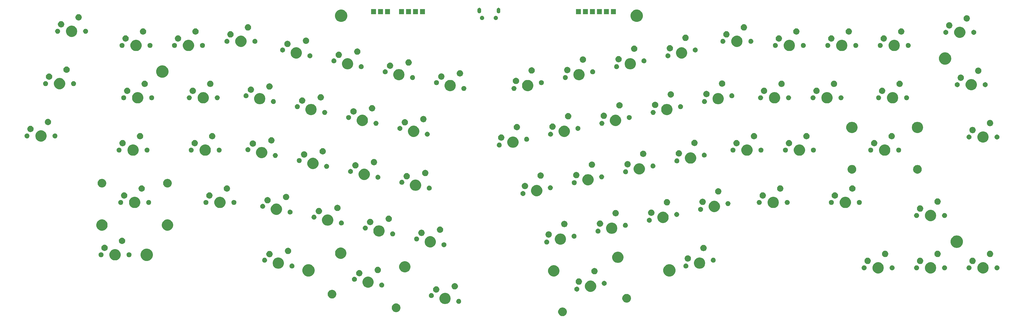
<source format=gts>
G04 #@! TF.GenerationSoftware,KiCad,Pcbnew,(5.1.4)-1*
G04 #@! TF.CreationDate,2021-05-04T00:29:38+08:00*
G04 #@! TF.ProjectId,arisu,61726973-752e-46b6-9963-61645f706362,1.1*
G04 #@! TF.SameCoordinates,Original*
G04 #@! TF.FileFunction,Soldermask,Top*
G04 #@! TF.FilePolarity,Negative*
%FSLAX46Y46*%
G04 Gerber Fmt 4.6, Leading zero omitted, Abs format (unit mm)*
G04 Created by KiCad (PCBNEW (5.1.4)-1) date 2021-05-04 00:29:38*
%MOMM*%
%LPD*%
G04 APERTURE LIST*
%ADD10C,0.100000*%
G04 APERTURE END LIST*
D10*
G36*
X155125774Y-95411810D02*
G01*
X155354393Y-95457284D01*
X155641207Y-95576087D01*
X155899333Y-95748561D01*
X156118850Y-95968078D01*
X156291324Y-96226204D01*
X156410127Y-96513018D01*
X156470691Y-96817498D01*
X156470691Y-97127942D01*
X156410127Y-97432422D01*
X156291324Y-97719236D01*
X156118850Y-97977362D01*
X155899333Y-98196879D01*
X155641207Y-98369353D01*
X155354393Y-98488156D01*
X155125774Y-98533630D01*
X155049915Y-98548720D01*
X154739467Y-98548720D01*
X154663608Y-98533630D01*
X154434989Y-98488156D01*
X154148175Y-98369353D01*
X153890049Y-98196879D01*
X153670532Y-97977362D01*
X153498058Y-97719236D01*
X153379255Y-97432422D01*
X153318691Y-97127942D01*
X153318691Y-96817498D01*
X153379255Y-96513018D01*
X153498058Y-96226204D01*
X153670532Y-95968078D01*
X153890049Y-95748561D01*
X154148175Y-95576087D01*
X154434989Y-95457284D01*
X154663608Y-95411810D01*
X154739467Y-95396720D01*
X155049915Y-95396720D01*
X155125774Y-95411810D01*
X155125774Y-95411810D01*
G37*
G36*
X94680250Y-93925583D02*
G01*
X94917066Y-93972688D01*
X95203880Y-94091491D01*
X95462006Y-94263965D01*
X95681523Y-94483482D01*
X95853997Y-94741608D01*
X95972800Y-95028422D01*
X96033364Y-95332902D01*
X96033364Y-95643346D01*
X95972800Y-95947826D01*
X95853997Y-96234640D01*
X95681523Y-96492766D01*
X95462006Y-96712283D01*
X95203880Y-96884757D01*
X94917066Y-97003560D01*
X94688447Y-97049034D01*
X94612588Y-97064124D01*
X94302140Y-97064124D01*
X94226281Y-97049034D01*
X93997662Y-97003560D01*
X93710848Y-96884757D01*
X93452722Y-96712283D01*
X93233205Y-96492766D01*
X93060731Y-96234640D01*
X92941928Y-95947826D01*
X92881364Y-95643346D01*
X92881364Y-95332902D01*
X92941928Y-95028422D01*
X93060731Y-94741608D01*
X93233205Y-94483482D01*
X93452722Y-94263965D01*
X93710848Y-94091491D01*
X93997662Y-93972688D01*
X94234478Y-93925583D01*
X94302140Y-93912124D01*
X94612588Y-93912124D01*
X94680250Y-93925583D01*
X94680250Y-93925583D01*
G37*
G36*
X112821617Y-90135828D02*
G01*
X113105369Y-90253362D01*
X113194876Y-90290437D01*
X113530799Y-90514894D01*
X113816479Y-90800574D01*
X113925060Y-90963076D01*
X114040937Y-91136499D01*
X114195545Y-91509756D01*
X114274363Y-91906003D01*
X114274363Y-92310017D01*
X114195545Y-92706264D01*
X114042619Y-93075460D01*
X114040936Y-93079523D01*
X113816479Y-93415446D01*
X113530799Y-93701126D01*
X113194876Y-93925583D01*
X113194875Y-93925584D01*
X113194874Y-93925584D01*
X112821617Y-94080192D01*
X112425370Y-94159010D01*
X112021356Y-94159010D01*
X111625109Y-94080192D01*
X111251852Y-93925584D01*
X111251851Y-93925584D01*
X111251850Y-93925583D01*
X110915927Y-93701126D01*
X110630247Y-93415446D01*
X110405790Y-93079523D01*
X110404107Y-93075460D01*
X110251181Y-92706264D01*
X110172363Y-92310017D01*
X110172363Y-91906003D01*
X110251181Y-91509756D01*
X110405789Y-91136499D01*
X110521667Y-90963076D01*
X110630247Y-90800574D01*
X110915927Y-90514894D01*
X111251850Y-90290437D01*
X111341357Y-90253362D01*
X111625109Y-90135828D01*
X112021356Y-90057010D01*
X112425370Y-90057010D01*
X112821617Y-90135828D01*
X112821617Y-90135828D01*
G37*
G36*
X117305865Y-92268128D02*
G01*
X117455165Y-92297825D01*
X117619137Y-92365745D01*
X117766707Y-92464348D01*
X117892206Y-92589847D01*
X117990809Y-92737417D01*
X118058729Y-92901389D01*
X118093353Y-93075460D01*
X118093353Y-93252942D01*
X118058729Y-93427013D01*
X117990809Y-93590985D01*
X117892206Y-93738555D01*
X117766707Y-93864054D01*
X117619137Y-93962657D01*
X117455165Y-94030577D01*
X117305865Y-94060274D01*
X117281095Y-94065201D01*
X117103611Y-94065201D01*
X117078841Y-94060274D01*
X116929541Y-94030577D01*
X116765569Y-93962657D01*
X116617999Y-93864054D01*
X116492500Y-93738555D01*
X116393897Y-93590985D01*
X116325977Y-93427013D01*
X116291353Y-93252942D01*
X116291353Y-93075460D01*
X116325977Y-92901389D01*
X116393897Y-92737417D01*
X116492500Y-92589847D01*
X116617999Y-92464348D01*
X116765569Y-92365745D01*
X116929541Y-92297825D01*
X117078841Y-92268128D01*
X117103611Y-92263201D01*
X117281095Y-92263201D01*
X117305865Y-92268128D01*
X117305865Y-92268128D01*
G37*
G36*
X178405687Y-90463512D02*
G01*
X178634306Y-90508986D01*
X178921120Y-90627789D01*
X179179246Y-90800263D01*
X179398763Y-91019780D01*
X179571237Y-91277906D01*
X179690040Y-91564720D01*
X179702263Y-91626172D01*
X179746840Y-91850274D01*
X179750604Y-91869200D01*
X179750604Y-92179644D01*
X179690040Y-92484124D01*
X179571237Y-92770938D01*
X179398763Y-93029064D01*
X179179246Y-93248581D01*
X178921120Y-93421055D01*
X178634306Y-93539858D01*
X178405687Y-93585332D01*
X178329828Y-93600422D01*
X178019380Y-93600422D01*
X177943521Y-93585332D01*
X177714902Y-93539858D01*
X177428088Y-93421055D01*
X177169962Y-93248581D01*
X176950445Y-93029064D01*
X176777971Y-92770938D01*
X176659168Y-92484124D01*
X176598604Y-92179644D01*
X176598604Y-91869200D01*
X176602369Y-91850274D01*
X176646945Y-91626172D01*
X176659168Y-91564720D01*
X176777971Y-91277906D01*
X176950445Y-91019780D01*
X177169962Y-90800263D01*
X177428088Y-90627789D01*
X177714902Y-90508986D01*
X177943521Y-90463512D01*
X178019380Y-90448422D01*
X178329828Y-90448422D01*
X178405687Y-90463512D01*
X178405687Y-90463512D01*
G37*
G36*
X71408534Y-88978916D02*
G01*
X71637153Y-89024390D01*
X71923967Y-89143193D01*
X72182093Y-89315667D01*
X72401610Y-89535184D01*
X72574084Y-89793310D01*
X72692887Y-90080124D01*
X72753451Y-90384604D01*
X72753451Y-90695048D01*
X72692887Y-90999528D01*
X72574084Y-91286342D01*
X72401610Y-91544468D01*
X72182093Y-91763985D01*
X71923967Y-91936459D01*
X71637153Y-92055262D01*
X71408534Y-92100736D01*
X71332675Y-92115826D01*
X71022227Y-92115826D01*
X70946368Y-92100736D01*
X70717749Y-92055262D01*
X70430935Y-91936459D01*
X70172809Y-91763985D01*
X69953292Y-91544468D01*
X69780818Y-91286342D01*
X69662015Y-90999528D01*
X69601451Y-90695048D01*
X69601451Y-90384604D01*
X69662015Y-90080124D01*
X69780818Y-89793310D01*
X69953292Y-89535184D01*
X70172809Y-89315667D01*
X70430935Y-89143193D01*
X70717749Y-89024390D01*
X70946368Y-88978916D01*
X71022227Y-88963826D01*
X71332675Y-88963826D01*
X71408534Y-88978916D01*
X71408534Y-88978916D01*
G37*
G36*
X107367885Y-90155745D02*
G01*
X107517185Y-90185442D01*
X107681157Y-90253362D01*
X107828727Y-90351965D01*
X107954226Y-90477464D01*
X108052829Y-90625034D01*
X108120749Y-90789006D01*
X108155373Y-90963077D01*
X108155373Y-91140559D01*
X108120749Y-91314630D01*
X108052829Y-91478602D01*
X107954226Y-91626172D01*
X107828727Y-91751671D01*
X107681157Y-91850274D01*
X107517185Y-91918194D01*
X107367885Y-91947891D01*
X107343115Y-91952818D01*
X107165631Y-91952818D01*
X107140861Y-91947891D01*
X106991561Y-91918194D01*
X106827589Y-91850274D01*
X106680019Y-91751671D01*
X106554520Y-91626172D01*
X106455917Y-91478602D01*
X106387997Y-91314630D01*
X106353373Y-91140559D01*
X106353373Y-90963077D01*
X106387997Y-90789006D01*
X106455917Y-90625034D01*
X106554520Y-90477464D01*
X106680019Y-90351965D01*
X106827589Y-90253362D01*
X106991561Y-90185442D01*
X107140861Y-90155745D01*
X107165631Y-90150818D01*
X107343115Y-90150818D01*
X107367885Y-90155745D01*
X107367885Y-90155745D01*
G37*
G36*
X109249265Y-87702487D02*
G01*
X109360450Y-87724603D01*
X109495349Y-87780480D01*
X109558720Y-87806729D01*
X109569919Y-87811368D01*
X109758436Y-87937331D01*
X109918756Y-88097651D01*
X110020413Y-88249792D01*
X110044720Y-88286170D01*
X110131484Y-88495638D01*
X110175716Y-88718006D01*
X110175716Y-88944736D01*
X110153600Y-89055920D01*
X110131484Y-89167105D01*
X110044719Y-89376574D01*
X109918756Y-89565091D01*
X109758436Y-89725411D01*
X109569919Y-89851374D01*
X109360450Y-89938139D01*
X109249265Y-89960255D01*
X109138081Y-89982371D01*
X108911351Y-89982371D01*
X108800167Y-89960255D01*
X108688982Y-89938139D01*
X108479513Y-89851374D01*
X108290996Y-89725411D01*
X108130676Y-89565091D01*
X108004713Y-89376574D01*
X107917948Y-89167105D01*
X107895832Y-89055920D01*
X107873716Y-88944736D01*
X107873716Y-88718006D01*
X107917948Y-88495638D01*
X108004712Y-88286170D01*
X108029019Y-88249792D01*
X108130676Y-88097651D01*
X108290996Y-87937331D01*
X108479513Y-87811368D01*
X108490713Y-87806729D01*
X108554083Y-87780480D01*
X108688982Y-87724603D01*
X108800167Y-87702487D01*
X108911351Y-87680371D01*
X109138081Y-87680371D01*
X109249265Y-87702487D01*
X109249265Y-87702487D01*
G37*
G36*
X165677520Y-85679356D02*
G01*
X166050777Y-85833964D01*
X166050779Y-85833965D01*
X166386702Y-86058422D01*
X166672382Y-86344102D01*
X166875962Y-86648780D01*
X166896840Y-86680027D01*
X167051448Y-87053284D01*
X167130266Y-87449531D01*
X167130266Y-87853545D01*
X167051448Y-88249792D01*
X166898522Y-88618988D01*
X166896839Y-88623051D01*
X166672382Y-88958974D01*
X166386702Y-89244654D01*
X166050779Y-89469111D01*
X166050778Y-89469112D01*
X166050777Y-89469112D01*
X165677520Y-89623720D01*
X165281273Y-89702538D01*
X164877259Y-89702538D01*
X164481012Y-89623720D01*
X164107755Y-89469112D01*
X164107754Y-89469112D01*
X164107753Y-89469111D01*
X163771830Y-89244654D01*
X163486150Y-88958974D01*
X163261693Y-88623051D01*
X163260010Y-88618988D01*
X163107084Y-88249792D01*
X163028266Y-87853545D01*
X163028266Y-87449531D01*
X163107084Y-87053284D01*
X163261692Y-86680027D01*
X163282571Y-86648780D01*
X163486150Y-86344102D01*
X163771830Y-86058422D01*
X164107753Y-85833965D01*
X164107755Y-85833964D01*
X164481012Y-85679356D01*
X164877259Y-85600538D01*
X165281273Y-85600538D01*
X165677520Y-85679356D01*
X165677520Y-85679356D01*
G37*
G36*
X160222334Y-87811367D02*
G01*
X160373088Y-87841353D01*
X160537060Y-87909273D01*
X160684630Y-88007876D01*
X160810129Y-88133375D01*
X160908732Y-88280945D01*
X160976652Y-88444917D01*
X161011276Y-88618988D01*
X161011276Y-88796470D01*
X160976652Y-88970541D01*
X160908732Y-89134513D01*
X160810129Y-89282083D01*
X160684630Y-89407582D01*
X160537060Y-89506185D01*
X160373088Y-89574105D01*
X160223788Y-89603802D01*
X160199018Y-89608729D01*
X160021534Y-89608729D01*
X159996764Y-89603802D01*
X159847464Y-89574105D01*
X159683492Y-89506185D01*
X159535922Y-89407582D01*
X159410423Y-89282083D01*
X159311820Y-89134513D01*
X159243900Y-88970541D01*
X159209276Y-88796470D01*
X159209276Y-88618988D01*
X159243900Y-88444917D01*
X159311820Y-88280945D01*
X159410423Y-88133375D01*
X159535922Y-88007876D01*
X159683492Y-87909273D01*
X159847464Y-87841353D01*
X159998218Y-87811367D01*
X160021534Y-87806729D01*
X160199018Y-87806729D01*
X160222334Y-87811367D01*
X160222334Y-87811367D01*
G37*
G36*
X115988598Y-86538232D02*
G01*
X116099783Y-86560348D01*
X116309252Y-86647113D01*
X116497769Y-86773076D01*
X116658089Y-86933396D01*
X116784052Y-87121913D01*
X116862737Y-87311874D01*
X116870817Y-87331383D01*
X116915049Y-87553751D01*
X116915049Y-87780481D01*
X116900516Y-87853544D01*
X116870817Y-88002850D01*
X116784052Y-88212319D01*
X116658089Y-88400836D01*
X116497769Y-88561156D01*
X116309252Y-88687119D01*
X116099783Y-88773884D01*
X115988598Y-88796000D01*
X115877414Y-88818116D01*
X115650684Y-88818116D01*
X115539500Y-88796000D01*
X115428315Y-88773884D01*
X115218846Y-88687119D01*
X115030329Y-88561156D01*
X114870009Y-88400836D01*
X114744046Y-88212319D01*
X114657281Y-88002850D01*
X114627582Y-87853544D01*
X114613049Y-87780481D01*
X114613049Y-87553751D01*
X114657281Y-87331383D01*
X114665362Y-87311874D01*
X114744046Y-87121913D01*
X114870009Y-86933396D01*
X115030329Y-86773076D01*
X115218846Y-86647113D01*
X115428315Y-86560348D01*
X115539500Y-86538232D01*
X115650684Y-86516116D01*
X115877414Y-86516116D01*
X115988598Y-86538232D01*
X115988598Y-86538232D01*
G37*
G36*
X84871043Y-84194760D02*
G01*
X85154795Y-84312294D01*
X85244302Y-84349369D01*
X85580225Y-84573826D01*
X85865905Y-84859506D01*
X85974486Y-85022008D01*
X86090363Y-85195431D01*
X86244971Y-85568688D01*
X86323789Y-85964935D01*
X86323789Y-86368949D01*
X86244971Y-86765196D01*
X86092045Y-87134392D01*
X86090362Y-87138455D01*
X85865905Y-87474378D01*
X85580225Y-87760058D01*
X85244302Y-87984515D01*
X85244301Y-87984516D01*
X85244300Y-87984516D01*
X84871043Y-88139124D01*
X84474796Y-88217942D01*
X84070782Y-88217942D01*
X83674535Y-88139124D01*
X83301278Y-87984516D01*
X83301277Y-87984516D01*
X83301276Y-87984515D01*
X82965353Y-87760058D01*
X82679673Y-87474378D01*
X82455216Y-87138455D01*
X82453533Y-87134392D01*
X82300607Y-86765196D01*
X82221789Y-86368949D01*
X82221789Y-85964935D01*
X82300607Y-85568688D01*
X82455215Y-85195431D01*
X82571093Y-85022008D01*
X82679673Y-84859506D01*
X82965353Y-84573826D01*
X83301276Y-84349369D01*
X83390783Y-84312294D01*
X83674535Y-84194760D01*
X84070782Y-84115942D01*
X84474796Y-84115942D01*
X84871043Y-84194760D01*
X84871043Y-84194760D01*
G37*
G36*
X89355291Y-86327060D02*
G01*
X89504591Y-86356757D01*
X89668563Y-86424677D01*
X89816133Y-86523280D01*
X89941632Y-86648779D01*
X90040235Y-86796349D01*
X90108155Y-86960321D01*
X90142779Y-87134392D01*
X90142779Y-87311874D01*
X90108155Y-87485945D01*
X90040235Y-87649917D01*
X89941632Y-87797487D01*
X89816133Y-87922986D01*
X89668563Y-88021589D01*
X89504591Y-88089509D01*
X89355291Y-88119206D01*
X89330521Y-88124133D01*
X89153037Y-88124133D01*
X89128267Y-88119206D01*
X88978967Y-88089509D01*
X88814995Y-88021589D01*
X88667425Y-87922986D01*
X88541926Y-87797487D01*
X88443323Y-87649917D01*
X88375403Y-87485945D01*
X88340779Y-87311874D01*
X88340779Y-87134392D01*
X88375403Y-86960321D01*
X88443323Y-86796349D01*
X88541926Y-86648779D01*
X88667425Y-86523280D01*
X88814995Y-86424677D01*
X88978967Y-86356757D01*
X89128267Y-86327060D01*
X89153037Y-86322133D01*
X89330521Y-86322133D01*
X89355291Y-86327060D01*
X89355291Y-86327060D01*
G37*
G36*
X170161767Y-85699274D02*
G01*
X170311067Y-85728971D01*
X170475039Y-85796891D01*
X170622609Y-85895494D01*
X170748108Y-86020993D01*
X170846711Y-86168563D01*
X170914631Y-86332535D01*
X170949255Y-86506606D01*
X170949255Y-86684088D01*
X170914631Y-86858159D01*
X170846711Y-87022131D01*
X170748108Y-87169701D01*
X170622609Y-87295200D01*
X170475039Y-87393803D01*
X170311067Y-87461723D01*
X170161767Y-87491420D01*
X170136997Y-87496347D01*
X169959513Y-87496347D01*
X169934743Y-87491420D01*
X169785443Y-87461723D01*
X169621471Y-87393803D01*
X169473901Y-87295200D01*
X169348402Y-87169701D01*
X169249799Y-87022131D01*
X169181879Y-86858159D01*
X169147255Y-86684088D01*
X169147255Y-86506606D01*
X169181879Y-86332535D01*
X169249799Y-86168563D01*
X169348402Y-86020993D01*
X169473901Y-85895494D01*
X169621471Y-85796891D01*
X169785443Y-85728971D01*
X169934743Y-85699274D01*
X169959513Y-85694347D01*
X170136997Y-85694347D01*
X170161767Y-85699274D01*
X170161767Y-85699274D01*
G37*
G36*
X161048977Y-84830303D02*
G01*
X161160162Y-84852419D01*
X161369631Y-84939184D01*
X161558148Y-85065147D01*
X161718468Y-85225467D01*
X161844431Y-85413984D01*
X161931196Y-85623453D01*
X161975428Y-85845823D01*
X161975428Y-86072551D01*
X161931196Y-86294921D01*
X161844431Y-86504390D01*
X161718468Y-86692907D01*
X161558148Y-86853227D01*
X161369631Y-86979190D01*
X161160162Y-87065955D01*
X161048977Y-87088071D01*
X160937793Y-87110187D01*
X160711063Y-87110187D01*
X160599879Y-87088071D01*
X160488694Y-87065955D01*
X160279225Y-86979190D01*
X160090708Y-86853227D01*
X159930388Y-86692907D01*
X159804425Y-86504390D01*
X159717660Y-86294921D01*
X159673428Y-86072551D01*
X159673428Y-85845823D01*
X159717660Y-85623453D01*
X159804425Y-85413984D01*
X159930388Y-85225467D01*
X160090708Y-85065147D01*
X160279225Y-84939184D01*
X160488694Y-84852419D01*
X160599879Y-84830303D01*
X160711063Y-84808187D01*
X160937793Y-84808187D01*
X161048977Y-84830303D01*
X161048977Y-84830303D01*
G37*
G36*
X79417311Y-84214677D02*
G01*
X79566611Y-84244374D01*
X79730583Y-84312294D01*
X79878153Y-84410897D01*
X80003652Y-84536396D01*
X80102255Y-84683966D01*
X80170175Y-84847938D01*
X80204799Y-85022009D01*
X80204799Y-85199491D01*
X80170175Y-85373562D01*
X80102255Y-85537534D01*
X80003652Y-85685104D01*
X79878153Y-85810603D01*
X79730583Y-85909206D01*
X79566611Y-85977126D01*
X79417311Y-86006823D01*
X79392541Y-86011750D01*
X79215057Y-86011750D01*
X79190287Y-86006823D01*
X79040987Y-85977126D01*
X78877015Y-85909206D01*
X78729445Y-85810603D01*
X78603946Y-85685104D01*
X78505343Y-85537534D01*
X78437423Y-85373562D01*
X78402799Y-85199491D01*
X78402799Y-85022009D01*
X78437423Y-84847938D01*
X78505343Y-84683966D01*
X78603946Y-84536396D01*
X78729445Y-84410897D01*
X78877015Y-84312294D01*
X79040987Y-84244374D01*
X79190287Y-84214677D01*
X79215057Y-84209750D01*
X79392541Y-84209750D01*
X79417311Y-84214677D01*
X79417311Y-84214677D01*
G37*
G36*
X62895316Y-79649144D02*
G01*
X63276029Y-79724872D01*
X63685685Y-79894557D01*
X64054365Y-80140902D01*
X64367902Y-80454439D01*
X64614247Y-80823119D01*
X64783932Y-81232775D01*
X64870436Y-81667664D01*
X64870436Y-82111072D01*
X64783932Y-82545961D01*
X64614247Y-82955617D01*
X64367902Y-83324297D01*
X64054365Y-83637834D01*
X63685685Y-83884179D01*
X63276029Y-84053864D01*
X62895316Y-84129592D01*
X62841141Y-84140368D01*
X62397731Y-84140368D01*
X62343556Y-84129592D01*
X61962843Y-84053864D01*
X61553187Y-83884179D01*
X61184507Y-83637834D01*
X60870970Y-83324297D01*
X60624625Y-82955617D01*
X60454940Y-82545961D01*
X60368436Y-82111072D01*
X60368436Y-81667664D01*
X60454940Y-81232775D01*
X60624625Y-80823119D01*
X60870970Y-80454439D01*
X61184507Y-80140902D01*
X61553187Y-79894557D01*
X61962843Y-79724872D01*
X62343556Y-79649144D01*
X62397731Y-79638368D01*
X62841141Y-79638368D01*
X62895316Y-79649144D01*
X62895316Y-79649144D01*
G37*
G36*
X193996146Y-79648496D02*
G01*
X194376859Y-79724224D01*
X194786515Y-79893909D01*
X195155195Y-80140254D01*
X195468732Y-80453791D01*
X195715077Y-80822471D01*
X195884762Y-81232127D01*
X195945376Y-81536856D01*
X195971266Y-81667015D01*
X195971266Y-82110425D01*
X195962084Y-82156584D01*
X195884762Y-82545313D01*
X195715077Y-82954969D01*
X195468732Y-83323649D01*
X195155195Y-83637186D01*
X194786515Y-83883531D01*
X194376859Y-84053216D01*
X193996146Y-84128944D01*
X193941971Y-84139720D01*
X193498561Y-84139720D01*
X193444386Y-84128944D01*
X193063673Y-84053216D01*
X192654017Y-83883531D01*
X192285337Y-83637186D01*
X191971800Y-83323649D01*
X191725455Y-82954969D01*
X191555770Y-82545313D01*
X191478448Y-82156584D01*
X191469266Y-82110425D01*
X191469266Y-81667015D01*
X191495156Y-81536856D01*
X191555770Y-81232127D01*
X191725455Y-80822471D01*
X191971800Y-80453791D01*
X192285337Y-80140254D01*
X192654017Y-79893909D01*
X193063673Y-79724224D01*
X193444386Y-79648496D01*
X193498561Y-79637720D01*
X193941971Y-79637720D01*
X193996146Y-79648496D01*
X193996146Y-79648496D01*
G37*
G36*
X152324371Y-80093569D02*
G01*
X152697628Y-80248177D01*
X152697630Y-80248178D01*
X153033553Y-80472635D01*
X153319233Y-80758315D01*
X153540640Y-81089673D01*
X153543691Y-81094240D01*
X153698299Y-81467497D01*
X153777117Y-81863744D01*
X153777117Y-82267758D01*
X153698299Y-82664005D01*
X153577509Y-82955617D01*
X153543690Y-83037264D01*
X153319233Y-83373187D01*
X153033553Y-83658867D01*
X152697630Y-83883324D01*
X152697629Y-83883325D01*
X152697628Y-83883325D01*
X152324371Y-84037933D01*
X151928124Y-84116751D01*
X151524110Y-84116751D01*
X151127863Y-84037933D01*
X150754606Y-83883325D01*
X150754605Y-83883325D01*
X150754604Y-83883324D01*
X150418681Y-83658867D01*
X150133001Y-83373187D01*
X149908544Y-83037264D01*
X149874725Y-82955617D01*
X149753935Y-82664005D01*
X149675117Y-82267758D01*
X149675117Y-81863744D01*
X149753935Y-81467497D01*
X149908543Y-81094240D01*
X149911595Y-81089673D01*
X150133001Y-80758315D01*
X150418681Y-80472635D01*
X150754604Y-80248178D01*
X150754606Y-80248177D01*
X151127863Y-80093569D01*
X151524110Y-80014751D01*
X151928124Y-80014751D01*
X152324371Y-80093569D01*
X152324371Y-80093569D01*
G37*
G36*
X81296378Y-81760959D02*
G01*
X81409876Y-81783535D01*
X81519346Y-81828879D01*
X81603518Y-81863744D01*
X81619345Y-81870300D01*
X81807862Y-81996263D01*
X81968182Y-82156583D01*
X82094145Y-82345100D01*
X82180910Y-82554569D01*
X82225142Y-82776939D01*
X82225142Y-83003667D01*
X82180910Y-83226037D01*
X82094145Y-83435506D01*
X81968182Y-83624023D01*
X81807862Y-83784343D01*
X81619345Y-83910306D01*
X81409876Y-83997071D01*
X81298691Y-84019187D01*
X81187507Y-84041303D01*
X80960777Y-84041303D01*
X80849593Y-84019187D01*
X80738408Y-83997071D01*
X80528939Y-83910306D01*
X80340422Y-83784343D01*
X80180102Y-83624023D01*
X80054139Y-83435506D01*
X79967374Y-83226037D01*
X79923142Y-83003667D01*
X79923142Y-82776939D01*
X79967374Y-82554569D01*
X80054139Y-82345100D01*
X80180102Y-82156583D01*
X80340422Y-81996263D01*
X80528939Y-81870300D01*
X80544767Y-81863744D01*
X80628938Y-81828879D01*
X80738408Y-81783535D01*
X80851906Y-81760959D01*
X80960777Y-81739303D01*
X81187507Y-81739303D01*
X81296378Y-81760959D01*
X81296378Y-81760959D01*
G37*
G36*
X166732118Y-81025569D02*
G01*
X166843303Y-81047685D01*
X167052772Y-81134450D01*
X167241289Y-81260413D01*
X167401609Y-81420733D01*
X167527572Y-81609250D01*
X167614337Y-81818719D01*
X167658569Y-82041089D01*
X167658569Y-82267817D01*
X167614337Y-82490187D01*
X167527572Y-82699656D01*
X167401609Y-82888173D01*
X167241289Y-83048493D01*
X167052772Y-83174456D01*
X166843303Y-83261221D01*
X166732118Y-83283337D01*
X166620934Y-83305453D01*
X166394204Y-83305453D01*
X166283020Y-83283337D01*
X166171835Y-83261221D01*
X165962366Y-83174456D01*
X165773849Y-83048493D01*
X165613529Y-82888173D01*
X165487566Y-82699656D01*
X165400801Y-82490187D01*
X165356569Y-82267817D01*
X165356569Y-82041089D01*
X165400801Y-81818719D01*
X165487566Y-81609250D01*
X165613529Y-81420733D01*
X165773849Y-81260413D01*
X165962366Y-81134450D01*
X166171835Y-81047685D01*
X166283020Y-81025569D01*
X166394204Y-81003453D01*
X166620934Y-81003453D01*
X166732118Y-81025569D01*
X166732118Y-81025569D01*
G37*
G36*
X308233203Y-78990321D02*
G01*
X308472968Y-79089635D01*
X308606462Y-79144930D01*
X308942385Y-79369387D01*
X309228065Y-79655067D01*
X309447116Y-79982899D01*
X309452523Y-79990992D01*
X309607131Y-80364249D01*
X309685949Y-80760496D01*
X309685949Y-81164510D01*
X309607131Y-81560757D01*
X309478914Y-81870300D01*
X309452522Y-81934016D01*
X309228065Y-82269939D01*
X308942385Y-82555619D01*
X308606462Y-82780076D01*
X308606461Y-82780077D01*
X308606460Y-82780077D01*
X308233203Y-82934685D01*
X307836956Y-83013503D01*
X307432942Y-83013503D01*
X307036695Y-82934685D01*
X306663438Y-82780077D01*
X306663437Y-82780077D01*
X306663436Y-82780076D01*
X306327513Y-82555619D01*
X306041833Y-82269939D01*
X305817376Y-81934016D01*
X305790984Y-81870300D01*
X305662767Y-81560757D01*
X305583949Y-81164510D01*
X305583949Y-80760496D01*
X305662767Y-80364249D01*
X305817375Y-79990992D01*
X305822783Y-79982899D01*
X306041833Y-79655067D01*
X306327513Y-79369387D01*
X306663436Y-79144930D01*
X306796930Y-79089635D01*
X307036695Y-78990321D01*
X307432942Y-78911503D01*
X307836956Y-78911503D01*
X308233203Y-78990321D01*
X308233203Y-78990321D01*
G37*
G36*
X289183203Y-78990321D02*
G01*
X289422968Y-79089635D01*
X289556462Y-79144930D01*
X289892385Y-79369387D01*
X290178065Y-79655067D01*
X290397116Y-79982899D01*
X290402523Y-79990992D01*
X290557131Y-80364249D01*
X290635949Y-80760496D01*
X290635949Y-81164510D01*
X290557131Y-81560757D01*
X290428914Y-81870300D01*
X290402522Y-81934016D01*
X290178065Y-82269939D01*
X289892385Y-82555619D01*
X289556462Y-82780076D01*
X289556461Y-82780077D01*
X289556460Y-82780077D01*
X289183203Y-82934685D01*
X288786956Y-83013503D01*
X288382942Y-83013503D01*
X287986695Y-82934685D01*
X287613438Y-82780077D01*
X287613437Y-82780077D01*
X287613436Y-82780076D01*
X287277513Y-82555619D01*
X286991833Y-82269939D01*
X286767376Y-81934016D01*
X286740984Y-81870300D01*
X286612767Y-81560757D01*
X286533949Y-81164510D01*
X286533949Y-80760496D01*
X286612767Y-80364249D01*
X286767375Y-79990992D01*
X286772783Y-79982899D01*
X286991833Y-79655067D01*
X287277513Y-79369387D01*
X287613436Y-79144930D01*
X287746930Y-79089635D01*
X287986695Y-78990321D01*
X288382942Y-78911503D01*
X288786956Y-78911503D01*
X289183203Y-78990321D01*
X289183203Y-78990321D01*
G37*
G36*
X270133203Y-78990321D02*
G01*
X270372968Y-79089635D01*
X270506462Y-79144930D01*
X270842385Y-79369387D01*
X271128065Y-79655067D01*
X271347116Y-79982899D01*
X271352523Y-79990992D01*
X271507131Y-80364249D01*
X271585949Y-80760496D01*
X271585949Y-81164510D01*
X271507131Y-81560757D01*
X271378914Y-81870300D01*
X271352522Y-81934016D01*
X271128065Y-82269939D01*
X270842385Y-82555619D01*
X270506462Y-82780076D01*
X270506461Y-82780077D01*
X270506460Y-82780077D01*
X270133203Y-82934685D01*
X269736956Y-83013503D01*
X269332942Y-83013503D01*
X268936695Y-82934685D01*
X268563438Y-82780077D01*
X268563437Y-82780077D01*
X268563436Y-82780076D01*
X268227513Y-82555619D01*
X267941833Y-82269939D01*
X267717376Y-81934016D01*
X267690984Y-81870300D01*
X267562767Y-81560757D01*
X267483949Y-81164510D01*
X267483949Y-80760496D01*
X267562767Y-80364249D01*
X267717375Y-79990992D01*
X267722783Y-79982899D01*
X267941833Y-79655067D01*
X268227513Y-79369387D01*
X268563436Y-79144930D01*
X268696930Y-79089635D01*
X268936695Y-78990321D01*
X269332942Y-78911503D01*
X269736956Y-78911503D01*
X270133203Y-78990321D01*
X270133203Y-78990321D01*
G37*
G36*
X88038024Y-80597163D02*
G01*
X88149209Y-80619279D01*
X88358678Y-80706044D01*
X88547195Y-80832007D01*
X88707515Y-80992327D01*
X88833478Y-81180844D01*
X88920243Y-81390313D01*
X88964475Y-81612683D01*
X88964475Y-81839411D01*
X88920243Y-82061781D01*
X88880975Y-82156583D01*
X88834925Y-82267758D01*
X88833478Y-82271250D01*
X88707515Y-82459767D01*
X88547195Y-82620087D01*
X88358678Y-82746050D01*
X88149209Y-82832815D01*
X88038024Y-82854931D01*
X87926840Y-82877047D01*
X87700110Y-82877047D01*
X87588926Y-82854931D01*
X87477741Y-82832815D01*
X87268272Y-82746050D01*
X87079755Y-82620087D01*
X86919435Y-82459767D01*
X86793472Y-82271250D01*
X86792026Y-82267758D01*
X86745975Y-82156583D01*
X86706707Y-82061781D01*
X86662475Y-81839411D01*
X86662475Y-81612683D01*
X86706707Y-81390313D01*
X86793472Y-81180844D01*
X86919435Y-80992327D01*
X87079755Y-80832007D01*
X87268272Y-80706044D01*
X87477741Y-80619279D01*
X87588926Y-80597163D01*
X87700110Y-80575047D01*
X87926840Y-80575047D01*
X88038024Y-80597163D01*
X88038024Y-80597163D01*
G37*
G36*
X98224192Y-78608972D02*
G01*
X98597449Y-78763580D01*
X98597451Y-78763581D01*
X98933374Y-78988038D01*
X99219054Y-79273718D01*
X99431299Y-79591364D01*
X99443512Y-79609643D01*
X99598120Y-79982900D01*
X99676938Y-80379147D01*
X99676938Y-80783161D01*
X99598120Y-81179408D01*
X99450060Y-81536856D01*
X99443511Y-81552667D01*
X99219054Y-81888590D01*
X98933374Y-82174270D01*
X98597451Y-82398727D01*
X98597450Y-82398728D01*
X98597449Y-82398728D01*
X98224192Y-82553336D01*
X97827945Y-82632154D01*
X97423931Y-82632154D01*
X97027684Y-82553336D01*
X96654427Y-82398728D01*
X96654426Y-82398728D01*
X96654425Y-82398727D01*
X96318502Y-82174270D01*
X96032822Y-81888590D01*
X95808365Y-81552667D01*
X95801816Y-81536856D01*
X95653756Y-81179408D01*
X95574938Y-80783161D01*
X95574938Y-80379147D01*
X95653756Y-79982900D01*
X95808364Y-79609643D01*
X95820578Y-79591364D01*
X96032822Y-79273718D01*
X96318502Y-78988038D01*
X96654425Y-78763581D01*
X96654427Y-78763580D01*
X97027684Y-78608972D01*
X97423931Y-78530154D01*
X97827945Y-78530154D01*
X98224192Y-78608972D01*
X98224192Y-78608972D01*
G37*
G36*
X264568461Y-80066430D02*
G01*
X264717761Y-80096127D01*
X264881733Y-80164047D01*
X265029303Y-80262650D01*
X265154802Y-80388149D01*
X265253405Y-80535719D01*
X265321325Y-80699691D01*
X265351022Y-80848991D01*
X265355949Y-80873761D01*
X265355949Y-81051245D01*
X265351022Y-81076015D01*
X265321325Y-81225315D01*
X265253405Y-81389287D01*
X265154802Y-81536857D01*
X265029303Y-81662356D01*
X264881733Y-81760959D01*
X264717761Y-81828879D01*
X264568461Y-81858576D01*
X264543691Y-81863503D01*
X264366207Y-81863503D01*
X264341437Y-81858576D01*
X264192137Y-81828879D01*
X264028165Y-81760959D01*
X263880595Y-81662356D01*
X263755096Y-81536857D01*
X263656493Y-81389287D01*
X263588573Y-81225315D01*
X263558876Y-81076015D01*
X263553949Y-81051245D01*
X263553949Y-80873761D01*
X263558876Y-80848991D01*
X263588573Y-80699691D01*
X263656493Y-80535719D01*
X263755096Y-80388149D01*
X263880595Y-80262650D01*
X264028165Y-80164047D01*
X264192137Y-80096127D01*
X264341437Y-80066430D01*
X264366207Y-80061503D01*
X264543691Y-80061503D01*
X264568461Y-80066430D01*
X264568461Y-80066430D01*
G37*
G36*
X274728461Y-80066430D02*
G01*
X274877761Y-80096127D01*
X275041733Y-80164047D01*
X275189303Y-80262650D01*
X275314802Y-80388149D01*
X275413405Y-80535719D01*
X275481325Y-80699691D01*
X275511022Y-80848991D01*
X275515949Y-80873761D01*
X275515949Y-81051245D01*
X275511022Y-81076015D01*
X275481325Y-81225315D01*
X275413405Y-81389287D01*
X275314802Y-81536857D01*
X275189303Y-81662356D01*
X275041733Y-81760959D01*
X274877761Y-81828879D01*
X274728461Y-81858576D01*
X274703691Y-81863503D01*
X274526207Y-81863503D01*
X274501437Y-81858576D01*
X274352137Y-81828879D01*
X274188165Y-81760959D01*
X274040595Y-81662356D01*
X273915096Y-81536857D01*
X273816493Y-81389287D01*
X273748573Y-81225315D01*
X273718876Y-81076015D01*
X273713949Y-81051245D01*
X273713949Y-80873761D01*
X273718876Y-80848991D01*
X273748573Y-80699691D01*
X273816493Y-80535719D01*
X273915096Y-80388149D01*
X274040595Y-80262650D01*
X274188165Y-80164047D01*
X274352137Y-80096127D01*
X274501437Y-80066430D01*
X274526207Y-80061503D01*
X274703691Y-80061503D01*
X274728461Y-80066430D01*
X274728461Y-80066430D01*
G37*
G36*
X302668461Y-80066430D02*
G01*
X302817761Y-80096127D01*
X302981733Y-80164047D01*
X303129303Y-80262650D01*
X303254802Y-80388149D01*
X303353405Y-80535719D01*
X303421325Y-80699691D01*
X303451022Y-80848991D01*
X303455949Y-80873761D01*
X303455949Y-81051245D01*
X303451022Y-81076015D01*
X303421325Y-81225315D01*
X303353405Y-81389287D01*
X303254802Y-81536857D01*
X303129303Y-81662356D01*
X302981733Y-81760959D01*
X302817761Y-81828879D01*
X302668461Y-81858576D01*
X302643691Y-81863503D01*
X302466207Y-81863503D01*
X302441437Y-81858576D01*
X302292137Y-81828879D01*
X302128165Y-81760959D01*
X301980595Y-81662356D01*
X301855096Y-81536857D01*
X301756493Y-81389287D01*
X301688573Y-81225315D01*
X301658876Y-81076015D01*
X301653949Y-81051245D01*
X301653949Y-80873761D01*
X301658876Y-80848991D01*
X301688573Y-80699691D01*
X301756493Y-80535719D01*
X301855096Y-80388149D01*
X301980595Y-80262650D01*
X302128165Y-80164047D01*
X302292137Y-80096127D01*
X302441437Y-80066430D01*
X302466207Y-80061503D01*
X302643691Y-80061503D01*
X302668461Y-80066430D01*
X302668461Y-80066430D01*
G37*
G36*
X293778461Y-80066430D02*
G01*
X293927761Y-80096127D01*
X294091733Y-80164047D01*
X294239303Y-80262650D01*
X294364802Y-80388149D01*
X294463405Y-80535719D01*
X294531325Y-80699691D01*
X294561022Y-80848991D01*
X294565949Y-80873761D01*
X294565949Y-81051245D01*
X294561022Y-81076015D01*
X294531325Y-81225315D01*
X294463405Y-81389287D01*
X294364802Y-81536857D01*
X294239303Y-81662356D01*
X294091733Y-81760959D01*
X293927761Y-81828879D01*
X293778461Y-81858576D01*
X293753691Y-81863503D01*
X293576207Y-81863503D01*
X293551437Y-81858576D01*
X293402137Y-81828879D01*
X293238165Y-81760959D01*
X293090595Y-81662356D01*
X292965096Y-81536857D01*
X292866493Y-81389287D01*
X292798573Y-81225315D01*
X292768876Y-81076015D01*
X292763949Y-81051245D01*
X292763949Y-80873761D01*
X292768876Y-80848991D01*
X292798573Y-80699691D01*
X292866493Y-80535719D01*
X292965096Y-80388149D01*
X293090595Y-80262650D01*
X293238165Y-80164047D01*
X293402137Y-80096127D01*
X293551437Y-80066430D01*
X293576207Y-80061503D01*
X293753691Y-80061503D01*
X293778461Y-80066430D01*
X293778461Y-80066430D01*
G37*
G36*
X312828461Y-80066430D02*
G01*
X312977761Y-80096127D01*
X313141733Y-80164047D01*
X313289303Y-80262650D01*
X313414802Y-80388149D01*
X313513405Y-80535719D01*
X313581325Y-80699691D01*
X313611022Y-80848991D01*
X313615949Y-80873761D01*
X313615949Y-81051245D01*
X313611022Y-81076015D01*
X313581325Y-81225315D01*
X313513405Y-81389287D01*
X313414802Y-81536857D01*
X313289303Y-81662356D01*
X313141733Y-81760959D01*
X312977761Y-81828879D01*
X312828461Y-81858576D01*
X312803691Y-81863503D01*
X312626207Y-81863503D01*
X312601437Y-81858576D01*
X312452137Y-81828879D01*
X312288165Y-81760959D01*
X312140595Y-81662356D01*
X312015096Y-81536857D01*
X311916493Y-81389287D01*
X311848573Y-81225315D01*
X311818876Y-81076015D01*
X311813949Y-81051245D01*
X311813949Y-80873761D01*
X311818876Y-80848991D01*
X311848573Y-80699691D01*
X311916493Y-80535719D01*
X312015096Y-80388149D01*
X312140595Y-80262650D01*
X312288165Y-80164047D01*
X312452137Y-80096127D01*
X312601437Y-80066430D01*
X312626207Y-80061503D01*
X312803691Y-80061503D01*
X312828461Y-80066430D01*
X312828461Y-80066430D01*
G37*
G36*
X283618461Y-80066430D02*
G01*
X283767761Y-80096127D01*
X283931733Y-80164047D01*
X284079303Y-80262650D01*
X284204802Y-80388149D01*
X284303405Y-80535719D01*
X284371325Y-80699691D01*
X284401022Y-80848991D01*
X284405949Y-80873761D01*
X284405949Y-81051245D01*
X284401022Y-81076015D01*
X284371325Y-81225315D01*
X284303405Y-81389287D01*
X284204802Y-81536857D01*
X284079303Y-81662356D01*
X283931733Y-81760959D01*
X283767761Y-81828879D01*
X283618461Y-81858576D01*
X283593691Y-81863503D01*
X283416207Y-81863503D01*
X283391437Y-81858576D01*
X283242137Y-81828879D01*
X283078165Y-81760959D01*
X282930595Y-81662356D01*
X282805096Y-81536857D01*
X282706493Y-81389287D01*
X282638573Y-81225315D01*
X282608876Y-81076015D01*
X282603949Y-81051245D01*
X282603949Y-80873761D01*
X282608876Y-80848991D01*
X282638573Y-80699691D01*
X282706493Y-80535719D01*
X282805096Y-80388149D01*
X282930595Y-80262650D01*
X283078165Y-80164047D01*
X283242137Y-80096127D01*
X283391437Y-80066430D01*
X283416207Y-80061503D01*
X283593691Y-80061503D01*
X283618461Y-80066430D01*
X283618461Y-80066430D01*
G37*
G36*
X52262052Y-77263507D02*
G01*
X52635309Y-77418115D01*
X52635311Y-77418116D01*
X52971234Y-77642573D01*
X53256914Y-77928253D01*
X53435023Y-78194811D01*
X53481372Y-78264178D01*
X53635980Y-78637435D01*
X53714798Y-79033682D01*
X53714798Y-79437696D01*
X53635980Y-79833943D01*
X53481646Y-80206539D01*
X53481371Y-80207202D01*
X53256914Y-80543125D01*
X52971234Y-80828805D01*
X52635311Y-81053262D01*
X52635310Y-81053263D01*
X52635309Y-81053263D01*
X52262052Y-81207871D01*
X51865805Y-81286689D01*
X51461791Y-81286689D01*
X51065544Y-81207871D01*
X50692287Y-81053263D01*
X50692286Y-81053263D01*
X50692285Y-81053262D01*
X50356362Y-80828805D01*
X50070682Y-80543125D01*
X49846225Y-80207202D01*
X49845950Y-80206539D01*
X49691616Y-79833943D01*
X49612798Y-79437696D01*
X49612798Y-79033682D01*
X49691616Y-78637435D01*
X49846224Y-78264178D01*
X49892574Y-78194811D01*
X50070682Y-77928253D01*
X50356362Y-77642573D01*
X50692285Y-77418116D01*
X50692287Y-77418115D01*
X51065544Y-77263507D01*
X51461791Y-77184689D01*
X51865805Y-77184689D01*
X52262052Y-77263507D01*
X52262052Y-77263507D01*
G37*
G36*
X205274156Y-77262844D02*
G01*
X205647413Y-77417452D01*
X205647415Y-77417453D01*
X205983338Y-77641910D01*
X206269018Y-77927590D01*
X206447570Y-78194811D01*
X206493476Y-78263515D01*
X206648084Y-78636772D01*
X206726902Y-79033019D01*
X206726902Y-79437033D01*
X206648084Y-79833280D01*
X206495158Y-80202476D01*
X206493475Y-80206539D01*
X206269018Y-80542462D01*
X205983338Y-80828142D01*
X205647415Y-81052599D01*
X205647414Y-81052600D01*
X205647413Y-81052600D01*
X205274156Y-81207208D01*
X204877909Y-81286026D01*
X204473895Y-81286026D01*
X204077648Y-81207208D01*
X203704391Y-81052600D01*
X203704390Y-81052600D01*
X203704389Y-81052599D01*
X203368466Y-80828142D01*
X203082786Y-80542462D01*
X202858329Y-80206539D01*
X202856646Y-80202476D01*
X202703720Y-79833280D01*
X202624902Y-79437033D01*
X202624902Y-79033019D01*
X202703720Y-78636772D01*
X202858328Y-78263515D01*
X202904235Y-78194811D01*
X203082786Y-77927590D01*
X203368466Y-77641910D01*
X203704389Y-77417453D01*
X203704391Y-77417452D01*
X204077648Y-77262844D01*
X204473895Y-77184026D01*
X204877909Y-77184026D01*
X205274156Y-77262844D01*
X205274156Y-77262844D01*
G37*
G36*
X56746300Y-79395808D02*
G01*
X56895600Y-79425505D01*
X57059572Y-79493425D01*
X57207142Y-79592028D01*
X57332641Y-79717527D01*
X57431244Y-79865097D01*
X57499164Y-80029069D01*
X57533788Y-80203140D01*
X57533788Y-80380622D01*
X57499164Y-80554693D01*
X57431244Y-80718665D01*
X57332641Y-80866235D01*
X57207142Y-80991734D01*
X57059572Y-81090337D01*
X56895600Y-81158257D01*
X56746300Y-81187954D01*
X56721530Y-81192881D01*
X56544046Y-81192881D01*
X56519276Y-81187954D01*
X56369976Y-81158257D01*
X56206004Y-81090337D01*
X56058434Y-80991734D01*
X55932935Y-80866235D01*
X55834332Y-80718665D01*
X55766412Y-80554693D01*
X55731788Y-80380622D01*
X55731788Y-80203140D01*
X55766412Y-80029069D01*
X55834332Y-79865097D01*
X55932935Y-79717527D01*
X56058434Y-79592028D01*
X56206004Y-79493425D01*
X56369976Y-79425505D01*
X56519276Y-79395808D01*
X56544046Y-79390881D01*
X56721530Y-79390881D01*
X56746300Y-79395808D01*
X56746300Y-79395808D01*
G37*
G36*
X199820424Y-79395144D02*
G01*
X199969724Y-79424841D01*
X200133696Y-79492761D01*
X200281266Y-79591364D01*
X200406765Y-79716863D01*
X200505368Y-79864433D01*
X200573288Y-80028405D01*
X200607912Y-80202476D01*
X200607912Y-80379958D01*
X200573288Y-80554029D01*
X200505368Y-80718001D01*
X200406765Y-80865571D01*
X200281266Y-80991070D01*
X200133696Y-81089673D01*
X199969724Y-81157593D01*
X199820424Y-81187290D01*
X199795654Y-81192217D01*
X199618170Y-81192217D01*
X199593400Y-81187290D01*
X199444100Y-81157593D01*
X199280128Y-81089673D01*
X199132558Y-80991070D01*
X199007059Y-80865571D01*
X198908456Y-80718001D01*
X198840536Y-80554029D01*
X198805912Y-80379958D01*
X198805912Y-80202476D01*
X198840536Y-80028405D01*
X198908456Y-79864433D01*
X199007059Y-79716863D01*
X199132558Y-79591364D01*
X199280128Y-79492761D01*
X199444100Y-79424841D01*
X199593400Y-79395144D01*
X199618170Y-79390217D01*
X199795654Y-79390217D01*
X199820424Y-79395144D01*
X199820424Y-79395144D01*
G37*
G36*
X265949498Y-77293619D02*
G01*
X266060683Y-77315735D01*
X266270152Y-77402500D01*
X266458669Y-77528463D01*
X266618989Y-77688783D01*
X266744952Y-77877300D01*
X266831717Y-78086769D01*
X266832154Y-78088966D01*
X266869436Y-78276393D01*
X266875949Y-78309139D01*
X266875949Y-78535867D01*
X266831717Y-78758237D01*
X266744952Y-78967706D01*
X266618989Y-79156223D01*
X266458669Y-79316543D01*
X266270152Y-79442506D01*
X266060683Y-79529271D01*
X265949498Y-79551387D01*
X265838314Y-79573503D01*
X265611584Y-79573503D01*
X265500400Y-79551387D01*
X265389215Y-79529271D01*
X265179746Y-79442506D01*
X264991229Y-79316543D01*
X264830909Y-79156223D01*
X264704946Y-78967706D01*
X264618181Y-78758237D01*
X264573949Y-78535867D01*
X264573949Y-78309139D01*
X264580463Y-78276393D01*
X264617744Y-78088966D01*
X264618181Y-78086769D01*
X264704946Y-77877300D01*
X264830909Y-77688783D01*
X264991229Y-77528463D01*
X265179746Y-77402500D01*
X265389215Y-77315735D01*
X265500400Y-77293619D01*
X265611584Y-77271503D01*
X265838314Y-77271503D01*
X265949498Y-77293619D01*
X265949498Y-77293619D01*
G37*
G36*
X304049498Y-77293619D02*
G01*
X304160683Y-77315735D01*
X304370152Y-77402500D01*
X304558669Y-77528463D01*
X304718989Y-77688783D01*
X304844952Y-77877300D01*
X304931717Y-78086769D01*
X304932154Y-78088966D01*
X304969436Y-78276393D01*
X304975949Y-78309139D01*
X304975949Y-78535867D01*
X304931717Y-78758237D01*
X304844952Y-78967706D01*
X304718989Y-79156223D01*
X304558669Y-79316543D01*
X304370152Y-79442506D01*
X304160683Y-79529271D01*
X304049498Y-79551387D01*
X303938314Y-79573503D01*
X303711584Y-79573503D01*
X303600400Y-79551387D01*
X303489215Y-79529271D01*
X303279746Y-79442506D01*
X303091229Y-79316543D01*
X302930909Y-79156223D01*
X302804946Y-78967706D01*
X302718181Y-78758237D01*
X302673949Y-78535867D01*
X302673949Y-78309139D01*
X302680463Y-78276393D01*
X302717744Y-78088966D01*
X302718181Y-78086769D01*
X302804946Y-77877300D01*
X302930909Y-77688783D01*
X303091229Y-77528463D01*
X303279746Y-77402500D01*
X303489215Y-77315735D01*
X303600400Y-77293619D01*
X303711584Y-77271503D01*
X303938314Y-77271503D01*
X304049498Y-77293619D01*
X304049498Y-77293619D01*
G37*
G36*
X284999498Y-77293619D02*
G01*
X285110683Y-77315735D01*
X285320152Y-77402500D01*
X285508669Y-77528463D01*
X285668989Y-77688783D01*
X285794952Y-77877300D01*
X285881717Y-78086769D01*
X285882154Y-78088966D01*
X285919436Y-78276393D01*
X285925949Y-78309139D01*
X285925949Y-78535867D01*
X285881717Y-78758237D01*
X285794952Y-78967706D01*
X285668989Y-79156223D01*
X285508669Y-79316543D01*
X285320152Y-79442506D01*
X285110683Y-79529271D01*
X284999498Y-79551387D01*
X284888314Y-79573503D01*
X284661584Y-79573503D01*
X284550400Y-79551387D01*
X284439215Y-79529271D01*
X284229746Y-79442506D01*
X284041229Y-79316543D01*
X283880909Y-79156223D01*
X283754946Y-78967706D01*
X283668181Y-78758237D01*
X283623949Y-78535867D01*
X283623949Y-78309139D01*
X283630463Y-78276393D01*
X283667744Y-78088966D01*
X283668181Y-78086769D01*
X283754946Y-77877300D01*
X283880909Y-77688783D01*
X284041229Y-77528463D01*
X284229746Y-77402500D01*
X284439215Y-77315735D01*
X284550400Y-77293619D01*
X284661584Y-77271503D01*
X284888314Y-77271503D01*
X284999498Y-77293619D01*
X284999498Y-77293619D01*
G37*
G36*
X175604284Y-75145271D02*
G01*
X175977541Y-75299879D01*
X175977543Y-75299880D01*
X176313466Y-75524337D01*
X176599146Y-75810017D01*
X176774476Y-76072416D01*
X176823604Y-76145942D01*
X176978212Y-76519199D01*
X177057030Y-76915446D01*
X177057030Y-77319460D01*
X176978212Y-77715707D01*
X176824513Y-78086769D01*
X176823603Y-78088966D01*
X176599146Y-78424889D01*
X176313466Y-78710569D01*
X175977543Y-78935026D01*
X175977542Y-78935027D01*
X175977541Y-78935027D01*
X175604284Y-79089635D01*
X175208037Y-79168453D01*
X174804023Y-79168453D01*
X174407776Y-79089635D01*
X174034519Y-78935027D01*
X174034518Y-78935027D01*
X174034517Y-78935026D01*
X173698594Y-78710569D01*
X173412914Y-78424889D01*
X173188457Y-78088966D01*
X173187547Y-78086769D01*
X173033848Y-77715707D01*
X172955030Y-77319460D01*
X172955030Y-76915446D01*
X173033848Y-76519199D01*
X173188456Y-76145942D01*
X173237585Y-76072416D01*
X173412914Y-75810017D01*
X173698594Y-75524337D01*
X174034517Y-75299880D01*
X174034519Y-75299879D01*
X174407776Y-75145271D01*
X174804023Y-75066453D01*
X175208037Y-75066453D01*
X175604284Y-75145271D01*
X175604284Y-75145271D01*
G37*
G36*
X46808320Y-77283425D02*
G01*
X46957620Y-77313122D01*
X47121592Y-77381042D01*
X47269162Y-77479645D01*
X47394661Y-77605144D01*
X47493264Y-77752714D01*
X47561184Y-77916686D01*
X47581251Y-78017573D01*
X47595452Y-78088964D01*
X47595808Y-78090757D01*
X47595808Y-78268239D01*
X47561184Y-78442310D01*
X47493264Y-78606282D01*
X47394661Y-78753852D01*
X47269162Y-78879351D01*
X47121592Y-78977954D01*
X46957620Y-79045874D01*
X46808320Y-79075571D01*
X46783550Y-79080498D01*
X46606066Y-79080498D01*
X46581296Y-79075571D01*
X46431996Y-79045874D01*
X46268024Y-78977954D01*
X46120454Y-78879351D01*
X45994955Y-78753852D01*
X45896352Y-78606282D01*
X45828432Y-78442310D01*
X45793808Y-78268239D01*
X45793808Y-78090757D01*
X45794165Y-78088964D01*
X45808365Y-78017573D01*
X45828432Y-77916686D01*
X45896352Y-77752714D01*
X45994955Y-77605144D01*
X46120454Y-77479645D01*
X46268024Y-77381042D01*
X46431996Y-77313122D01*
X46581296Y-77283425D01*
X46606066Y-77278498D01*
X46783550Y-77278498D01*
X46808320Y-77283425D01*
X46808320Y-77283425D01*
G37*
G36*
X209758404Y-77282761D02*
G01*
X209907704Y-77312458D01*
X210071676Y-77380378D01*
X210219246Y-77478981D01*
X210344745Y-77604480D01*
X210443348Y-77752050D01*
X210511268Y-77916022D01*
X210531467Y-78017573D01*
X210545668Y-78088964D01*
X210545892Y-78090093D01*
X210545892Y-78267575D01*
X210511268Y-78441646D01*
X210443348Y-78605618D01*
X210344745Y-78753188D01*
X210219246Y-78878687D01*
X210071676Y-78977290D01*
X209907704Y-79045210D01*
X209758404Y-79074907D01*
X209733634Y-79079834D01*
X209556150Y-79079834D01*
X209531380Y-79074907D01*
X209382080Y-79045210D01*
X209218108Y-78977290D01*
X209070538Y-78878687D01*
X208945039Y-78753188D01*
X208846436Y-78605618D01*
X208778516Y-78441646D01*
X208743892Y-78267575D01*
X208743892Y-78090093D01*
X208744117Y-78088964D01*
X208758317Y-78017573D01*
X208778516Y-77916022D01*
X208846436Y-77752050D01*
X208945039Y-77604480D01*
X209070538Y-77478981D01*
X209218108Y-77380378D01*
X209382080Y-77312458D01*
X209531380Y-77282761D01*
X209556150Y-77277834D01*
X209733634Y-77277834D01*
X209758404Y-77282761D01*
X209758404Y-77282761D01*
G37*
G36*
X200586371Y-76402006D02*
G01*
X200756798Y-76435906D01*
X200904914Y-76497258D01*
X200957883Y-76519198D01*
X200966267Y-76522671D01*
X201154784Y-76648634D01*
X201315104Y-76808954D01*
X201441067Y-76997471D01*
X201518341Y-77184026D01*
X201527832Y-77206941D01*
X201572064Y-77429309D01*
X201572064Y-77656039D01*
X201560195Y-77715707D01*
X201527832Y-77878408D01*
X201441067Y-78087877D01*
X201315104Y-78276394D01*
X201154784Y-78436714D01*
X200966267Y-78562677D01*
X200756798Y-78649442D01*
X200645613Y-78671558D01*
X200534429Y-78693674D01*
X200307699Y-78693674D01*
X200196515Y-78671558D01*
X200085330Y-78649442D01*
X199875861Y-78562677D01*
X199687344Y-78436714D01*
X199527024Y-78276394D01*
X199401061Y-78087877D01*
X199314296Y-77878408D01*
X199281933Y-77715707D01*
X199270064Y-77656039D01*
X199270064Y-77429309D01*
X199314296Y-77206941D01*
X199323788Y-77184026D01*
X199401061Y-76997471D01*
X199527024Y-76808954D01*
X199687344Y-76648634D01*
X199875861Y-76522671D01*
X199884246Y-76519198D01*
X199937214Y-76497258D01*
X200085330Y-76435906D01*
X200255757Y-76402006D01*
X200307699Y-76391674D01*
X200534429Y-76391674D01*
X200586371Y-76402006D01*
X200586371Y-76402006D01*
G37*
G36*
X4133380Y-73959776D02*
G01*
X4514093Y-74035504D01*
X4923749Y-74205189D01*
X5292429Y-74451534D01*
X5605966Y-74765071D01*
X5852311Y-75133751D01*
X6021996Y-75543407D01*
X6108500Y-75978296D01*
X6108500Y-76421704D01*
X6021996Y-76856593D01*
X5852311Y-77266249D01*
X5605966Y-77634929D01*
X5292429Y-77948466D01*
X4923749Y-78194811D01*
X4514093Y-78364496D01*
X4151025Y-78436714D01*
X4079205Y-78451000D01*
X3635795Y-78451000D01*
X3563975Y-78436714D01*
X3200907Y-78364496D01*
X2791251Y-78194811D01*
X2422571Y-77948466D01*
X2109034Y-77634929D01*
X1862689Y-77266249D01*
X1693004Y-76856593D01*
X1606500Y-76421704D01*
X1606500Y-75978296D01*
X1693004Y-75543407D01*
X1862689Y-75133751D01*
X2109034Y-74765071D01*
X2422571Y-74451534D01*
X2791251Y-74205189D01*
X3200907Y-74035504D01*
X3581620Y-73959776D01*
X3635795Y-73949000D01*
X4079205Y-73949000D01*
X4133380Y-73959776D01*
X4133380Y-73959776D01*
G37*
G36*
X-7031746Y-74227818D02*
G01*
X-6658489Y-74382426D01*
X-6658487Y-74382427D01*
X-6322564Y-74606884D01*
X-6036884Y-74892564D01*
X-5868030Y-75145271D01*
X-5812426Y-75228489D01*
X-5657818Y-75601746D01*
X-5579000Y-75997993D01*
X-5579000Y-76402007D01*
X-5657818Y-76798254D01*
X-5812426Y-77171511D01*
X-5812427Y-77171513D01*
X-6036884Y-77507436D01*
X-6322564Y-77793116D01*
X-6658487Y-78017573D01*
X-6658488Y-78017574D01*
X-6658489Y-78017574D01*
X-7031746Y-78172182D01*
X-7427993Y-78251000D01*
X-7832007Y-78251000D01*
X-8228254Y-78172182D01*
X-8601511Y-78017574D01*
X-8601512Y-78017574D01*
X-8601513Y-78017573D01*
X-8937436Y-77793116D01*
X-9223116Y-77507436D01*
X-9447573Y-77171513D01*
X-9447574Y-77171511D01*
X-9602182Y-76798254D01*
X-9681000Y-76402007D01*
X-9681000Y-75997993D01*
X-9602182Y-75601746D01*
X-9447574Y-75228489D01*
X-9391969Y-75145271D01*
X-9223116Y-74892564D01*
X-8937436Y-74606884D01*
X-8601513Y-74382427D01*
X-8601511Y-74382426D01*
X-8228254Y-74227818D01*
X-7832007Y-74149000D01*
X-7427993Y-74149000D01*
X-7031746Y-74227818D01*
X-7031746Y-74227818D01*
G37*
G36*
X74944279Y-73660674D02*
G01*
X75219784Y-73774792D01*
X75317538Y-73815283D01*
X75653461Y-74039740D01*
X75939141Y-74325420D01*
X76127210Y-74606884D01*
X76163599Y-74661345D01*
X76318207Y-75034602D01*
X76397025Y-75430849D01*
X76397025Y-75834863D01*
X76318207Y-76231110D01*
X76163599Y-76604367D01*
X76163598Y-76604369D01*
X75939141Y-76940292D01*
X75653461Y-77225972D01*
X75317538Y-77450429D01*
X75317537Y-77450430D01*
X75317536Y-77450430D01*
X74944279Y-77605038D01*
X74548032Y-77683856D01*
X74144018Y-77683856D01*
X73747771Y-77605038D01*
X73374514Y-77450430D01*
X73374513Y-77450430D01*
X73374512Y-77450429D01*
X73038589Y-77225972D01*
X72752909Y-76940292D01*
X72528452Y-76604369D01*
X72528451Y-76604367D01*
X72373843Y-76231110D01*
X72295025Y-75834863D01*
X72295025Y-75430849D01*
X72373843Y-75034602D01*
X72528451Y-74661345D01*
X72564841Y-74606884D01*
X72752909Y-74325420D01*
X73038589Y-74039740D01*
X73374512Y-73815283D01*
X73472266Y-73774792D01*
X73747771Y-73660674D01*
X74144018Y-73581856D01*
X74548032Y-73581856D01*
X74944279Y-73660674D01*
X74944279Y-73660674D01*
G37*
G36*
X48689700Y-74830167D02*
G01*
X48800885Y-74852283D01*
X49010354Y-74939048D01*
X49198871Y-75065011D01*
X49359191Y-75225331D01*
X49485154Y-75413848D01*
X49485155Y-75413850D01*
X49510567Y-75475201D01*
X49562984Y-75601745D01*
X49571919Y-75623318D01*
X49616151Y-75845686D01*
X49616151Y-76072416D01*
X49601526Y-76145940D01*
X49571919Y-76294785D01*
X49485154Y-76504254D01*
X49359191Y-76692771D01*
X49198871Y-76853091D01*
X49010354Y-76979054D01*
X49010353Y-76979055D01*
X49010352Y-76979055D01*
X48949001Y-77004467D01*
X48800885Y-77065819D01*
X48689700Y-77087935D01*
X48578516Y-77110051D01*
X48351786Y-77110051D01*
X48240602Y-77087935D01*
X48129417Y-77065819D01*
X47981301Y-77004467D01*
X47919950Y-76979055D01*
X47919949Y-76979055D01*
X47919948Y-76979054D01*
X47731431Y-76853091D01*
X47571111Y-76692771D01*
X47445148Y-76504254D01*
X47358383Y-76294785D01*
X47328776Y-76145940D01*
X47314151Y-76072416D01*
X47314151Y-75845686D01*
X47358383Y-75623318D01*
X47367319Y-75601745D01*
X47419735Y-75475201D01*
X47445147Y-75413850D01*
X47445148Y-75413848D01*
X47571111Y-75225331D01*
X47731431Y-75065011D01*
X47919948Y-74939048D01*
X48129417Y-74852283D01*
X48240602Y-74830167D01*
X48351786Y-74808051D01*
X48578516Y-74808051D01*
X48689700Y-74830167D01*
X48689700Y-74830167D01*
G37*
G36*
X-12596488Y-75303927D02*
G01*
X-12447188Y-75333624D01*
X-12283216Y-75401544D01*
X-12135646Y-75500147D01*
X-12010147Y-75625646D01*
X-11911544Y-75773216D01*
X-11843624Y-75937188D01*
X-11809000Y-76111259D01*
X-11809000Y-76288741D01*
X-11843624Y-76462812D01*
X-11911544Y-76626784D01*
X-12010147Y-76774354D01*
X-12135646Y-76899853D01*
X-12283216Y-76998456D01*
X-12447188Y-77066376D01*
X-12596488Y-77096073D01*
X-12621258Y-77101000D01*
X-12798742Y-77101000D01*
X-12823512Y-77096073D01*
X-12972812Y-77066376D01*
X-13136784Y-76998456D01*
X-13284354Y-76899853D01*
X-13409853Y-76774354D01*
X-13508456Y-76626784D01*
X-13576376Y-76462812D01*
X-13611000Y-76288741D01*
X-13611000Y-76111259D01*
X-13576376Y-75937188D01*
X-13508456Y-75773216D01*
X-13409853Y-75625646D01*
X-13284354Y-75500147D01*
X-13136784Y-75401544D01*
X-12972812Y-75333624D01*
X-12823512Y-75303927D01*
X-12798742Y-75299000D01*
X-12621258Y-75299000D01*
X-12596488Y-75303927D01*
X-12596488Y-75303927D01*
G37*
G36*
X-2436488Y-75303927D02*
G01*
X-2287188Y-75333624D01*
X-2123216Y-75401544D01*
X-1975646Y-75500147D01*
X-1850147Y-75625646D01*
X-1751544Y-75773216D01*
X-1683624Y-75937188D01*
X-1649000Y-76111259D01*
X-1649000Y-76288741D01*
X-1683624Y-76462812D01*
X-1751544Y-76626784D01*
X-1850147Y-76774354D01*
X-1975646Y-76899853D01*
X-2123216Y-76998456D01*
X-2287188Y-77066376D01*
X-2436488Y-77096073D01*
X-2461258Y-77101000D01*
X-2638742Y-77101000D01*
X-2663512Y-77096073D01*
X-2812812Y-77066376D01*
X-2976784Y-76998456D01*
X-3124354Y-76899853D01*
X-3249853Y-76774354D01*
X-3348456Y-76626784D01*
X-3416376Y-76462812D01*
X-3451000Y-76288741D01*
X-3451000Y-76111259D01*
X-3416376Y-75937188D01*
X-3348456Y-75773216D01*
X-3249853Y-75625646D01*
X-3124354Y-75500147D01*
X-2976784Y-75401544D01*
X-2812812Y-75333624D01*
X-2663512Y-75303927D01*
X-2638742Y-75299000D01*
X-2461258Y-75299000D01*
X-2436488Y-75303927D01*
X-2436488Y-75303927D01*
G37*
G36*
X272299498Y-74753619D02*
G01*
X272410683Y-74775735D01*
X272620152Y-74862500D01*
X272808669Y-74988463D01*
X272968989Y-75148783D01*
X273094952Y-75337300D01*
X273181717Y-75546769D01*
X273225949Y-75769139D01*
X273225949Y-75995867D01*
X273181717Y-76218237D01*
X273094952Y-76427706D01*
X272968989Y-76616223D01*
X272808669Y-76776543D01*
X272620152Y-76902506D01*
X272410683Y-76989271D01*
X272299498Y-77011387D01*
X272188314Y-77033503D01*
X271961584Y-77033503D01*
X271850400Y-77011387D01*
X271739215Y-76989271D01*
X271529746Y-76902506D01*
X271341229Y-76776543D01*
X271180909Y-76616223D01*
X271054946Y-76427706D01*
X270968181Y-76218237D01*
X270923949Y-75995867D01*
X270923949Y-75769139D01*
X270968181Y-75546769D01*
X271054946Y-75337300D01*
X271180909Y-75148783D01*
X271341229Y-74988463D01*
X271529746Y-74862500D01*
X271739215Y-74775735D01*
X271850400Y-74753619D01*
X271961584Y-74731503D01*
X272188314Y-74731503D01*
X272299498Y-74753619D01*
X272299498Y-74753619D01*
G37*
G36*
X310399498Y-74753619D02*
G01*
X310510683Y-74775735D01*
X310720152Y-74862500D01*
X310908669Y-74988463D01*
X311068989Y-75148783D01*
X311194952Y-75337300D01*
X311281717Y-75546769D01*
X311325949Y-75769139D01*
X311325949Y-75995867D01*
X311281717Y-76218237D01*
X311194952Y-76427706D01*
X311068989Y-76616223D01*
X310908669Y-76776543D01*
X310720152Y-76902506D01*
X310510683Y-76989271D01*
X310399498Y-77011387D01*
X310288314Y-77033503D01*
X310061584Y-77033503D01*
X309950400Y-77011387D01*
X309839215Y-76989271D01*
X309629746Y-76902506D01*
X309441229Y-76776543D01*
X309280909Y-76616223D01*
X309154946Y-76427706D01*
X309068181Y-76218237D01*
X309023949Y-75995867D01*
X309023949Y-75769139D01*
X309068181Y-75546769D01*
X309154946Y-75337300D01*
X309280909Y-75148783D01*
X309441229Y-74988463D01*
X309629746Y-74862500D01*
X309839215Y-74775735D01*
X309950400Y-74753619D01*
X310061584Y-74731503D01*
X310288314Y-74731503D01*
X310399498Y-74753619D01*
X310399498Y-74753619D01*
G37*
G36*
X291349498Y-74753619D02*
G01*
X291460683Y-74775735D01*
X291670152Y-74862500D01*
X291858669Y-74988463D01*
X292018989Y-75148783D01*
X292144952Y-75337300D01*
X292231717Y-75546769D01*
X292275949Y-75769139D01*
X292275949Y-75995867D01*
X292231717Y-76218237D01*
X292144952Y-76427706D01*
X292018989Y-76616223D01*
X291858669Y-76776543D01*
X291670152Y-76902506D01*
X291460683Y-76989271D01*
X291349498Y-77011387D01*
X291238314Y-77033503D01*
X291011584Y-77033503D01*
X290900400Y-77011387D01*
X290789215Y-76989271D01*
X290579746Y-76902506D01*
X290391229Y-76776543D01*
X290230909Y-76616223D01*
X290104946Y-76427706D01*
X290018181Y-76218237D01*
X289973949Y-75995867D01*
X289973949Y-75769139D01*
X290018181Y-75546769D01*
X290104946Y-75337300D01*
X290230909Y-75148783D01*
X290391229Y-74988463D01*
X290579746Y-74862500D01*
X290789215Y-74775735D01*
X290900400Y-74753619D01*
X291011584Y-74731503D01*
X291238314Y-74731503D01*
X291349498Y-74753619D01*
X291349498Y-74753619D01*
G37*
G36*
X55402705Y-73660674D02*
G01*
X55540218Y-73688027D01*
X55749687Y-73774792D01*
X55938204Y-73900755D01*
X56098524Y-74061075D01*
X56224487Y-74249592D01*
X56224488Y-74249594D01*
X56238384Y-74283143D01*
X56311252Y-74459061D01*
X56355484Y-74681431D01*
X56355484Y-74908159D01*
X56311252Y-75130529D01*
X56224487Y-75339998D01*
X56098524Y-75528515D01*
X55938204Y-75688835D01*
X55749687Y-75814798D01*
X55540218Y-75901563D01*
X55429033Y-75923679D01*
X55317849Y-75945795D01*
X55091119Y-75945795D01*
X54979935Y-75923679D01*
X54868750Y-75901563D01*
X54659281Y-75814798D01*
X54470764Y-75688835D01*
X54310444Y-75528515D01*
X54184481Y-75339998D01*
X54097716Y-75130529D01*
X54053484Y-74908159D01*
X54053484Y-74681431D01*
X54097716Y-74459061D01*
X54170584Y-74283143D01*
X54184480Y-74249594D01*
X54184481Y-74249592D01*
X54310444Y-74061075D01*
X54470764Y-73900755D01*
X54659281Y-73774792D01*
X54868750Y-73688027D01*
X55006263Y-73660674D01*
X55091119Y-73643795D01*
X55317849Y-73643795D01*
X55402705Y-73660674D01*
X55402705Y-73660674D01*
G37*
G36*
X206328754Y-72609056D02*
G01*
X206439939Y-72631172D01*
X206649408Y-72717937D01*
X206837925Y-72843900D01*
X206998245Y-73004220D01*
X207124208Y-73192737D01*
X207124209Y-73192739D01*
X207149621Y-73254090D01*
X207210973Y-73402206D01*
X207213826Y-73416548D01*
X207255205Y-73624575D01*
X207255205Y-73851305D01*
X207210973Y-74073673D01*
X207138105Y-74249594D01*
X207124208Y-74283143D01*
X206998245Y-74471660D01*
X206837925Y-74631980D01*
X206649408Y-74757943D01*
X206439939Y-74844708D01*
X206350497Y-74862499D01*
X206217570Y-74888940D01*
X205990840Y-74888940D01*
X205857913Y-74862499D01*
X205768471Y-74844708D01*
X205559002Y-74757943D01*
X205370485Y-74631980D01*
X205210165Y-74471660D01*
X205084202Y-74283143D01*
X205070306Y-74249594D01*
X204997437Y-74073673D01*
X204953205Y-73851305D01*
X204953205Y-73624575D01*
X204994584Y-73416548D01*
X204997437Y-73402206D01*
X205058789Y-73254090D01*
X205084201Y-73192739D01*
X205084202Y-73192737D01*
X205210165Y-73004220D01*
X205370485Y-72843900D01*
X205559002Y-72717937D01*
X205768471Y-72631172D01*
X205879656Y-72609056D01*
X205990840Y-72586940D01*
X206217570Y-72586940D01*
X206328754Y-72609056D01*
X206328754Y-72609056D01*
G37*
G36*
X-11215451Y-72531116D02*
G01*
X-11104266Y-72553232D01*
X-11022888Y-72586940D01*
X-10897411Y-72638914D01*
X-10894797Y-72639997D01*
X-10706280Y-72765960D01*
X-10545960Y-72926280D01*
X-10493882Y-73004221D01*
X-10419996Y-73114799D01*
X-10415967Y-73124526D01*
X-10333232Y-73324266D01*
X-10289000Y-73546636D01*
X-10289000Y-73773364D01*
X-10333232Y-73995734D01*
X-10419997Y-74205203D01*
X-10545960Y-74393720D01*
X-10706280Y-74554040D01*
X-10894797Y-74680003D01*
X-11104266Y-74766768D01*
X-11215451Y-74788884D01*
X-11326635Y-74811000D01*
X-11553365Y-74811000D01*
X-11664549Y-74788884D01*
X-11775734Y-74766768D01*
X-11985203Y-74680003D01*
X-12173720Y-74554040D01*
X-12334040Y-74393720D01*
X-12460003Y-74205203D01*
X-12546768Y-73995734D01*
X-12591000Y-73773364D01*
X-12591000Y-73546636D01*
X-12546768Y-73324266D01*
X-12464033Y-73124526D01*
X-12460004Y-73114799D01*
X-12386118Y-73004221D01*
X-12334040Y-72926280D01*
X-12173720Y-72765960D01*
X-11985203Y-72639997D01*
X-11982588Y-72638914D01*
X-11857112Y-72586940D01*
X-11775734Y-72553232D01*
X-11664549Y-72531116D01*
X-11553365Y-72509000D01*
X-11326635Y-72509000D01*
X-11215451Y-72531116D01*
X-11215451Y-72531116D01*
G37*
G36*
X298377850Y-69195692D02*
G01*
X298766542Y-69273007D01*
X299176198Y-69442692D01*
X299544878Y-69689037D01*
X299858415Y-70002574D01*
X300104760Y-70371254D01*
X300274445Y-70780910D01*
X300345403Y-71137642D01*
X300360949Y-71215798D01*
X300360949Y-71659208D01*
X300356058Y-71683796D01*
X300274445Y-72094096D01*
X300104760Y-72503752D01*
X299858415Y-72872432D01*
X299544878Y-73185969D01*
X299176198Y-73432314D01*
X298766542Y-73601999D01*
X298385829Y-73677727D01*
X298331654Y-73688503D01*
X297888244Y-73688503D01*
X297834069Y-73677727D01*
X297453356Y-73601999D01*
X297043700Y-73432314D01*
X296675020Y-73185969D01*
X296361483Y-72872432D01*
X296115138Y-72503752D01*
X295945453Y-72094096D01*
X295863840Y-71683796D01*
X295858949Y-71659208D01*
X295858949Y-71215798D01*
X295874495Y-71137642D01*
X295945453Y-70780910D01*
X296115138Y-70371254D01*
X296361483Y-70002574D01*
X296675020Y-69689037D01*
X297043700Y-69442692D01*
X297453356Y-69273007D01*
X297842048Y-69195692D01*
X297888244Y-69186503D01*
X298331654Y-69186503D01*
X298377850Y-69195692D01*
X298377850Y-69195692D01*
G37*
G36*
X107465480Y-69521799D02*
G01*
X107749232Y-69639333D01*
X107838739Y-69676408D01*
X108174662Y-69900865D01*
X108460342Y-70186545D01*
X108593802Y-70386281D01*
X108684800Y-70522470D01*
X108839408Y-70895727D01*
X108918226Y-71291974D01*
X108918226Y-71695988D01*
X108839408Y-72092235D01*
X108686482Y-72461431D01*
X108684799Y-72465494D01*
X108460342Y-72801417D01*
X108174662Y-73087097D01*
X107838739Y-73311554D01*
X107838738Y-73311555D01*
X107838737Y-73311555D01*
X107465480Y-73466163D01*
X107069233Y-73544981D01*
X106665219Y-73544981D01*
X106268972Y-73466163D01*
X105895715Y-73311555D01*
X105895714Y-73311555D01*
X105895713Y-73311554D01*
X105559790Y-73087097D01*
X105274110Y-72801417D01*
X105049653Y-72465494D01*
X105047970Y-72461431D01*
X104895044Y-72092235D01*
X104816226Y-71695988D01*
X104816226Y-71291974D01*
X104895044Y-70895727D01*
X105049652Y-70522470D01*
X105140651Y-70386281D01*
X105274110Y-70186545D01*
X105559790Y-69900865D01*
X105895713Y-69676408D01*
X105985220Y-69639333D01*
X106268972Y-69521799D01*
X106665219Y-69442981D01*
X107069233Y-69442981D01*
X107465480Y-69521799D01*
X107465480Y-69521799D01*
G37*
G36*
X111949728Y-71654099D02*
G01*
X112099028Y-71683796D01*
X112263000Y-71751716D01*
X112410570Y-71850319D01*
X112536069Y-71975818D01*
X112634672Y-72123388D01*
X112702592Y-72287360D01*
X112730108Y-72425694D01*
X112737216Y-72461430D01*
X112737216Y-72638914D01*
X112732289Y-72663684D01*
X112702592Y-72812984D01*
X112634672Y-72976956D01*
X112536069Y-73124526D01*
X112410570Y-73250025D01*
X112263000Y-73348628D01*
X112099028Y-73416548D01*
X111949728Y-73446245D01*
X111924958Y-73451172D01*
X111747474Y-73451172D01*
X111722704Y-73446245D01*
X111573404Y-73416548D01*
X111409432Y-73348628D01*
X111261862Y-73250025D01*
X111136363Y-73124526D01*
X111037760Y-72976956D01*
X110969840Y-72812984D01*
X110940143Y-72663684D01*
X110935216Y-72638914D01*
X110935216Y-72461430D01*
X110942324Y-72425694D01*
X110969840Y-72287360D01*
X111037760Y-72123388D01*
X111136363Y-71975818D01*
X111261862Y-71850319D01*
X111409432Y-71751716D01*
X111573404Y-71683796D01*
X111722704Y-71654099D01*
X111747474Y-71649172D01*
X111924958Y-71649172D01*
X111949728Y-71654099D01*
X111949728Y-71654099D01*
G37*
G36*
X154729134Y-68530946D02*
G01*
X155084603Y-68678186D01*
X155102393Y-68685555D01*
X155438316Y-68910012D01*
X155723996Y-69195692D01*
X155941895Y-69521800D01*
X155948454Y-69531617D01*
X156103062Y-69904874D01*
X156181880Y-70301121D01*
X156181880Y-70705135D01*
X156103062Y-71101382D01*
X155950136Y-71470578D01*
X155948453Y-71474641D01*
X155723996Y-71810564D01*
X155438316Y-72096244D01*
X155102393Y-72320701D01*
X155102392Y-72320702D01*
X155102391Y-72320702D01*
X154729134Y-72475310D01*
X154332887Y-72554128D01*
X153928873Y-72554128D01*
X153532626Y-72475310D01*
X153159369Y-72320702D01*
X153159368Y-72320702D01*
X153159367Y-72320701D01*
X152823444Y-72096244D01*
X152537764Y-71810564D01*
X152313307Y-71474641D01*
X152311624Y-71470578D01*
X152158698Y-71101382D01*
X152079880Y-70705135D01*
X152079880Y-70301121D01*
X152158698Y-69904874D01*
X152313306Y-69531617D01*
X152319866Y-69521800D01*
X152537764Y-69195692D01*
X152823444Y-68910012D01*
X153159367Y-68685555D01*
X153177157Y-68678186D01*
X153532626Y-68530946D01*
X153928873Y-68452128D01*
X154332887Y-68452128D01*
X154729134Y-68530946D01*
X154729134Y-68530946D01*
G37*
G36*
X149275402Y-70663246D02*
G01*
X149424702Y-70692943D01*
X149588674Y-70760863D01*
X149736244Y-70859466D01*
X149861743Y-70984965D01*
X149960346Y-71132535D01*
X150028266Y-71296507D01*
X150062890Y-71470578D01*
X150062890Y-71648060D01*
X150028266Y-71822131D01*
X149960346Y-71986103D01*
X149861743Y-72133673D01*
X149736244Y-72259172D01*
X149588674Y-72357775D01*
X149424702Y-72425695D01*
X149275402Y-72455392D01*
X149250632Y-72460319D01*
X149073148Y-72460319D01*
X149048378Y-72455392D01*
X148899078Y-72425695D01*
X148735106Y-72357775D01*
X148587536Y-72259172D01*
X148462037Y-72133673D01*
X148363434Y-71986103D01*
X148295514Y-71822131D01*
X148260890Y-71648060D01*
X148260890Y-71470578D01*
X148295514Y-71296507D01*
X148363434Y-71132535D01*
X148462037Y-70984965D01*
X148587536Y-70859466D01*
X148735106Y-70760863D01*
X148899078Y-70692943D01*
X149048378Y-70663246D01*
X149073148Y-70658319D01*
X149250632Y-70658319D01*
X149275402Y-70663246D01*
X149275402Y-70663246D01*
G37*
G36*
X-4865451Y-69991116D02*
G01*
X-4754266Y-70013232D01*
X-4544797Y-70099997D01*
X-4356280Y-70225960D01*
X-4195960Y-70386280D01*
X-4069997Y-70574797D01*
X-3984621Y-70780912D01*
X-3983232Y-70784267D01*
X-3943310Y-70984965D01*
X-3939000Y-71006636D01*
X-3939000Y-71233364D01*
X-3983232Y-71455734D01*
X-3989381Y-71470578D01*
X-4062896Y-71648061D01*
X-4069997Y-71665203D01*
X-4195960Y-71853720D01*
X-4356280Y-72014040D01*
X-4544797Y-72140003D01*
X-4754266Y-72226768D01*
X-4865451Y-72248884D01*
X-4976635Y-72271000D01*
X-5203365Y-72271000D01*
X-5314549Y-72248884D01*
X-5425734Y-72226768D01*
X-5635203Y-72140003D01*
X-5823720Y-72014040D01*
X-5984040Y-71853720D01*
X-6110003Y-71665203D01*
X-6117103Y-71648061D01*
X-6190619Y-71470578D01*
X-6196768Y-71455734D01*
X-6241000Y-71233364D01*
X-6241000Y-71006636D01*
X-6236689Y-70984965D01*
X-6196768Y-70784267D01*
X-6195378Y-70780912D01*
X-6110003Y-70574797D01*
X-5984040Y-70386280D01*
X-5823720Y-70225960D01*
X-5635203Y-70099997D01*
X-5425734Y-70013232D01*
X-5314549Y-69991116D01*
X-5203365Y-69969000D01*
X-4976635Y-69969000D01*
X-4865451Y-69991116D01*
X-4865451Y-69991116D01*
G37*
G36*
X102011748Y-69541716D02*
G01*
X102161048Y-69571413D01*
X102325020Y-69639333D01*
X102472590Y-69737936D01*
X102598089Y-69863435D01*
X102696692Y-70011005D01*
X102764612Y-70174977D01*
X102799236Y-70349048D01*
X102799236Y-70526530D01*
X102764612Y-70700601D01*
X102696692Y-70864573D01*
X102598089Y-71012143D01*
X102472590Y-71137642D01*
X102325020Y-71236245D01*
X102161048Y-71304165D01*
X102011748Y-71333862D01*
X101986978Y-71338789D01*
X101809494Y-71338789D01*
X101784724Y-71333862D01*
X101635424Y-71304165D01*
X101471452Y-71236245D01*
X101323882Y-71137642D01*
X101198383Y-71012143D01*
X101099780Y-70864573D01*
X101031860Y-70700601D01*
X100997236Y-70526530D01*
X100997236Y-70349048D01*
X101031860Y-70174977D01*
X101099780Y-70011005D01*
X101198383Y-69863435D01*
X101323882Y-69737936D01*
X101471452Y-69639333D01*
X101635424Y-69571413D01*
X101784724Y-69541716D01*
X101809494Y-69536789D01*
X101986978Y-69536789D01*
X102011748Y-69541716D01*
X102011748Y-69541716D01*
G37*
G36*
X159213382Y-68550864D02*
G01*
X159362682Y-68580561D01*
X159526654Y-68648481D01*
X159674224Y-68747084D01*
X159799723Y-68872583D01*
X159898326Y-69020153D01*
X159966246Y-69184125D01*
X159994090Y-69324110D01*
X159999405Y-69350828D01*
X160000870Y-69358196D01*
X160000870Y-69535678D01*
X159966246Y-69709749D01*
X159898326Y-69873721D01*
X159799723Y-70021291D01*
X159674224Y-70146790D01*
X159526654Y-70245393D01*
X159362682Y-70313313D01*
X159213382Y-70343010D01*
X159188612Y-70347937D01*
X159011128Y-70347937D01*
X158986358Y-70343010D01*
X158837058Y-70313313D01*
X158673086Y-70245393D01*
X158525516Y-70146790D01*
X158400017Y-70021291D01*
X158301414Y-69873721D01*
X158233494Y-69709749D01*
X158198870Y-69535678D01*
X158198870Y-69358196D01*
X158200336Y-69350828D01*
X158205650Y-69324110D01*
X158233494Y-69184125D01*
X158301414Y-69020153D01*
X158400017Y-68872583D01*
X158525516Y-68747084D01*
X158673086Y-68648481D01*
X158837058Y-68580561D01*
X158986358Y-68550864D01*
X159011128Y-68545937D01*
X159188612Y-68545937D01*
X159213382Y-68550864D01*
X159213382Y-68550864D01*
G37*
G36*
X150100591Y-67681893D02*
G01*
X150211776Y-67704009D01*
X150359892Y-67765361D01*
X150411666Y-67786806D01*
X150421245Y-67790774D01*
X150609762Y-67916737D01*
X150770082Y-68077057D01*
X150896045Y-68265574D01*
X150982810Y-68475043D01*
X151027042Y-68697413D01*
X151027042Y-68924141D01*
X150982810Y-69146511D01*
X150945185Y-69237345D01*
X150898180Y-69350827D01*
X150896045Y-69355980D01*
X150770082Y-69544497D01*
X150609762Y-69704817D01*
X150421245Y-69830780D01*
X150211776Y-69917545D01*
X150100591Y-69939661D01*
X149989407Y-69961777D01*
X149762677Y-69961777D01*
X149651493Y-69939661D01*
X149540308Y-69917545D01*
X149330839Y-69830780D01*
X149142322Y-69704817D01*
X148982002Y-69544497D01*
X148856039Y-69355980D01*
X148853905Y-69350827D01*
X148806899Y-69237345D01*
X148769274Y-69146511D01*
X148725042Y-68924141D01*
X148725042Y-68697413D01*
X148769274Y-68475043D01*
X148856039Y-68265574D01*
X148982002Y-68077057D01*
X149142322Y-67916737D01*
X149330839Y-67790774D01*
X149340419Y-67786806D01*
X149392192Y-67765361D01*
X149540308Y-67704009D01*
X149651493Y-67681893D01*
X149762677Y-67659777D01*
X149989407Y-67659777D01*
X150100591Y-67681893D01*
X150100591Y-67681893D01*
G37*
G36*
X88831770Y-65561072D02*
G01*
X89115522Y-65678606D01*
X89205029Y-65715681D01*
X89540952Y-65940138D01*
X89826632Y-66225818D01*
X89935213Y-66388320D01*
X90051090Y-66561743D01*
X90205698Y-66935000D01*
X90284516Y-67331247D01*
X90284516Y-67735261D01*
X90205698Y-68131508D01*
X90052772Y-68500704D01*
X90051089Y-68504767D01*
X89826632Y-68840690D01*
X89540952Y-69126370D01*
X89205029Y-69350827D01*
X89205028Y-69350828D01*
X89205027Y-69350828D01*
X88831770Y-69505436D01*
X88435523Y-69584254D01*
X88031509Y-69584254D01*
X87635262Y-69505436D01*
X87262005Y-69350828D01*
X87262004Y-69350828D01*
X87262003Y-69350827D01*
X86926080Y-69126370D01*
X86640400Y-68840690D01*
X86415943Y-68504767D01*
X86414260Y-68500704D01*
X86261334Y-68131508D01*
X86182516Y-67735261D01*
X86182516Y-67331247D01*
X86261334Y-66935000D01*
X86415942Y-66561743D01*
X86531820Y-66388320D01*
X86640400Y-66225818D01*
X86926080Y-65940138D01*
X87262003Y-65715681D01*
X87351510Y-65678606D01*
X87635262Y-65561072D01*
X88031509Y-65482254D01*
X88435523Y-65482254D01*
X88831770Y-65561072D01*
X88831770Y-65561072D01*
G37*
G36*
X93316018Y-67693372D02*
G01*
X93465318Y-67723069D01*
X93629290Y-67790989D01*
X93776860Y-67889592D01*
X93902359Y-68015091D01*
X94000962Y-68162661D01*
X94068882Y-68326633D01*
X94093844Y-68452128D01*
X94103506Y-68500703D01*
X94103506Y-68678187D01*
X94102040Y-68685555D01*
X94068882Y-68852257D01*
X94000962Y-69016229D01*
X93902359Y-69163799D01*
X93776860Y-69289298D01*
X93629290Y-69387901D01*
X93465318Y-69455821D01*
X93316018Y-69485518D01*
X93291248Y-69490445D01*
X93113764Y-69490445D01*
X93088994Y-69485518D01*
X92939694Y-69455821D01*
X92775722Y-69387901D01*
X92628152Y-69289298D01*
X92502653Y-69163799D01*
X92404050Y-69016229D01*
X92336130Y-68852257D01*
X92302972Y-68685555D01*
X92301506Y-68678187D01*
X92301506Y-68500703D01*
X92311168Y-68452128D01*
X92336130Y-68326633D01*
X92404050Y-68162661D01*
X92502653Y-68015091D01*
X92628152Y-67889592D01*
X92775722Y-67790989D01*
X92939694Y-67723069D01*
X93088994Y-67693372D01*
X93113764Y-67688445D01*
X93291248Y-67688445D01*
X93316018Y-67693372D01*
X93316018Y-67693372D01*
G37*
G36*
X103893128Y-67088458D02*
G01*
X104004313Y-67110574D01*
X104213782Y-67197339D01*
X104402299Y-67323302D01*
X104562619Y-67483622D01*
X104688582Y-67672139D01*
X104775347Y-67881608D01*
X104788379Y-67947127D01*
X104819579Y-68103977D01*
X104819579Y-68330707D01*
X104813755Y-68359984D01*
X104775347Y-68553076D01*
X104688582Y-68762545D01*
X104562619Y-68951062D01*
X104402299Y-69111382D01*
X104213782Y-69237345D01*
X104004313Y-69324110D01*
X103893128Y-69346226D01*
X103781944Y-69368342D01*
X103555214Y-69368342D01*
X103444030Y-69346226D01*
X103332845Y-69324110D01*
X103123376Y-69237345D01*
X102934859Y-69111382D01*
X102774539Y-68951062D01*
X102648576Y-68762545D01*
X102561811Y-68553076D01*
X102523403Y-68359984D01*
X102517579Y-68330707D01*
X102517579Y-68103977D01*
X102548779Y-67947127D01*
X102561811Y-67881608D01*
X102648576Y-67672139D01*
X102774539Y-67483622D01*
X102934859Y-67323302D01*
X103123376Y-67197339D01*
X103332845Y-67110574D01*
X103444030Y-67088458D01*
X103555214Y-67066342D01*
X103781944Y-67066342D01*
X103893128Y-67088458D01*
X103893128Y-67088458D01*
G37*
G36*
X173362846Y-64570228D02*
G01*
X173736103Y-64724836D01*
X173736105Y-64724837D01*
X174072028Y-64949294D01*
X174357708Y-65234974D01*
X174575601Y-65561073D01*
X174582166Y-65570899D01*
X174736774Y-65944156D01*
X174815592Y-66340403D01*
X174815592Y-66744417D01*
X174736774Y-67140664D01*
X174583848Y-67509860D01*
X174582165Y-67513923D01*
X174357708Y-67849846D01*
X174072028Y-68135526D01*
X173736105Y-68359983D01*
X173736104Y-68359984D01*
X173736103Y-68359984D01*
X173362846Y-68514592D01*
X172966599Y-68593410D01*
X172562585Y-68593410D01*
X172166338Y-68514592D01*
X171793081Y-68359984D01*
X171793080Y-68359984D01*
X171793079Y-68359983D01*
X171457156Y-68135526D01*
X171171476Y-67849846D01*
X170947019Y-67513923D01*
X170945336Y-67509860D01*
X170792410Y-67140664D01*
X170713592Y-66744417D01*
X170713592Y-66340403D01*
X170792410Y-65944156D01*
X170947018Y-65570899D01*
X170953584Y-65561073D01*
X171171476Y-65234974D01*
X171457156Y-64949294D01*
X171793079Y-64724837D01*
X171793081Y-64724836D01*
X172166338Y-64570228D01*
X172562585Y-64491410D01*
X172966599Y-64491410D01*
X173362846Y-64570228D01*
X173362846Y-64570228D01*
G37*
G36*
X167909114Y-66702528D02*
G01*
X168058414Y-66732225D01*
X168222386Y-66800145D01*
X168369956Y-66898748D01*
X168495455Y-67024247D01*
X168594058Y-67171817D01*
X168661978Y-67335789D01*
X168696602Y-67509860D01*
X168696602Y-67687342D01*
X168661978Y-67861413D01*
X168594058Y-68025385D01*
X168495455Y-68172955D01*
X168369956Y-68298454D01*
X168222386Y-68397057D01*
X168058414Y-68464977D01*
X167909114Y-68494674D01*
X167884344Y-68499601D01*
X167706860Y-68499601D01*
X167682090Y-68494674D01*
X167532790Y-68464977D01*
X167368818Y-68397057D01*
X167221248Y-68298454D01*
X167095749Y-68172955D01*
X166997146Y-68025385D01*
X166929226Y-67861413D01*
X166894602Y-67687342D01*
X166894602Y-67509860D01*
X166929226Y-67335789D01*
X166997146Y-67171817D01*
X167095749Y-67024247D01*
X167221248Y-66898748D01*
X167368818Y-66800145D01*
X167532790Y-66732225D01*
X167682090Y-66702528D01*
X167706860Y-66697601D01*
X167884344Y-66697601D01*
X167909114Y-66702528D01*
X167909114Y-66702528D01*
G37*
G36*
X110576145Y-65913001D02*
G01*
X110743646Y-65946319D01*
X110953115Y-66033084D01*
X111141632Y-66159047D01*
X111301952Y-66319367D01*
X111427915Y-66507884D01*
X111427916Y-66507886D01*
X111514680Y-66717354D01*
X111557973Y-66934999D01*
X111558912Y-66939723D01*
X111558912Y-67166451D01*
X111514680Y-67388821D01*
X111427915Y-67598290D01*
X111301952Y-67786807D01*
X111141632Y-67947127D01*
X110953115Y-68073090D01*
X110953114Y-68073091D01*
X110953113Y-68073091D01*
X110891762Y-68098503D01*
X110743646Y-68159855D01*
X110632461Y-68181971D01*
X110521277Y-68204087D01*
X110294547Y-68204087D01*
X110183363Y-68181971D01*
X110072178Y-68159855D01*
X109924062Y-68098503D01*
X109862711Y-68073091D01*
X109862710Y-68073091D01*
X109862709Y-68073090D01*
X109674192Y-67947127D01*
X109513872Y-67786807D01*
X109387909Y-67598290D01*
X109301144Y-67388821D01*
X109256912Y-67166451D01*
X109256912Y-66939723D01*
X109257852Y-66934999D01*
X109301144Y-66717354D01*
X109387908Y-66507886D01*
X109387909Y-66507884D01*
X109513872Y-66319367D01*
X109674192Y-66159047D01*
X109862709Y-66033084D01*
X110072178Y-65946319D01*
X110239679Y-65913001D01*
X110294547Y-65902087D01*
X110521277Y-65902087D01*
X110576145Y-65913001D01*
X110576145Y-65913001D01*
G37*
G36*
X-11797996Y-63417818D02*
G01*
X-11424739Y-63572426D01*
X-11424737Y-63572427D01*
X-11088814Y-63796884D01*
X-10803134Y-64082564D01*
X-10591519Y-64399267D01*
X-10578676Y-64418489D01*
X-10424068Y-64791746D01*
X-10345250Y-65187993D01*
X-10345250Y-65592007D01*
X-10424068Y-65988254D01*
X-10574983Y-66352595D01*
X-10578677Y-66361513D01*
X-10803134Y-66697436D01*
X-11088814Y-66983116D01*
X-11424737Y-67207573D01*
X-11424738Y-67207574D01*
X-11424739Y-67207574D01*
X-11797996Y-67362182D01*
X-12194243Y-67441000D01*
X-12598257Y-67441000D01*
X-12994504Y-67362182D01*
X-13367761Y-67207574D01*
X-13367762Y-67207574D01*
X-13367763Y-67207573D01*
X-13703686Y-66983116D01*
X-13989366Y-66697436D01*
X-14213823Y-66361513D01*
X-14217517Y-66352595D01*
X-14368432Y-65988254D01*
X-14447250Y-65592007D01*
X-14447250Y-65187993D01*
X-14368432Y-64791746D01*
X-14213824Y-64418489D01*
X-14200980Y-64399267D01*
X-13989366Y-64082564D01*
X-13703686Y-63796884D01*
X-13367763Y-63572427D01*
X-13367761Y-63572426D01*
X-12994504Y-63417818D01*
X-12598257Y-63339000D01*
X-12194243Y-63339000D01*
X-11797996Y-63417818D01*
X-11797996Y-63417818D01*
G37*
G36*
X12002004Y-63417818D02*
G01*
X12375261Y-63572426D01*
X12375263Y-63572427D01*
X12711186Y-63796884D01*
X12996866Y-64082564D01*
X13208481Y-64399267D01*
X13221324Y-64418489D01*
X13375932Y-64791746D01*
X13454750Y-65187993D01*
X13454750Y-65592007D01*
X13375932Y-65988254D01*
X13225017Y-66352595D01*
X13221323Y-66361513D01*
X12996866Y-66697436D01*
X12711186Y-66983116D01*
X12375263Y-67207573D01*
X12375262Y-67207574D01*
X12375261Y-67207574D01*
X12002004Y-67362182D01*
X11605757Y-67441000D01*
X11201743Y-67441000D01*
X10805496Y-67362182D01*
X10432239Y-67207574D01*
X10432238Y-67207574D01*
X10432237Y-67207573D01*
X10096314Y-66983116D01*
X9810634Y-66697436D01*
X9586177Y-66361513D01*
X9582483Y-66352595D01*
X9431568Y-65988254D01*
X9352750Y-65592007D01*
X9352750Y-65187993D01*
X9431568Y-64791746D01*
X9586176Y-64418489D01*
X9599020Y-64399267D01*
X9810634Y-64082564D01*
X10096314Y-63796884D01*
X10432237Y-63572427D01*
X10432239Y-63572426D01*
X10805496Y-63417818D01*
X11201743Y-63339000D01*
X11605757Y-63339000D01*
X12002004Y-63417818D01*
X12002004Y-63417818D01*
G37*
G36*
X83378038Y-65580989D02*
G01*
X83527338Y-65610686D01*
X83691310Y-65678606D01*
X83838880Y-65777209D01*
X83964379Y-65902708D01*
X84062982Y-66050278D01*
X84130902Y-66214250D01*
X84165526Y-66388321D01*
X84165526Y-66565803D01*
X84130902Y-66739874D01*
X84062982Y-66903846D01*
X83964379Y-67051416D01*
X83838880Y-67176915D01*
X83691310Y-67275518D01*
X83527338Y-67343438D01*
X83378038Y-67373135D01*
X83353268Y-67378062D01*
X83175784Y-67378062D01*
X83151014Y-67373135D01*
X83001714Y-67343438D01*
X82837742Y-67275518D01*
X82690172Y-67176915D01*
X82564673Y-67051416D01*
X82466070Y-66903846D01*
X82398150Y-66739874D01*
X82363526Y-66565803D01*
X82363526Y-66388321D01*
X82398150Y-66214250D01*
X82466070Y-66050278D01*
X82564673Y-65902708D01*
X82690172Y-65777209D01*
X82837742Y-65678606D01*
X83001714Y-65610686D01*
X83151014Y-65580989D01*
X83175784Y-65576062D01*
X83353268Y-65576062D01*
X83378038Y-65580989D01*
X83378038Y-65580989D01*
G37*
G36*
X177847094Y-64590146D02*
G01*
X177996394Y-64619843D01*
X178160366Y-64687763D01*
X178307936Y-64786366D01*
X178433435Y-64911865D01*
X178532038Y-65059435D01*
X178599958Y-65223407D01*
X178627800Y-65363383D01*
X178633115Y-65390100D01*
X178634582Y-65397478D01*
X178634582Y-65574960D01*
X178599958Y-65749031D01*
X178532038Y-65913003D01*
X178433435Y-66060573D01*
X178307936Y-66186072D01*
X178160366Y-66284675D01*
X177996394Y-66352595D01*
X177847094Y-66382292D01*
X177822324Y-66387219D01*
X177644840Y-66387219D01*
X177620070Y-66382292D01*
X177470770Y-66352595D01*
X177306798Y-66284675D01*
X177159228Y-66186072D01*
X177033729Y-66060573D01*
X176935126Y-65913003D01*
X176867206Y-65749031D01*
X176832582Y-65574960D01*
X176832582Y-65397478D01*
X176834050Y-65390100D01*
X176839364Y-65363383D01*
X176867206Y-65223407D01*
X176935126Y-65059435D01*
X177033729Y-64911865D01*
X177159228Y-64786366D01*
X177306798Y-64687763D01*
X177470770Y-64619843D01*
X177620070Y-64590146D01*
X177644840Y-64585219D01*
X177822324Y-64585219D01*
X177847094Y-64590146D01*
X177847094Y-64590146D01*
G37*
G36*
X155783732Y-63877159D02*
G01*
X155894917Y-63899275D01*
X156104386Y-63986040D01*
X156292903Y-64112003D01*
X156453223Y-64272323D01*
X156579186Y-64460840D01*
X156645048Y-64619844D01*
X156665951Y-64670310D01*
X156710183Y-64892678D01*
X156710183Y-65119408D01*
X156696540Y-65187994D01*
X156665951Y-65341777D01*
X156579186Y-65551246D01*
X156453223Y-65739763D01*
X156292903Y-65900083D01*
X156104386Y-66026046D01*
X155894917Y-66112811D01*
X155783732Y-66134927D01*
X155672548Y-66157043D01*
X155445818Y-66157043D01*
X155334634Y-66134927D01*
X155223449Y-66112811D01*
X155013980Y-66026046D01*
X154825463Y-65900083D01*
X154665143Y-65739763D01*
X154539180Y-65551246D01*
X154452415Y-65341777D01*
X154421826Y-65187994D01*
X154408183Y-65119408D01*
X154408183Y-64892678D01*
X154452415Y-64670310D01*
X154473319Y-64619844D01*
X154539180Y-64460840D01*
X154665143Y-64272323D01*
X154825463Y-64112003D01*
X155013980Y-63986040D01*
X155223449Y-63899275D01*
X155334634Y-63877159D01*
X155445818Y-63855043D01*
X155672548Y-63855043D01*
X155783732Y-63877159D01*
X155783732Y-63877159D01*
G37*
G36*
X168685221Y-63711412D02*
G01*
X168845488Y-63743291D01*
X169054957Y-63830056D01*
X169243474Y-63956019D01*
X169403794Y-64116339D01*
X169529757Y-64304856D01*
X169616522Y-64514325D01*
X169660754Y-64736695D01*
X169660754Y-64963423D01*
X169616522Y-65185793D01*
X169529757Y-65395262D01*
X169403794Y-65583779D01*
X169243474Y-65744099D01*
X169054957Y-65870062D01*
X168845488Y-65956827D01*
X168734303Y-65978943D01*
X168623119Y-66001059D01*
X168396389Y-66001059D01*
X168285205Y-65978943D01*
X168174020Y-65956827D01*
X167964551Y-65870062D01*
X167776034Y-65744099D01*
X167615714Y-65583779D01*
X167489751Y-65395262D01*
X167402986Y-65185793D01*
X167358754Y-64963423D01*
X167358754Y-64736695D01*
X167402986Y-64514325D01*
X167489751Y-64304856D01*
X167615714Y-64116339D01*
X167776034Y-63956019D01*
X167964551Y-63830056D01*
X168174020Y-63743291D01*
X168334287Y-63711412D01*
X168396389Y-63699059D01*
X168623119Y-63699059D01*
X168685221Y-63711412D01*
X168685221Y-63711412D01*
G37*
G36*
X70198061Y-61600345D02*
G01*
X70481813Y-61717879D01*
X70571320Y-61754954D01*
X70907243Y-61979411D01*
X71192923Y-62265091D01*
X71341103Y-62486857D01*
X71417381Y-62601016D01*
X71571989Y-62974273D01*
X71650807Y-63370520D01*
X71650807Y-63774534D01*
X71571989Y-64170781D01*
X71419063Y-64539977D01*
X71417380Y-64544040D01*
X71192923Y-64879963D01*
X70907243Y-65165643D01*
X70571320Y-65390100D01*
X70571319Y-65390101D01*
X70571318Y-65390101D01*
X70198061Y-65544709D01*
X69801814Y-65623527D01*
X69397800Y-65623527D01*
X69001553Y-65544709D01*
X68628296Y-65390101D01*
X68628295Y-65390101D01*
X68628294Y-65390100D01*
X68292371Y-65165643D01*
X68006691Y-64879963D01*
X67782234Y-64544040D01*
X67780551Y-64539977D01*
X67627625Y-64170781D01*
X67548807Y-63774534D01*
X67548807Y-63370520D01*
X67627625Y-62974273D01*
X67782233Y-62601016D01*
X67858512Y-62486857D01*
X68006691Y-62265091D01*
X68292371Y-61979411D01*
X68628294Y-61754954D01*
X68717801Y-61717879D01*
X69001553Y-61600345D01*
X69397800Y-61521527D01*
X69801814Y-61521527D01*
X70198061Y-61600345D01*
X70198061Y-61600345D01*
G37*
G36*
X74669393Y-63730076D02*
G01*
X74831609Y-63762342D01*
X74995581Y-63830262D01*
X75143151Y-63928865D01*
X75268650Y-64054364D01*
X75367253Y-64201934D01*
X75435173Y-64365906D01*
X75462692Y-64504259D01*
X75469797Y-64539976D01*
X75469797Y-64717460D01*
X75465971Y-64736694D01*
X75435173Y-64891530D01*
X75367253Y-65055502D01*
X75268650Y-65203072D01*
X75143151Y-65328571D01*
X74995581Y-65427174D01*
X74831609Y-65495094D01*
X74682309Y-65524791D01*
X74657539Y-65529718D01*
X74480055Y-65529718D01*
X74455285Y-65524791D01*
X74305985Y-65495094D01*
X74142013Y-65427174D01*
X73994443Y-65328571D01*
X73868944Y-65203072D01*
X73770341Y-65055502D01*
X73702421Y-64891530D01*
X73671623Y-64736694D01*
X73667797Y-64717460D01*
X73667797Y-64539976D01*
X73674902Y-64504259D01*
X73702421Y-64365906D01*
X73770341Y-64201934D01*
X73868944Y-64054364D01*
X73994443Y-63928865D01*
X74142013Y-63830262D01*
X74305985Y-63762342D01*
X74468201Y-63730076D01*
X74480055Y-63727718D01*
X74657539Y-63727718D01*
X74669393Y-63730076D01*
X74669393Y-63730076D01*
G37*
G36*
X85259418Y-63127731D02*
G01*
X85370603Y-63149847D01*
X85580072Y-63236612D01*
X85768589Y-63362575D01*
X85928909Y-63522895D01*
X86046618Y-63699059D01*
X86054873Y-63711414D01*
X86061174Y-63726626D01*
X86133276Y-63900695D01*
X86141637Y-63920882D01*
X86185869Y-64143250D01*
X86185869Y-64369980D01*
X86180043Y-64399267D01*
X86141637Y-64592349D01*
X86130248Y-64619844D01*
X86059045Y-64791745D01*
X86054872Y-64801818D01*
X85928909Y-64990335D01*
X85768589Y-65150655D01*
X85580072Y-65276618D01*
X85370603Y-65363383D01*
X85259418Y-65385499D01*
X85148234Y-65407615D01*
X84921504Y-65407615D01*
X84810320Y-65385499D01*
X84699135Y-65363383D01*
X84489666Y-65276618D01*
X84301149Y-65150655D01*
X84140829Y-64990335D01*
X84014866Y-64801818D01*
X84010694Y-64791745D01*
X83939490Y-64619844D01*
X83928101Y-64592349D01*
X83889695Y-64399267D01*
X83883869Y-64369980D01*
X83883869Y-64143250D01*
X83928101Y-63920882D01*
X83936463Y-63900695D01*
X84008564Y-63726626D01*
X84014865Y-63711414D01*
X84023120Y-63699059D01*
X84140829Y-63522895D01*
X84301149Y-63362575D01*
X84489666Y-63236612D01*
X84699135Y-63149847D01*
X84810320Y-63127731D01*
X84921504Y-63105615D01*
X85148234Y-63105615D01*
X85259418Y-63127731D01*
X85259418Y-63127731D01*
G37*
G36*
X191996557Y-60609511D02*
G01*
X192351985Y-60756734D01*
X192369816Y-60764120D01*
X192705739Y-60988577D01*
X192991419Y-61274257D01*
X193202744Y-61590526D01*
X193215877Y-61610182D01*
X193370485Y-61983439D01*
X193449303Y-62379686D01*
X193449303Y-62783700D01*
X193370485Y-63179947D01*
X193217559Y-63549143D01*
X193215876Y-63553206D01*
X192991419Y-63889129D01*
X192705739Y-64174809D01*
X192369816Y-64399266D01*
X192369815Y-64399267D01*
X192369814Y-64399267D01*
X191996557Y-64553875D01*
X191600310Y-64632693D01*
X191196296Y-64632693D01*
X190800049Y-64553875D01*
X190426792Y-64399267D01*
X190426791Y-64399267D01*
X190426790Y-64399266D01*
X190090867Y-64174809D01*
X189805187Y-63889129D01*
X189580730Y-63553206D01*
X189579047Y-63549143D01*
X189426121Y-63179947D01*
X189347303Y-62783700D01*
X189347303Y-62379686D01*
X189426121Y-61983439D01*
X189580729Y-61610182D01*
X189593863Y-61590526D01*
X189805187Y-61274257D01*
X190090867Y-60988577D01*
X190426790Y-60764120D01*
X190444621Y-60756734D01*
X190800049Y-60609511D01*
X191196296Y-60530693D01*
X191600310Y-60530693D01*
X191996557Y-60609511D01*
X191996557Y-60609511D01*
G37*
G36*
X186542825Y-62741811D02*
G01*
X186692125Y-62771508D01*
X186856097Y-62839428D01*
X187003667Y-62938031D01*
X187129166Y-63063530D01*
X187227769Y-63211100D01*
X187295689Y-63375072D01*
X187306235Y-63428094D01*
X187330313Y-63549142D01*
X187330313Y-63726626D01*
X187326998Y-63743291D01*
X187295689Y-63900696D01*
X187227769Y-64064668D01*
X187129166Y-64212238D01*
X187003667Y-64337737D01*
X186856097Y-64436340D01*
X186692125Y-64504260D01*
X186542825Y-64533957D01*
X186518055Y-64538884D01*
X186340571Y-64538884D01*
X186315801Y-64533957D01*
X186166501Y-64504260D01*
X186002529Y-64436340D01*
X185854959Y-64337737D01*
X185729460Y-64212238D01*
X185630857Y-64064668D01*
X185562937Y-63900696D01*
X185531628Y-63743291D01*
X185528313Y-63726626D01*
X185528313Y-63549142D01*
X185552391Y-63428094D01*
X185562937Y-63375072D01*
X185630857Y-63211100D01*
X185729460Y-63063530D01*
X185854959Y-62938031D01*
X186002529Y-62839428D01*
X186166501Y-62771508D01*
X186315801Y-62741811D01*
X186340571Y-62736884D01*
X186518055Y-62736884D01*
X186542825Y-62741811D01*
X186542825Y-62741811D01*
G37*
G36*
X91942485Y-61952284D02*
G01*
X92109936Y-61985592D01*
X92319405Y-62072357D01*
X92507922Y-62198320D01*
X92668242Y-62358640D01*
X92794205Y-62547157D01*
X92880970Y-62756626D01*
X92897440Y-62839428D01*
X92925202Y-62978995D01*
X92925202Y-63205725D01*
X92919058Y-63236611D01*
X92880970Y-63428094D01*
X92794205Y-63637563D01*
X92668242Y-63826080D01*
X92507922Y-63986400D01*
X92319405Y-64112363D01*
X92109936Y-64199128D01*
X92044032Y-64212237D01*
X91887567Y-64243360D01*
X91660837Y-64243360D01*
X91504372Y-64212237D01*
X91438468Y-64199128D01*
X91228999Y-64112363D01*
X91040482Y-63986400D01*
X90880162Y-63826080D01*
X90754199Y-63637563D01*
X90667434Y-63428094D01*
X90629346Y-63236611D01*
X90623202Y-63205725D01*
X90623202Y-62978995D01*
X90650964Y-62839428D01*
X90667434Y-62756626D01*
X90754199Y-62547157D01*
X90880162Y-62358640D01*
X91040482Y-62198320D01*
X91228999Y-62072357D01*
X91438468Y-61985592D01*
X91605919Y-61952284D01*
X91660837Y-61941360D01*
X91887567Y-61941360D01*
X91942485Y-61952284D01*
X91942485Y-61952284D01*
G37*
G36*
X289183203Y-59940321D02*
G01*
X289556460Y-60094929D01*
X289556462Y-60094930D01*
X289892385Y-60319387D01*
X290178065Y-60605067D01*
X290292264Y-60775977D01*
X290402523Y-60940992D01*
X290557131Y-61314249D01*
X290635949Y-61710496D01*
X290635949Y-62114510D01*
X290557131Y-62510757D01*
X290420991Y-62839428D01*
X290402522Y-62884016D01*
X290178065Y-63219939D01*
X289892385Y-63505619D01*
X289556462Y-63730076D01*
X289556461Y-63730077D01*
X289556460Y-63730077D01*
X289183203Y-63884685D01*
X288786956Y-63963503D01*
X288382942Y-63963503D01*
X287986695Y-63884685D01*
X287613438Y-63730077D01*
X287613437Y-63730077D01*
X287613436Y-63730076D01*
X287277513Y-63505619D01*
X286991833Y-63219939D01*
X286767376Y-62884016D01*
X286748907Y-62839428D01*
X286612767Y-62510757D01*
X286533949Y-62114510D01*
X286533949Y-61710496D01*
X286612767Y-61314249D01*
X286767375Y-60940992D01*
X286877635Y-60775977D01*
X286991833Y-60605067D01*
X287277513Y-60319387D01*
X287613436Y-60094930D01*
X287613438Y-60094929D01*
X287986695Y-59940321D01*
X288382942Y-59861503D01*
X288786956Y-59861503D01*
X289183203Y-59940321D01*
X289183203Y-59940321D01*
G37*
G36*
X64744329Y-61620262D02*
G01*
X64893629Y-61649959D01*
X65057601Y-61717879D01*
X65205171Y-61816482D01*
X65330670Y-61941981D01*
X65429273Y-62089551D01*
X65497193Y-62253523D01*
X65531817Y-62427594D01*
X65531817Y-62605076D01*
X65497193Y-62779147D01*
X65429273Y-62943119D01*
X65330670Y-63090689D01*
X65205171Y-63216188D01*
X65057601Y-63314791D01*
X64893629Y-63382711D01*
X64744329Y-63412408D01*
X64719559Y-63417335D01*
X64542075Y-63417335D01*
X64517305Y-63412408D01*
X64368005Y-63382711D01*
X64204033Y-63314791D01*
X64056463Y-63216188D01*
X63930964Y-63090689D01*
X63832361Y-62943119D01*
X63764441Y-62779147D01*
X63729817Y-62605076D01*
X63729817Y-62427594D01*
X63764441Y-62253523D01*
X63832361Y-62089551D01*
X63930964Y-61941981D01*
X64056463Y-61816482D01*
X64204033Y-61717879D01*
X64368005Y-61649959D01*
X64517305Y-61620262D01*
X64542075Y-61615335D01*
X64719559Y-61615335D01*
X64744329Y-61620262D01*
X64744329Y-61620262D01*
G37*
G36*
X283618461Y-61016430D02*
G01*
X283767761Y-61046127D01*
X283931733Y-61114047D01*
X284079303Y-61212650D01*
X284204802Y-61338149D01*
X284303405Y-61485719D01*
X284371325Y-61649691D01*
X284405949Y-61823762D01*
X284405949Y-62001244D01*
X284371325Y-62175315D01*
X284303405Y-62339287D01*
X284204802Y-62486857D01*
X284079303Y-62612356D01*
X283931733Y-62710959D01*
X283767761Y-62778879D01*
X283618461Y-62808576D01*
X283593691Y-62813503D01*
X283416207Y-62813503D01*
X283391437Y-62808576D01*
X283242137Y-62778879D01*
X283078165Y-62710959D01*
X282930595Y-62612356D01*
X282805096Y-62486857D01*
X282706493Y-62339287D01*
X282638573Y-62175315D01*
X282603949Y-62001244D01*
X282603949Y-61823762D01*
X282638573Y-61649691D01*
X282706493Y-61485719D01*
X282805096Y-61338149D01*
X282930595Y-61212650D01*
X283078165Y-61114047D01*
X283242137Y-61046127D01*
X283391437Y-61016430D01*
X283416207Y-61011503D01*
X283593691Y-61011503D01*
X283618461Y-61016430D01*
X283618461Y-61016430D01*
G37*
G36*
X293778461Y-61016430D02*
G01*
X293927761Y-61046127D01*
X294091733Y-61114047D01*
X294239303Y-61212650D01*
X294364802Y-61338149D01*
X294463405Y-61485719D01*
X294531325Y-61649691D01*
X294565949Y-61823762D01*
X294565949Y-62001244D01*
X294531325Y-62175315D01*
X294463405Y-62339287D01*
X294364802Y-62486857D01*
X294239303Y-62612356D01*
X294091733Y-62710959D01*
X293927761Y-62778879D01*
X293778461Y-62808576D01*
X293753691Y-62813503D01*
X293576207Y-62813503D01*
X293551437Y-62808576D01*
X293402137Y-62778879D01*
X293238165Y-62710959D01*
X293090595Y-62612356D01*
X292965096Y-62486857D01*
X292866493Y-62339287D01*
X292798573Y-62175315D01*
X292763949Y-62001244D01*
X292763949Y-61823762D01*
X292798573Y-61649691D01*
X292866493Y-61485719D01*
X292965096Y-61338149D01*
X293090595Y-61212650D01*
X293238165Y-61114047D01*
X293402137Y-61046127D01*
X293551437Y-61016430D01*
X293576207Y-61011503D01*
X293753691Y-61011503D01*
X293778461Y-61016430D01*
X293778461Y-61016430D01*
G37*
G36*
X196480805Y-60629429D02*
G01*
X196630105Y-60659126D01*
X196794077Y-60727046D01*
X196941647Y-60825649D01*
X197067146Y-60951148D01*
X197165749Y-61098718D01*
X197233669Y-61262690D01*
X197268293Y-61436761D01*
X197268293Y-61614243D01*
X197233669Y-61788314D01*
X197165749Y-61952286D01*
X197067146Y-62099856D01*
X196941647Y-62225355D01*
X196794077Y-62323958D01*
X196630105Y-62391878D01*
X196480805Y-62421575D01*
X196456035Y-62426502D01*
X196278551Y-62426502D01*
X196253781Y-62421575D01*
X196104481Y-62391878D01*
X195940509Y-62323958D01*
X195792939Y-62225355D01*
X195667440Y-62099856D01*
X195568837Y-61952286D01*
X195500917Y-61788314D01*
X195466293Y-61614243D01*
X195466293Y-61436761D01*
X195500917Y-61262690D01*
X195568837Y-61098718D01*
X195667440Y-60951148D01*
X195792939Y-60825649D01*
X195940509Y-60727046D01*
X196104481Y-60659126D01*
X196253781Y-60629429D01*
X196278551Y-60624502D01*
X196456035Y-60624502D01*
X196480805Y-60629429D01*
X196480805Y-60629429D01*
G37*
G36*
X174417444Y-59916441D02*
G01*
X174528629Y-59938557D01*
X174738098Y-60025322D01*
X174926615Y-60151285D01*
X175086935Y-60311605D01*
X175212898Y-60500122D01*
X175278760Y-60659126D01*
X175299663Y-60709592D01*
X175325820Y-60841089D01*
X175343895Y-60931961D01*
X175343895Y-61158689D01*
X175299663Y-61381059D01*
X175241479Y-61521527D01*
X175215610Y-61583982D01*
X175212898Y-61590528D01*
X175086935Y-61779045D01*
X174926615Y-61939365D01*
X174738098Y-62065328D01*
X174528629Y-62152093D01*
X174417444Y-62174209D01*
X174306260Y-62196325D01*
X174079530Y-62196325D01*
X173968346Y-62174209D01*
X173857161Y-62152093D01*
X173647692Y-62065328D01*
X173459175Y-61939365D01*
X173298855Y-61779045D01*
X173172892Y-61590528D01*
X173170181Y-61583982D01*
X173144311Y-61521527D01*
X173086127Y-61381059D01*
X173041895Y-61158689D01*
X173041895Y-60931961D01*
X173059971Y-60841089D01*
X173086127Y-60709592D01*
X173107031Y-60659126D01*
X173172892Y-60500122D01*
X173298855Y-60311605D01*
X173459175Y-60151285D01*
X173647692Y-60025322D01*
X173857161Y-59938557D01*
X173968346Y-59916441D01*
X174079530Y-59894325D01*
X174306260Y-59894325D01*
X174417444Y-59916441D01*
X174417444Y-59916441D01*
G37*
G36*
X187318882Y-59750685D02*
G01*
X187479199Y-59782574D01*
X187554602Y-59813807D01*
X187669751Y-59861503D01*
X187688668Y-59869339D01*
X187877185Y-59995302D01*
X188037505Y-60155622D01*
X188163468Y-60344139D01*
X188250233Y-60553608D01*
X188294465Y-60775978D01*
X188294465Y-61002706D01*
X188250233Y-61225076D01*
X188203396Y-61338150D01*
X188165610Y-61429375D01*
X188163468Y-61434545D01*
X188037505Y-61623062D01*
X187877185Y-61783382D01*
X187688668Y-61909345D01*
X187479199Y-61996110D01*
X187368014Y-62018226D01*
X187256830Y-62040342D01*
X187030100Y-62040342D01*
X186918916Y-62018226D01*
X186807731Y-61996110D01*
X186598262Y-61909345D01*
X186409745Y-61783382D01*
X186249425Y-61623062D01*
X186123462Y-61434545D01*
X186121321Y-61429375D01*
X186083534Y-61338150D01*
X186036697Y-61225076D01*
X185992465Y-61002706D01*
X185992465Y-60775978D01*
X186036697Y-60553608D01*
X186123462Y-60344139D01*
X186249425Y-60155622D01*
X186409745Y-59995302D01*
X186598262Y-59869339D01*
X186617180Y-59861503D01*
X186732328Y-59813807D01*
X186807731Y-59782574D01*
X186968048Y-59750685D01*
X187030100Y-59738342D01*
X187256830Y-59738342D01*
X187318882Y-59750685D01*
X187318882Y-59750685D01*
G37*
G36*
X51564351Y-57639619D02*
G01*
X51848103Y-57757153D01*
X51937610Y-57794228D01*
X52273533Y-58018685D01*
X52559213Y-58304365D01*
X52747685Y-58586432D01*
X52783671Y-58640290D01*
X52938279Y-59013547D01*
X53017097Y-59409794D01*
X53017097Y-59813808D01*
X52938279Y-60210055D01*
X52785353Y-60579251D01*
X52783670Y-60583314D01*
X52559213Y-60919237D01*
X52273533Y-61204917D01*
X51937610Y-61429374D01*
X51937609Y-61429375D01*
X51937608Y-61429375D01*
X51564351Y-61583983D01*
X51168104Y-61662801D01*
X50764090Y-61662801D01*
X50367843Y-61583983D01*
X49994586Y-61429375D01*
X49994585Y-61429375D01*
X49994584Y-61429374D01*
X49658661Y-61204917D01*
X49372981Y-60919237D01*
X49148524Y-60583314D01*
X49146841Y-60579251D01*
X48993915Y-60210055D01*
X48915097Y-59813808D01*
X48915097Y-59409794D01*
X48993915Y-59013547D01*
X49148523Y-58640290D01*
X49184510Y-58586432D01*
X49372981Y-58304365D01*
X49658661Y-58018685D01*
X49994584Y-57794228D01*
X50084091Y-57757153D01*
X50367843Y-57639619D01*
X50764090Y-57560801D01*
X51168104Y-57560801D01*
X51564351Y-57639619D01*
X51564351Y-57639619D01*
G37*
G36*
X56048599Y-59771919D02*
G01*
X56197899Y-59801616D01*
X56361871Y-59869536D01*
X56509441Y-59968139D01*
X56634940Y-60093638D01*
X56733543Y-60241208D01*
X56801463Y-60405180D01*
X56836087Y-60579251D01*
X56836087Y-60756733D01*
X56801463Y-60930804D01*
X56733543Y-61094776D01*
X56634940Y-61242346D01*
X56509441Y-61367845D01*
X56361871Y-61466448D01*
X56197899Y-61534368D01*
X56048599Y-61564065D01*
X56023829Y-61568992D01*
X55846345Y-61568992D01*
X55821575Y-61564065D01*
X55672275Y-61534368D01*
X55508303Y-61466448D01*
X55360733Y-61367845D01*
X55235234Y-61242346D01*
X55136631Y-61094776D01*
X55068711Y-60930804D01*
X55034087Y-60756733D01*
X55034087Y-60579251D01*
X55068711Y-60405180D01*
X55136631Y-60241208D01*
X55235234Y-60093638D01*
X55360733Y-59968139D01*
X55508303Y-59869536D01*
X55672275Y-59801616D01*
X55821575Y-59771919D01*
X55846345Y-59766992D01*
X56023829Y-59766992D01*
X56048599Y-59771919D01*
X56048599Y-59771919D01*
G37*
G36*
X66625709Y-59167004D02*
G01*
X66736894Y-59189120D01*
X66946363Y-59275885D01*
X67134880Y-59401848D01*
X67295200Y-59562168D01*
X67421163Y-59750685D01*
X67507928Y-59960154D01*
X67514919Y-59995302D01*
X67552160Y-60182523D01*
X67552160Y-60409253D01*
X67530044Y-60520437D01*
X67507928Y-60631622D01*
X67421163Y-60841091D01*
X67295200Y-61029608D01*
X67134880Y-61189928D01*
X66946363Y-61315891D01*
X66946362Y-61315892D01*
X66946361Y-61315892D01*
X66892625Y-61338150D01*
X66736894Y-61402656D01*
X66625709Y-61424772D01*
X66514525Y-61446888D01*
X66287795Y-61446888D01*
X66176611Y-61424772D01*
X66065426Y-61402656D01*
X65909695Y-61338150D01*
X65855959Y-61315892D01*
X65855958Y-61315892D01*
X65855957Y-61315891D01*
X65667440Y-61189928D01*
X65507120Y-61029608D01*
X65381157Y-60841091D01*
X65294392Y-60631622D01*
X65272276Y-60520437D01*
X65250160Y-60409253D01*
X65250160Y-60182523D01*
X65287401Y-59995302D01*
X65294392Y-59960154D01*
X65381157Y-59750685D01*
X65507120Y-59562168D01*
X65667440Y-59401848D01*
X65855957Y-59275885D01*
X66065426Y-59189120D01*
X66176611Y-59167004D01*
X66287795Y-59144888D01*
X66514525Y-59144888D01*
X66625709Y-59167004D01*
X66625709Y-59167004D01*
G37*
G36*
X210630269Y-56648793D02*
G01*
X211003526Y-56803401D01*
X211003528Y-56803402D01*
X211339451Y-57027859D01*
X211625131Y-57313539D01*
X211843012Y-57639620D01*
X211849589Y-57649464D01*
X212004197Y-58022721D01*
X212083015Y-58418968D01*
X212083015Y-58822982D01*
X212004197Y-59219229D01*
X211851271Y-59588425D01*
X211849588Y-59592488D01*
X211625131Y-59928411D01*
X211339451Y-60214091D01*
X211003528Y-60438548D01*
X211003527Y-60438549D01*
X211003526Y-60438549D01*
X210630269Y-60593157D01*
X210234022Y-60671975D01*
X209830008Y-60671975D01*
X209433761Y-60593157D01*
X209060504Y-60438549D01*
X209060503Y-60438549D01*
X209060502Y-60438548D01*
X208724579Y-60214091D01*
X208438899Y-59928411D01*
X208214442Y-59592488D01*
X208212759Y-59588425D01*
X208059833Y-59219229D01*
X207981015Y-58822982D01*
X207981015Y-58418968D01*
X208059833Y-58022721D01*
X208214441Y-57649464D01*
X208221019Y-57639620D01*
X208438899Y-57313539D01*
X208724579Y-57027859D01*
X209060502Y-56803402D01*
X209060504Y-56803401D01*
X209433761Y-56648793D01*
X209830008Y-56569975D01*
X210234022Y-56569975D01*
X210630269Y-56648793D01*
X210630269Y-56648793D01*
G37*
G36*
X205176537Y-58781093D02*
G01*
X205325837Y-58810790D01*
X205489809Y-58878710D01*
X205637379Y-58977313D01*
X205762878Y-59102812D01*
X205861481Y-59250382D01*
X205929401Y-59414354D01*
X205964025Y-59588425D01*
X205964025Y-59765907D01*
X205929401Y-59939978D01*
X205861481Y-60103950D01*
X205762878Y-60251520D01*
X205637379Y-60377019D01*
X205489809Y-60475622D01*
X205325837Y-60543542D01*
X205176537Y-60573239D01*
X205151767Y-60578166D01*
X204974283Y-60578166D01*
X204949513Y-60573239D01*
X204800213Y-60543542D01*
X204636241Y-60475622D01*
X204488671Y-60377019D01*
X204363172Y-60251520D01*
X204264569Y-60103950D01*
X204196649Y-59939978D01*
X204162025Y-59765907D01*
X204162025Y-59588425D01*
X204196649Y-59414354D01*
X204264569Y-59250382D01*
X204363172Y-59102812D01*
X204488671Y-58977313D01*
X204636241Y-58878710D01*
X204800213Y-58810790D01*
X204949513Y-58781093D01*
X204974283Y-58776166D01*
X205151767Y-58776166D01*
X205176537Y-58781093D01*
X205176537Y-58781093D01*
G37*
G36*
X284959224Y-58235608D02*
G01*
X285110683Y-58265735D01*
X285320152Y-58352500D01*
X285508669Y-58478463D01*
X285668989Y-58638783D01*
X285794952Y-58827300D01*
X285874054Y-59018268D01*
X285881717Y-59036770D01*
X285925218Y-59255461D01*
X285925949Y-59259139D01*
X285925949Y-59485867D01*
X285881717Y-59708237D01*
X285794952Y-59917706D01*
X285668989Y-60106223D01*
X285508669Y-60266543D01*
X285320152Y-60392506D01*
X285110683Y-60479271D01*
X284999498Y-60501387D01*
X284888314Y-60523503D01*
X284661584Y-60523503D01*
X284550400Y-60501387D01*
X284439215Y-60479271D01*
X284229746Y-60392506D01*
X284041229Y-60266543D01*
X283880909Y-60106223D01*
X283754946Y-59917706D01*
X283668181Y-59708237D01*
X283623949Y-59485867D01*
X283623949Y-59259139D01*
X283624681Y-59255461D01*
X283668181Y-59036770D01*
X283675845Y-59018268D01*
X283754946Y-58827300D01*
X283880909Y-58638783D01*
X284041229Y-58478463D01*
X284229746Y-58352500D01*
X284439215Y-58265735D01*
X284590674Y-58235608D01*
X284661584Y-58221503D01*
X284888314Y-58221503D01*
X284959224Y-58235608D01*
X284959224Y-58235608D01*
G37*
G36*
X73365042Y-58002749D02*
G01*
X73476227Y-58024865D01*
X73685696Y-58111630D01*
X73874213Y-58237593D01*
X74034533Y-58397913D01*
X74160496Y-58586430D01*
X74225398Y-58743116D01*
X74247261Y-58795900D01*
X74291493Y-59018268D01*
X74291493Y-59244998D01*
X74288680Y-59259138D01*
X74247261Y-59467367D01*
X74160496Y-59676836D01*
X74034533Y-59865353D01*
X73874213Y-60025673D01*
X73685696Y-60151636D01*
X73476227Y-60238401D01*
X73410278Y-60251519D01*
X73253858Y-60282633D01*
X73027128Y-60282633D01*
X72870708Y-60251519D01*
X72804759Y-60238401D01*
X72595290Y-60151636D01*
X72406773Y-60025673D01*
X72246453Y-59865353D01*
X72120490Y-59676836D01*
X72033725Y-59467367D01*
X71992306Y-59259138D01*
X71989493Y-59244998D01*
X71989493Y-59018268D01*
X72033725Y-58795900D01*
X72055589Y-58743116D01*
X72120490Y-58586430D01*
X72246453Y-58397913D01*
X72406773Y-58237593D01*
X72595290Y-58111630D01*
X72804759Y-58024865D01*
X72915944Y-58002749D01*
X73027128Y-57980633D01*
X73253858Y-57980633D01*
X73365042Y-58002749D01*
X73365042Y-58002749D01*
G37*
G36*
X46110619Y-57659536D02*
G01*
X46259919Y-57689233D01*
X46423891Y-57757153D01*
X46571461Y-57855756D01*
X46696960Y-57981255D01*
X46795563Y-58128825D01*
X46863483Y-58292797D01*
X46891004Y-58431159D01*
X46897892Y-58465784D01*
X46898107Y-58466868D01*
X46898107Y-58644350D01*
X46863483Y-58818421D01*
X46795563Y-58982393D01*
X46696960Y-59129963D01*
X46571461Y-59255462D01*
X46423891Y-59354065D01*
X46259919Y-59421985D01*
X46110619Y-59451682D01*
X46085849Y-59456609D01*
X45908365Y-59456609D01*
X45883595Y-59451682D01*
X45734295Y-59421985D01*
X45570323Y-59354065D01*
X45422753Y-59255462D01*
X45297254Y-59129963D01*
X45198651Y-58982393D01*
X45130731Y-58818421D01*
X45096107Y-58644350D01*
X45096107Y-58466868D01*
X45096323Y-58465784D01*
X45103210Y-58431159D01*
X45130731Y-58292797D01*
X45198651Y-58128825D01*
X45297254Y-57981255D01*
X45422753Y-57855756D01*
X45570323Y-57757153D01*
X45734295Y-57689233D01*
X45883595Y-57659536D01*
X45908365Y-57654609D01*
X46085849Y-57654609D01*
X46110619Y-57659536D01*
X46110619Y-57659536D01*
G37*
G36*
X31058254Y-55177818D02*
G01*
X31431511Y-55332426D01*
X31431513Y-55332427D01*
X31767436Y-55556884D01*
X32053116Y-55842564D01*
X32277572Y-56178485D01*
X32277574Y-56178489D01*
X32432182Y-56551746D01*
X32511000Y-56947993D01*
X32511000Y-57352007D01*
X32432182Y-57748254D01*
X32294924Y-58079624D01*
X32277573Y-58121513D01*
X32053116Y-58457436D01*
X31767436Y-58743116D01*
X31431513Y-58967573D01*
X31431512Y-58967574D01*
X31431511Y-58967574D01*
X31058254Y-59122182D01*
X30662007Y-59201000D01*
X30257993Y-59201000D01*
X29861746Y-59122182D01*
X29488489Y-58967574D01*
X29488488Y-58967574D01*
X29488487Y-58967573D01*
X29152564Y-58743116D01*
X28866884Y-58457436D01*
X28642427Y-58121513D01*
X28625076Y-58079624D01*
X28487818Y-57748254D01*
X28409000Y-57352007D01*
X28409000Y-56947993D01*
X28487818Y-56551746D01*
X28642426Y-56178489D01*
X28642429Y-56178485D01*
X28866884Y-55842564D01*
X29152564Y-55556884D01*
X29488487Y-55332427D01*
X29488489Y-55332426D01*
X29861746Y-55177818D01*
X30257993Y-55099000D01*
X30662007Y-55099000D01*
X31058254Y-55177818D01*
X31058254Y-55177818D01*
G37*
G36*
X102004Y-55177818D02*
G01*
X475261Y-55332426D01*
X475263Y-55332427D01*
X811186Y-55556884D01*
X1096866Y-55842564D01*
X1321322Y-56178485D01*
X1321324Y-56178489D01*
X1475932Y-56551746D01*
X1554750Y-56947993D01*
X1554750Y-57352007D01*
X1475932Y-57748254D01*
X1338674Y-58079624D01*
X1321323Y-58121513D01*
X1096866Y-58457436D01*
X811186Y-58743116D01*
X475263Y-58967573D01*
X475262Y-58967574D01*
X475261Y-58967574D01*
X102004Y-59122182D01*
X-294243Y-59201000D01*
X-698257Y-59201000D01*
X-1094504Y-59122182D01*
X-1467761Y-58967574D01*
X-1467762Y-58967574D01*
X-1467763Y-58967573D01*
X-1803686Y-58743116D01*
X-2089366Y-58457436D01*
X-2313823Y-58121513D01*
X-2331174Y-58079624D01*
X-2468432Y-57748254D01*
X-2547250Y-57352007D01*
X-2547250Y-56947993D01*
X-2468432Y-56551746D01*
X-2313824Y-56178489D01*
X-2313821Y-56178485D01*
X-2089366Y-55842564D01*
X-1803686Y-55556884D01*
X-1467763Y-55332427D01*
X-1467761Y-55332426D01*
X-1094504Y-55177818D01*
X-698257Y-55099000D01*
X-294243Y-55099000D01*
X102004Y-55177818D01*
X102004Y-55177818D01*
G37*
G36*
X232033273Y-55177816D02*
G01*
X232406530Y-55332424D01*
X232406532Y-55332425D01*
X232742455Y-55556882D01*
X233028135Y-55842562D01*
X233199337Y-56098783D01*
X233252593Y-56178487D01*
X233407201Y-56551744D01*
X233486019Y-56947991D01*
X233486019Y-57352005D01*
X233407201Y-57748252D01*
X233281799Y-58051000D01*
X233252592Y-58121511D01*
X233028135Y-58457434D01*
X232742455Y-58743114D01*
X232406532Y-58967571D01*
X232406531Y-58967572D01*
X232406530Y-58967572D01*
X232033273Y-59122180D01*
X231637026Y-59200998D01*
X231233012Y-59200998D01*
X230836765Y-59122180D01*
X230463508Y-58967572D01*
X230463507Y-58967572D01*
X230463506Y-58967571D01*
X230127583Y-58743114D01*
X229841903Y-58457434D01*
X229617446Y-58121511D01*
X229588239Y-58051000D01*
X229462837Y-57748252D01*
X229384019Y-57352005D01*
X229384019Y-56947991D01*
X229462837Y-56551744D01*
X229617445Y-56178487D01*
X229670702Y-56098783D01*
X229841903Y-55842562D01*
X230127583Y-55556882D01*
X230463506Y-55332425D01*
X230463508Y-55332424D01*
X230836765Y-55177816D01*
X231233012Y-55098998D01*
X231637026Y-55098998D01*
X232033273Y-55177816D01*
X232033273Y-55177816D01*
G37*
G36*
X258227023Y-55177816D02*
G01*
X258600280Y-55332424D01*
X258600282Y-55332425D01*
X258936205Y-55556882D01*
X259221885Y-55842562D01*
X259393087Y-56098783D01*
X259446343Y-56178487D01*
X259600951Y-56551744D01*
X259679769Y-56947991D01*
X259679769Y-57352005D01*
X259600951Y-57748252D01*
X259475549Y-58051000D01*
X259446342Y-58121511D01*
X259221885Y-58457434D01*
X258936205Y-58743114D01*
X258600282Y-58967571D01*
X258600281Y-58967572D01*
X258600280Y-58967572D01*
X258227023Y-59122180D01*
X257830776Y-59200998D01*
X257426762Y-59200998D01*
X257030515Y-59122180D01*
X256657258Y-58967572D01*
X256657257Y-58967572D01*
X256657256Y-58967571D01*
X256321333Y-58743114D01*
X256035653Y-58457434D01*
X255811196Y-58121511D01*
X255781989Y-58051000D01*
X255656587Y-57748252D01*
X255577769Y-57352005D01*
X255577769Y-56947991D01*
X255656587Y-56551744D01*
X255811195Y-56178487D01*
X255864452Y-56098783D01*
X256035653Y-55842562D01*
X256321333Y-55556882D01*
X256657256Y-55332425D01*
X256657258Y-55332424D01*
X257030515Y-55177816D01*
X257426762Y-55098998D01*
X257830776Y-55098998D01*
X258227023Y-55177816D01*
X258227023Y-55177816D01*
G37*
G36*
X215114517Y-56668711D02*
G01*
X215263817Y-56698408D01*
X215427789Y-56766328D01*
X215575359Y-56864931D01*
X215700858Y-56990430D01*
X215799461Y-57138000D01*
X215867381Y-57301972D01*
X215895220Y-57441930D01*
X215902005Y-57476042D01*
X215902005Y-57653526D01*
X215900251Y-57662343D01*
X215867381Y-57827596D01*
X215799461Y-57991568D01*
X215700858Y-58139138D01*
X215575359Y-58264637D01*
X215427789Y-58363240D01*
X215263817Y-58431160D01*
X215131725Y-58457434D01*
X215089747Y-58465784D01*
X214912263Y-58465784D01*
X214870285Y-58457434D01*
X214738193Y-58431160D01*
X214574221Y-58363240D01*
X214426651Y-58264637D01*
X214301152Y-58139138D01*
X214202549Y-57991568D01*
X214134629Y-57827596D01*
X214101759Y-57662343D01*
X214100005Y-57653526D01*
X214100005Y-57476042D01*
X214106790Y-57441930D01*
X214134629Y-57301972D01*
X214202549Y-57138000D01*
X214301152Y-56990430D01*
X214426651Y-56864931D01*
X214574221Y-56766328D01*
X214738193Y-56698408D01*
X214887493Y-56668711D01*
X214912263Y-56663784D01*
X215089747Y-56663784D01*
X215114517Y-56668711D01*
X215114517Y-56668711D01*
G37*
G36*
X193051155Y-55955724D02*
G01*
X193162340Y-55977840D01*
X193371809Y-56064605D01*
X193560326Y-56190568D01*
X193720646Y-56350888D01*
X193818121Y-56496770D01*
X193846610Y-56539407D01*
X193851721Y-56551746D01*
X193912471Y-56698409D01*
X193933374Y-56748875D01*
X193972559Y-56945868D01*
X193977606Y-56971244D01*
X193977606Y-57197972D01*
X193933374Y-57420342D01*
X193846609Y-57629811D01*
X193720646Y-57818328D01*
X193560326Y-57978648D01*
X193371809Y-58104611D01*
X193162340Y-58191376D01*
X193051155Y-58213492D01*
X192939971Y-58235608D01*
X192713241Y-58235608D01*
X192602057Y-58213492D01*
X192490872Y-58191376D01*
X192281403Y-58104611D01*
X192092886Y-57978648D01*
X191932566Y-57818328D01*
X191806603Y-57629811D01*
X191719838Y-57420342D01*
X191675606Y-57197972D01*
X191675606Y-56971244D01*
X191680654Y-56945868D01*
X191719838Y-56748875D01*
X191740742Y-56698409D01*
X191801491Y-56551746D01*
X191806602Y-56539407D01*
X191835091Y-56496770D01*
X191932566Y-56350888D01*
X192092886Y-56190568D01*
X192281403Y-56064605D01*
X192490872Y-55977840D01*
X192602057Y-55955724D01*
X192713241Y-55933608D01*
X192939971Y-55933608D01*
X193051155Y-55955724D01*
X193051155Y-55955724D01*
G37*
G36*
X206001726Y-55799740D02*
G01*
X206112911Y-55821856D01*
X206162904Y-55842564D01*
X206312736Y-55904626D01*
X206322380Y-55908621D01*
X206510897Y-56034584D01*
X206671217Y-56194904D01*
X206797180Y-56383421D01*
X206876803Y-56575647D01*
X206883945Y-56592891D01*
X206928177Y-56815259D01*
X206928177Y-57041989D01*
X206909079Y-57138000D01*
X206883945Y-57264358D01*
X206797180Y-57473827D01*
X206671217Y-57662344D01*
X206510897Y-57822664D01*
X206322380Y-57948627D01*
X206112911Y-58035392D01*
X206034454Y-58050998D01*
X205890542Y-58079624D01*
X205663812Y-58079624D01*
X205519900Y-58050998D01*
X205441443Y-58035392D01*
X205231974Y-57948627D01*
X205043457Y-57822664D01*
X204883137Y-57662344D01*
X204757174Y-57473827D01*
X204670409Y-57264358D01*
X204645275Y-57138000D01*
X204626177Y-57041989D01*
X204626177Y-56815259D01*
X204670409Y-56592891D01*
X204677552Y-56575647D01*
X204757174Y-56383421D01*
X204883137Y-56194904D01*
X205043457Y-56034584D01*
X205231974Y-55908621D01*
X205241619Y-55904626D01*
X205391450Y-55842564D01*
X205441443Y-55821856D01*
X205552628Y-55799740D01*
X205663812Y-55777624D01*
X205890542Y-55777624D01*
X206001726Y-55799740D01*
X206001726Y-55799740D01*
G37*
G36*
X35653512Y-56253927D02*
G01*
X35802812Y-56283624D01*
X35966784Y-56351544D01*
X36114354Y-56450147D01*
X36239853Y-56575646D01*
X36338456Y-56723216D01*
X36406376Y-56887188D01*
X36434356Y-57027859D01*
X36441000Y-57061256D01*
X36441000Y-57238741D01*
X36406376Y-57412812D01*
X36338456Y-57576784D01*
X36239853Y-57724354D01*
X36114354Y-57849853D01*
X35966784Y-57948456D01*
X35802812Y-58016376D01*
X35653512Y-58046073D01*
X35628742Y-58051000D01*
X35451258Y-58051000D01*
X35426488Y-58046073D01*
X35277188Y-58016376D01*
X35113216Y-57948456D01*
X34965646Y-57849853D01*
X34840147Y-57724354D01*
X34741544Y-57576784D01*
X34673624Y-57412812D01*
X34639000Y-57238741D01*
X34639000Y-57061259D01*
X34639001Y-57061256D01*
X34645644Y-57027859D01*
X34673624Y-56887188D01*
X34741544Y-56723216D01*
X34840147Y-56575646D01*
X34965646Y-56450147D01*
X35113216Y-56351544D01*
X35277188Y-56283624D01*
X35426488Y-56253927D01*
X35451258Y-56249000D01*
X35628742Y-56249000D01*
X35653512Y-56253927D01*
X35653512Y-56253927D01*
G37*
G36*
X-5462738Y-56253927D02*
G01*
X-5313438Y-56283624D01*
X-5149466Y-56351544D01*
X-5001896Y-56450147D01*
X-4876397Y-56575646D01*
X-4777794Y-56723216D01*
X-4709874Y-56887188D01*
X-4681894Y-57027859D01*
X-4675250Y-57061256D01*
X-4675250Y-57238741D01*
X-4709874Y-57412812D01*
X-4777794Y-57576784D01*
X-4876397Y-57724354D01*
X-5001896Y-57849853D01*
X-5149466Y-57948456D01*
X-5313438Y-58016376D01*
X-5462738Y-58046073D01*
X-5487508Y-58051000D01*
X-5664992Y-58051000D01*
X-5689762Y-58046073D01*
X-5839062Y-58016376D01*
X-6003034Y-57948456D01*
X-6150604Y-57849853D01*
X-6276103Y-57724354D01*
X-6374706Y-57576784D01*
X-6442626Y-57412812D01*
X-6477250Y-57238741D01*
X-6477250Y-57061259D01*
X-6477249Y-57061256D01*
X-6470606Y-57027859D01*
X-6442626Y-56887188D01*
X-6374706Y-56723216D01*
X-6276103Y-56575646D01*
X-6150604Y-56450147D01*
X-6003034Y-56351544D01*
X-5839062Y-56283624D01*
X-5689762Y-56253927D01*
X-5664992Y-56249000D01*
X-5487508Y-56249000D01*
X-5462738Y-56253927D01*
X-5462738Y-56253927D01*
G37*
G36*
X25493512Y-56253927D02*
G01*
X25642812Y-56283624D01*
X25806784Y-56351544D01*
X25954354Y-56450147D01*
X26079853Y-56575646D01*
X26178456Y-56723216D01*
X26246376Y-56887188D01*
X26274356Y-57027859D01*
X26281000Y-57061256D01*
X26281000Y-57238741D01*
X26246376Y-57412812D01*
X26178456Y-57576784D01*
X26079853Y-57724354D01*
X25954354Y-57849853D01*
X25806784Y-57948456D01*
X25642812Y-58016376D01*
X25493512Y-58046073D01*
X25468742Y-58051000D01*
X25291258Y-58051000D01*
X25266488Y-58046073D01*
X25117188Y-58016376D01*
X24953216Y-57948456D01*
X24805646Y-57849853D01*
X24680147Y-57724354D01*
X24581544Y-57576784D01*
X24513624Y-57412812D01*
X24479000Y-57238741D01*
X24479000Y-57061259D01*
X24479001Y-57061256D01*
X24485644Y-57027859D01*
X24513624Y-56887188D01*
X24581544Y-56723216D01*
X24680147Y-56575646D01*
X24805646Y-56450147D01*
X24953216Y-56351544D01*
X25117188Y-56283624D01*
X25266488Y-56253927D01*
X25291258Y-56249000D01*
X25468742Y-56249000D01*
X25493512Y-56253927D01*
X25493512Y-56253927D01*
G37*
G36*
X4697262Y-56253927D02*
G01*
X4846562Y-56283624D01*
X5010534Y-56351544D01*
X5158104Y-56450147D01*
X5283603Y-56575646D01*
X5382206Y-56723216D01*
X5450126Y-56887188D01*
X5478106Y-57027859D01*
X5484750Y-57061256D01*
X5484750Y-57238741D01*
X5450126Y-57412812D01*
X5382206Y-57576784D01*
X5283603Y-57724354D01*
X5158104Y-57849853D01*
X5010534Y-57948456D01*
X4846562Y-58016376D01*
X4697262Y-58046073D01*
X4672492Y-58051000D01*
X4495008Y-58051000D01*
X4470238Y-58046073D01*
X4320938Y-58016376D01*
X4156966Y-57948456D01*
X4009396Y-57849853D01*
X3883897Y-57724354D01*
X3785294Y-57576784D01*
X3717374Y-57412812D01*
X3682750Y-57238741D01*
X3682750Y-57061259D01*
X3682751Y-57061256D01*
X3689394Y-57027859D01*
X3717374Y-56887188D01*
X3785294Y-56723216D01*
X3883897Y-56575646D01*
X4009396Y-56450147D01*
X4156966Y-56351544D01*
X4320938Y-56283624D01*
X4470238Y-56253927D01*
X4495008Y-56249000D01*
X4672492Y-56249000D01*
X4697262Y-56253927D01*
X4697262Y-56253927D01*
G37*
G36*
X236628531Y-56253925D02*
G01*
X236777831Y-56283622D01*
X236941803Y-56351542D01*
X237089373Y-56450145D01*
X237214872Y-56575644D01*
X237313475Y-56723214D01*
X237381395Y-56887186D01*
X237401931Y-56990430D01*
X237416019Y-57061256D01*
X237416019Y-57238740D01*
X237411092Y-57263510D01*
X237381395Y-57412810D01*
X237313475Y-57576782D01*
X237214872Y-57724352D01*
X237089373Y-57849851D01*
X236941803Y-57948454D01*
X236777831Y-58016374D01*
X236628531Y-58046071D01*
X236603761Y-58050998D01*
X236426277Y-58050998D01*
X236401507Y-58046071D01*
X236252207Y-58016374D01*
X236088235Y-57948454D01*
X235940665Y-57849851D01*
X235815166Y-57724352D01*
X235716563Y-57576782D01*
X235648643Y-57412810D01*
X235618946Y-57263510D01*
X235614019Y-57238740D01*
X235614019Y-57061256D01*
X235628107Y-56990430D01*
X235648643Y-56887186D01*
X235716563Y-56723214D01*
X235815166Y-56575644D01*
X235940665Y-56450145D01*
X236088235Y-56351542D01*
X236252207Y-56283622D01*
X236401507Y-56253925D01*
X236426277Y-56248998D01*
X236603761Y-56248998D01*
X236628531Y-56253925D01*
X236628531Y-56253925D01*
G37*
G36*
X252662281Y-56253925D02*
G01*
X252811581Y-56283622D01*
X252975553Y-56351542D01*
X253123123Y-56450145D01*
X253248622Y-56575644D01*
X253347225Y-56723214D01*
X253415145Y-56887186D01*
X253435681Y-56990430D01*
X253449769Y-57061256D01*
X253449769Y-57238740D01*
X253444842Y-57263510D01*
X253415145Y-57412810D01*
X253347225Y-57576782D01*
X253248622Y-57724352D01*
X253123123Y-57849851D01*
X252975553Y-57948454D01*
X252811581Y-58016374D01*
X252662281Y-58046071D01*
X252637511Y-58050998D01*
X252460027Y-58050998D01*
X252435257Y-58046071D01*
X252285957Y-58016374D01*
X252121985Y-57948454D01*
X251974415Y-57849851D01*
X251848916Y-57724352D01*
X251750313Y-57576782D01*
X251682393Y-57412810D01*
X251652696Y-57263510D01*
X251647769Y-57238740D01*
X251647769Y-57061256D01*
X251661857Y-56990430D01*
X251682393Y-56887186D01*
X251750313Y-56723214D01*
X251848916Y-56575644D01*
X251974415Y-56450145D01*
X252121985Y-56351542D01*
X252285957Y-56283622D01*
X252435257Y-56253925D01*
X252460027Y-56248998D01*
X252637511Y-56248998D01*
X252662281Y-56253925D01*
X252662281Y-56253925D01*
G37*
G36*
X262822281Y-56253925D02*
G01*
X262971581Y-56283622D01*
X263135553Y-56351542D01*
X263283123Y-56450145D01*
X263408622Y-56575644D01*
X263507225Y-56723214D01*
X263575145Y-56887186D01*
X263595681Y-56990430D01*
X263609769Y-57061256D01*
X263609769Y-57238740D01*
X263604842Y-57263510D01*
X263575145Y-57412810D01*
X263507225Y-57576782D01*
X263408622Y-57724352D01*
X263283123Y-57849851D01*
X263135553Y-57948454D01*
X262971581Y-58016374D01*
X262822281Y-58046071D01*
X262797511Y-58050998D01*
X262620027Y-58050998D01*
X262595257Y-58046071D01*
X262445957Y-58016374D01*
X262281985Y-57948454D01*
X262134415Y-57849851D01*
X262008916Y-57724352D01*
X261910313Y-57576782D01*
X261842393Y-57412810D01*
X261812696Y-57263510D01*
X261807769Y-57238740D01*
X261807769Y-57061256D01*
X261821857Y-56990430D01*
X261842393Y-56887186D01*
X261910313Y-56723214D01*
X262008916Y-56575644D01*
X262134415Y-56450145D01*
X262281985Y-56351542D01*
X262445957Y-56283622D01*
X262595257Y-56253925D01*
X262620027Y-56248998D01*
X262797511Y-56248998D01*
X262822281Y-56253925D01*
X262822281Y-56253925D01*
G37*
G36*
X226468531Y-56253925D02*
G01*
X226617831Y-56283622D01*
X226781803Y-56351542D01*
X226929373Y-56450145D01*
X227054872Y-56575644D01*
X227153475Y-56723214D01*
X227221395Y-56887186D01*
X227241931Y-56990430D01*
X227256019Y-57061256D01*
X227256019Y-57238740D01*
X227251092Y-57263510D01*
X227221395Y-57412810D01*
X227153475Y-57576782D01*
X227054872Y-57724352D01*
X226929373Y-57849851D01*
X226781803Y-57948454D01*
X226617831Y-58016374D01*
X226468531Y-58046071D01*
X226443761Y-58050998D01*
X226266277Y-58050998D01*
X226241507Y-58046071D01*
X226092207Y-58016374D01*
X225928235Y-57948454D01*
X225780665Y-57849851D01*
X225655166Y-57724352D01*
X225556563Y-57576782D01*
X225488643Y-57412810D01*
X225458946Y-57263510D01*
X225454019Y-57238740D01*
X225454019Y-57061256D01*
X225468107Y-56990430D01*
X225488643Y-56887186D01*
X225556563Y-56723214D01*
X225655166Y-56575644D01*
X225780665Y-56450145D01*
X225928235Y-56351542D01*
X226092207Y-56283622D01*
X226241507Y-56253925D01*
X226266277Y-56248998D01*
X226443761Y-56248998D01*
X226468531Y-56253925D01*
X226468531Y-56253925D01*
G37*
G36*
X291349498Y-55703619D02*
G01*
X291460683Y-55725735D01*
X291670152Y-55812500D01*
X291858669Y-55938463D01*
X292018989Y-56098783D01*
X292144952Y-56287300D01*
X292231717Y-56496769D01*
X292247406Y-56575644D01*
X292275949Y-56719138D01*
X292275949Y-56945868D01*
X292270901Y-56971244D01*
X292231717Y-57168237D01*
X292144952Y-57377706D01*
X292018989Y-57566223D01*
X291858669Y-57726543D01*
X291670152Y-57852506D01*
X291670151Y-57852507D01*
X291670150Y-57852507D01*
X291608799Y-57877919D01*
X291460683Y-57939271D01*
X291349498Y-57961387D01*
X291238314Y-57983503D01*
X291011584Y-57983503D01*
X290900400Y-57961387D01*
X290789215Y-57939271D01*
X290641099Y-57877919D01*
X290579748Y-57852507D01*
X290579747Y-57852507D01*
X290579746Y-57852506D01*
X290391229Y-57726543D01*
X290230909Y-57566223D01*
X290104946Y-57377706D01*
X290018181Y-57168237D01*
X289978997Y-56971244D01*
X289973949Y-56945868D01*
X289973949Y-56719138D01*
X290002492Y-56575644D01*
X290018181Y-56496769D01*
X290104946Y-56287300D01*
X290230909Y-56098783D01*
X290391229Y-55938463D01*
X290579746Y-55812500D01*
X290789215Y-55725735D01*
X290900400Y-55703619D01*
X291011584Y-55681503D01*
X291238314Y-55681503D01*
X291349498Y-55703619D01*
X291349498Y-55703619D01*
G37*
G36*
X47991999Y-55206278D02*
G01*
X48103184Y-55228394D01*
X48312653Y-55315159D01*
X48501170Y-55441122D01*
X48661490Y-55601442D01*
X48768103Y-55761000D01*
X48787454Y-55789961D01*
X48874218Y-55999429D01*
X48918450Y-56221797D01*
X48918450Y-56448527D01*
X48908854Y-56496769D01*
X48874218Y-56670896D01*
X48787453Y-56880365D01*
X48661490Y-57068882D01*
X48501170Y-57229202D01*
X48312653Y-57355165D01*
X48103184Y-57441930D01*
X47991999Y-57464046D01*
X47880815Y-57486162D01*
X47654085Y-57486162D01*
X47542901Y-57464046D01*
X47431716Y-57441930D01*
X47222247Y-57355165D01*
X47033730Y-57229202D01*
X46873410Y-57068882D01*
X46747447Y-56880365D01*
X46660682Y-56670896D01*
X46626046Y-56496769D01*
X46616450Y-56448527D01*
X46616450Y-56221797D01*
X46660682Y-55999429D01*
X46747446Y-55789961D01*
X46766797Y-55761000D01*
X46873410Y-55601442D01*
X47033730Y-55441122D01*
X47222247Y-55315159D01*
X47431716Y-55228394D01*
X47542901Y-55206278D01*
X47654085Y-55184162D01*
X47880815Y-55184162D01*
X47991999Y-55206278D01*
X47991999Y-55206278D01*
G37*
G36*
X54731332Y-54042023D02*
G01*
X54842517Y-54064139D01*
X54990633Y-54125491D01*
X55035063Y-54143894D01*
X55051986Y-54150904D01*
X55240503Y-54276867D01*
X55400823Y-54437187D01*
X55526786Y-54625704D01*
X55613551Y-54835173D01*
X55635542Y-54945731D01*
X55657783Y-55057542D01*
X55657783Y-55284272D01*
X55645958Y-55343718D01*
X55613551Y-55506641D01*
X55526786Y-55716110D01*
X55400823Y-55904627D01*
X55240503Y-56064947D01*
X55051986Y-56190910D01*
X55051985Y-56190911D01*
X55051984Y-56190911D01*
X54990633Y-56216323D01*
X54842517Y-56277675D01*
X54731332Y-56299791D01*
X54620148Y-56321907D01*
X54393418Y-56321907D01*
X54282234Y-56299791D01*
X54171049Y-56277675D01*
X54022933Y-56216323D01*
X53961582Y-56190911D01*
X53961581Y-56190911D01*
X53961580Y-56190910D01*
X53773063Y-56064947D01*
X53612743Y-55904627D01*
X53486780Y-55716110D01*
X53400015Y-55506641D01*
X53367608Y-55343718D01*
X53355783Y-55284272D01*
X53355783Y-55057542D01*
X53378024Y-54945731D01*
X53400015Y-54835173D01*
X53486780Y-54625704D01*
X53612743Y-54437187D01*
X53773063Y-54276867D01*
X53961580Y-54150904D01*
X53978504Y-54143894D01*
X54022933Y-54125491D01*
X54171049Y-54064139D01*
X54282234Y-54042023D01*
X54393418Y-54019907D01*
X54620148Y-54019907D01*
X54731332Y-54042023D01*
X54731332Y-54042023D01*
G37*
G36*
X-4081701Y-53481116D02*
G01*
X-3970516Y-53503232D01*
X-3822400Y-53564584D01*
X-3761051Y-53589995D01*
X-3761047Y-53589997D01*
X-3572530Y-53715960D01*
X-3412210Y-53876280D01*
X-3286247Y-54064797D01*
X-3199482Y-54274265D01*
X-3199482Y-54274267D01*
X-3155250Y-54496633D01*
X-3155250Y-54723364D01*
X-3199482Y-54945734D01*
X-3286247Y-55155203D01*
X-3412210Y-55343720D01*
X-3572530Y-55504040D01*
X-3761047Y-55630003D01*
X-3970516Y-55716768D01*
X-4081701Y-55738884D01*
X-4192885Y-55761000D01*
X-4419615Y-55761000D01*
X-4530799Y-55738884D01*
X-4641984Y-55716768D01*
X-4851453Y-55630003D01*
X-5039970Y-55504040D01*
X-5200290Y-55343720D01*
X-5326253Y-55155203D01*
X-5413018Y-54945734D01*
X-5457250Y-54723364D01*
X-5457250Y-54496636D01*
X-5457249Y-54496633D01*
X-5413018Y-54274267D01*
X-5413017Y-54274265D01*
X-5326253Y-54064797D01*
X-5200290Y-53876280D01*
X-5039970Y-53715960D01*
X-4851453Y-53589997D01*
X-4851448Y-53589995D01*
X-4790100Y-53564584D01*
X-4641984Y-53503232D01*
X-4530799Y-53481116D01*
X-4419615Y-53459000D01*
X-4192885Y-53459000D01*
X-4081701Y-53481116D01*
X-4081701Y-53481116D01*
G37*
G36*
X26874549Y-53481116D02*
G01*
X26985734Y-53503232D01*
X27133850Y-53564584D01*
X27195199Y-53589995D01*
X27195203Y-53589997D01*
X27383720Y-53715960D01*
X27544040Y-53876280D01*
X27670003Y-54064797D01*
X27756768Y-54274265D01*
X27756768Y-54274267D01*
X27801000Y-54496633D01*
X27801000Y-54723364D01*
X27756768Y-54945734D01*
X27670003Y-55155203D01*
X27544040Y-55343720D01*
X27383720Y-55504040D01*
X27195203Y-55630003D01*
X26985734Y-55716768D01*
X26874549Y-55738884D01*
X26763365Y-55761000D01*
X26536635Y-55761000D01*
X26425451Y-55738884D01*
X26314266Y-55716768D01*
X26104797Y-55630003D01*
X25916280Y-55504040D01*
X25755960Y-55343720D01*
X25629997Y-55155203D01*
X25543232Y-54945734D01*
X25499000Y-54723364D01*
X25499000Y-54496636D01*
X25499001Y-54496633D01*
X25543232Y-54274267D01*
X25543233Y-54274265D01*
X25629997Y-54064797D01*
X25755960Y-53876280D01*
X25916280Y-53715960D01*
X26104797Y-53589997D01*
X26104802Y-53589995D01*
X26166150Y-53564584D01*
X26314266Y-53503232D01*
X26425451Y-53481116D01*
X26536635Y-53459000D01*
X26763365Y-53459000D01*
X26874549Y-53481116D01*
X26874549Y-53481116D01*
G37*
G36*
X227849568Y-53481114D02*
G01*
X227960753Y-53503230D01*
X228170222Y-53589995D01*
X228358739Y-53715958D01*
X228519059Y-53876278D01*
X228645022Y-54064795D01*
X228731787Y-54274264D01*
X228732305Y-54276867D01*
X228776019Y-54496633D01*
X228776019Y-54723363D01*
X228764327Y-54782142D01*
X228731787Y-54945732D01*
X228645022Y-55155201D01*
X228519059Y-55343718D01*
X228358739Y-55504038D01*
X228170222Y-55630001D01*
X228170221Y-55630002D01*
X228170220Y-55630002D01*
X228170215Y-55630004D01*
X227960753Y-55716766D01*
X227849568Y-55738882D01*
X227738384Y-55760998D01*
X227511654Y-55760998D01*
X227400470Y-55738882D01*
X227289285Y-55716766D01*
X227079823Y-55630004D01*
X227079818Y-55630002D01*
X227079817Y-55630002D01*
X227079816Y-55630001D01*
X226891299Y-55504038D01*
X226730979Y-55343718D01*
X226605016Y-55155201D01*
X226518251Y-54945732D01*
X226485711Y-54782142D01*
X226474019Y-54723363D01*
X226474019Y-54496633D01*
X226517733Y-54276867D01*
X226518251Y-54274264D01*
X226605016Y-54064795D01*
X226730979Y-53876278D01*
X226891299Y-53715958D01*
X227079816Y-53589995D01*
X227289285Y-53503230D01*
X227400470Y-53481114D01*
X227511654Y-53458998D01*
X227738384Y-53458998D01*
X227849568Y-53481114D01*
X227849568Y-53481114D01*
G37*
G36*
X254043318Y-53481114D02*
G01*
X254154503Y-53503230D01*
X254363972Y-53589995D01*
X254552489Y-53715958D01*
X254712809Y-53876278D01*
X254838772Y-54064795D01*
X254925537Y-54274264D01*
X254926055Y-54276867D01*
X254969769Y-54496633D01*
X254969769Y-54723363D01*
X254958077Y-54782142D01*
X254925537Y-54945732D01*
X254838772Y-55155201D01*
X254712809Y-55343718D01*
X254552489Y-55504038D01*
X254363972Y-55630001D01*
X254363971Y-55630002D01*
X254363970Y-55630002D01*
X254363965Y-55630004D01*
X254154503Y-55716766D01*
X254043318Y-55738882D01*
X253932134Y-55760998D01*
X253705404Y-55760998D01*
X253594220Y-55738882D01*
X253483035Y-55716766D01*
X253273573Y-55630004D01*
X253273568Y-55630002D01*
X253273567Y-55630002D01*
X253273566Y-55630001D01*
X253085049Y-55504038D01*
X252924729Y-55343718D01*
X252798766Y-55155201D01*
X252712001Y-54945732D01*
X252679461Y-54782142D01*
X252667769Y-54723363D01*
X252667769Y-54496633D01*
X252711483Y-54276867D01*
X252712001Y-54274264D01*
X252798766Y-54064795D01*
X252924729Y-53876278D01*
X253085049Y-53715958D01*
X253273566Y-53589995D01*
X253483035Y-53503230D01*
X253594220Y-53481114D01*
X253705404Y-53458998D01*
X253932134Y-53458998D01*
X254043318Y-53481114D01*
X254043318Y-53481114D01*
G37*
G36*
X146110013Y-50887394D02*
G01*
X146483270Y-51042002D01*
X146483272Y-51042003D01*
X146819195Y-51266460D01*
X147104875Y-51552140D01*
X147304851Y-51851424D01*
X147329333Y-51888065D01*
X147483941Y-52261322D01*
X147562759Y-52657569D01*
X147562759Y-53061583D01*
X147483941Y-53457830D01*
X147331015Y-53827026D01*
X147329332Y-53831089D01*
X147104875Y-54167012D01*
X146819195Y-54452692D01*
X146483272Y-54677149D01*
X146483271Y-54677150D01*
X146483270Y-54677150D01*
X146110013Y-54831758D01*
X145713766Y-54910576D01*
X145309752Y-54910576D01*
X144913505Y-54831758D01*
X144540248Y-54677150D01*
X144540247Y-54677150D01*
X144540246Y-54677149D01*
X144204323Y-54452692D01*
X143918643Y-54167012D01*
X143694186Y-53831089D01*
X143692503Y-53827026D01*
X143539577Y-53457830D01*
X143460759Y-53061583D01*
X143460759Y-52657569D01*
X143539577Y-52261322D01*
X143694185Y-51888065D01*
X143718668Y-51851424D01*
X143918643Y-51552140D01*
X144204323Y-51266460D01*
X144540246Y-51042003D01*
X144540248Y-51042002D01*
X144913505Y-50887394D01*
X145309752Y-50808576D01*
X145713766Y-50808576D01*
X146110013Y-50887394D01*
X146110013Y-50887394D01*
G37*
G36*
X140656281Y-53019694D02*
G01*
X140805581Y-53049391D01*
X140969553Y-53117311D01*
X141117123Y-53215914D01*
X141242622Y-53341413D01*
X141341225Y-53488983D01*
X141409145Y-53652955D01*
X141443769Y-53827026D01*
X141443769Y-54004508D01*
X141409145Y-54178579D01*
X141341225Y-54342551D01*
X141242622Y-54490121D01*
X141117123Y-54615620D01*
X140969553Y-54714223D01*
X140805581Y-54782143D01*
X140656281Y-54811840D01*
X140631511Y-54816767D01*
X140454027Y-54816767D01*
X140429257Y-54811840D01*
X140279957Y-54782143D01*
X140115985Y-54714223D01*
X139968415Y-54615620D01*
X139842916Y-54490121D01*
X139744313Y-54342551D01*
X139676393Y-54178579D01*
X139641769Y-54004508D01*
X139641769Y-53827026D01*
X139676393Y-53652955D01*
X139744313Y-53488983D01*
X139842916Y-53341413D01*
X139968415Y-53215914D01*
X140115985Y-53117311D01*
X140279957Y-53049391D01*
X140429257Y-53019694D01*
X140454027Y-53014767D01*
X140631511Y-53014767D01*
X140656281Y-53019694D01*
X140656281Y-53019694D01*
G37*
G36*
X211684867Y-51995006D02*
G01*
X211796052Y-52017122D01*
X212005521Y-52103887D01*
X212194038Y-52229850D01*
X212354358Y-52390170D01*
X212480321Y-52578687D01*
X212480322Y-52578689D01*
X212504043Y-52635956D01*
X212567086Y-52788156D01*
X212570182Y-52803720D01*
X212602072Y-52964040D01*
X212611318Y-53010526D01*
X212611318Y-53237254D01*
X212567086Y-53459624D01*
X212480321Y-53669093D01*
X212354358Y-53857610D01*
X212194038Y-54017930D01*
X212005521Y-54143893D01*
X212005520Y-54143894D01*
X212005519Y-54143894D01*
X211988595Y-54150904D01*
X211796052Y-54230658D01*
X211684867Y-54252774D01*
X211573683Y-54274890D01*
X211346953Y-54274890D01*
X211235769Y-54252774D01*
X211124584Y-54230658D01*
X210932041Y-54150904D01*
X210915117Y-54143894D01*
X210915116Y-54143894D01*
X210915115Y-54143893D01*
X210726598Y-54017930D01*
X210566278Y-53857610D01*
X210440315Y-53669093D01*
X210353550Y-53459624D01*
X210309318Y-53237254D01*
X210309318Y-53010526D01*
X210318565Y-52964040D01*
X210350454Y-52803720D01*
X210353550Y-52788156D01*
X210416593Y-52635956D01*
X210440314Y-52578689D01*
X210440315Y-52578687D01*
X210566278Y-52390170D01*
X210726598Y-52229850D01*
X210915115Y-52103887D01*
X211124584Y-52017122D01*
X211235769Y-51995006D01*
X211346953Y-51972890D01*
X211573683Y-51972890D01*
X211684867Y-51995006D01*
X211684867Y-51995006D01*
G37*
G36*
X2247652Y-50937009D02*
G01*
X2379484Y-50963232D01*
X2480149Y-51004929D01*
X2588949Y-51049995D01*
X2588953Y-51049997D01*
X2777470Y-51175960D01*
X2937790Y-51336280D01*
X3063753Y-51524797D01*
X3150518Y-51734265D01*
X3150518Y-51734267D01*
X3194750Y-51956635D01*
X3194750Y-52183365D01*
X3185440Y-52230167D01*
X3150519Y-52405731D01*
X3150518Y-52405733D01*
X3078879Y-52578687D01*
X3063753Y-52615203D01*
X2937790Y-52803720D01*
X2777470Y-52964040D01*
X2588953Y-53090003D01*
X2379484Y-53176768D01*
X2268299Y-53198884D01*
X2157115Y-53221000D01*
X1930385Y-53221000D01*
X1819201Y-53198884D01*
X1708016Y-53176768D01*
X1498547Y-53090003D01*
X1310030Y-52964040D01*
X1149710Y-52803720D01*
X1023747Y-52615203D01*
X1008622Y-52578687D01*
X936982Y-52405733D01*
X936982Y-52405731D01*
X902060Y-52230167D01*
X892750Y-52183365D01*
X892750Y-51956635D01*
X936982Y-51734267D01*
X936983Y-51734265D01*
X1023747Y-51524797D01*
X1149710Y-51336280D01*
X1310030Y-51175960D01*
X1498547Y-51049997D01*
X1498552Y-51049995D01*
X1607351Y-51004929D01*
X1708016Y-50963232D01*
X1839848Y-50937009D01*
X1930385Y-50919000D01*
X2157115Y-50919000D01*
X2247652Y-50937009D01*
X2247652Y-50937009D01*
G37*
G36*
X33203902Y-50937009D02*
G01*
X33335734Y-50963232D01*
X33436399Y-51004929D01*
X33545199Y-51049995D01*
X33545203Y-51049997D01*
X33733720Y-51175960D01*
X33894040Y-51336280D01*
X34020003Y-51524797D01*
X34106768Y-51734265D01*
X34106768Y-51734267D01*
X34151000Y-51956635D01*
X34151000Y-52183365D01*
X34141690Y-52230167D01*
X34106769Y-52405731D01*
X34106768Y-52405733D01*
X34035129Y-52578687D01*
X34020003Y-52615203D01*
X33894040Y-52803720D01*
X33733720Y-52964040D01*
X33545203Y-53090003D01*
X33335734Y-53176768D01*
X33224549Y-53198884D01*
X33113365Y-53221000D01*
X32886635Y-53221000D01*
X32775451Y-53198884D01*
X32664266Y-53176768D01*
X32454797Y-53090003D01*
X32266280Y-52964040D01*
X32105960Y-52803720D01*
X31979997Y-52615203D01*
X31964872Y-52578687D01*
X31893232Y-52405733D01*
X31893232Y-52405731D01*
X31858310Y-52230167D01*
X31849000Y-52183365D01*
X31849000Y-51956635D01*
X31893232Y-51734267D01*
X31893233Y-51734265D01*
X31979997Y-51524797D01*
X32105960Y-51336280D01*
X32266280Y-51175960D01*
X32454797Y-51049997D01*
X32454802Y-51049995D01*
X32563601Y-51004929D01*
X32664266Y-50963232D01*
X32796098Y-50937009D01*
X32886635Y-50919000D01*
X33113365Y-50919000D01*
X33203902Y-50937009D01*
X33203902Y-50937009D01*
G37*
G36*
X260372681Y-50937009D02*
G01*
X260504503Y-50963230D01*
X260713972Y-51049995D01*
X260902489Y-51175958D01*
X261062809Y-51336278D01*
X261178432Y-51509320D01*
X261188773Y-51524797D01*
X261195308Y-51540574D01*
X261275537Y-51734264D01*
X261297653Y-51845449D01*
X261319769Y-51956633D01*
X261319769Y-52183363D01*
X261319000Y-52187228D01*
X261275537Y-52405732D01*
X261188772Y-52615201D01*
X261062809Y-52803718D01*
X260902489Y-52964038D01*
X260713972Y-53090001D01*
X260713971Y-53090002D01*
X260713970Y-53090002D01*
X260713965Y-53090004D01*
X260504503Y-53176766D01*
X260393318Y-53198882D01*
X260282134Y-53220998D01*
X260055404Y-53220998D01*
X259944220Y-53198882D01*
X259833035Y-53176766D01*
X259623573Y-53090004D01*
X259623568Y-53090002D01*
X259623567Y-53090002D01*
X259623566Y-53090001D01*
X259435049Y-52964038D01*
X259274729Y-52803718D01*
X259148766Y-52615201D01*
X259062001Y-52405732D01*
X259018538Y-52187228D01*
X259017769Y-52183363D01*
X259017769Y-51956633D01*
X259039885Y-51845449D01*
X259062001Y-51734264D01*
X259142230Y-51540574D01*
X259148765Y-51524797D01*
X259159106Y-51509320D01*
X259274729Y-51336278D01*
X259435049Y-51175958D01*
X259623566Y-51049995D01*
X259833035Y-50963230D01*
X259964857Y-50937009D01*
X260055404Y-50918998D01*
X260282134Y-50918998D01*
X260372681Y-50937009D01*
X260372681Y-50937009D01*
G37*
G36*
X234178931Y-50937009D02*
G01*
X234310753Y-50963230D01*
X234520222Y-51049995D01*
X234708739Y-51175958D01*
X234869059Y-51336278D01*
X234984682Y-51509320D01*
X234995023Y-51524797D01*
X235001558Y-51540574D01*
X235081787Y-51734264D01*
X235103903Y-51845449D01*
X235126019Y-51956633D01*
X235126019Y-52183363D01*
X235125250Y-52187228D01*
X235081787Y-52405732D01*
X234995022Y-52615201D01*
X234869059Y-52803718D01*
X234708739Y-52964038D01*
X234520222Y-53090001D01*
X234520221Y-53090002D01*
X234520220Y-53090002D01*
X234520215Y-53090004D01*
X234310753Y-53176766D01*
X234199568Y-53198882D01*
X234088384Y-53220998D01*
X233861654Y-53220998D01*
X233750470Y-53198882D01*
X233639285Y-53176766D01*
X233429823Y-53090004D01*
X233429818Y-53090002D01*
X233429817Y-53090002D01*
X233429816Y-53090001D01*
X233241299Y-52964038D01*
X233080979Y-52803718D01*
X232955016Y-52615201D01*
X232868251Y-52405732D01*
X232824788Y-52187228D01*
X232824019Y-52183363D01*
X232824019Y-51956633D01*
X232846135Y-51845449D01*
X232868251Y-51734264D01*
X232948480Y-51540574D01*
X232955015Y-51524797D01*
X232965356Y-51509320D01*
X233080979Y-51336278D01*
X233241299Y-51175958D01*
X233429816Y-51049995D01*
X233639285Y-50963230D01*
X233771107Y-50937009D01*
X233861654Y-50918998D01*
X234088384Y-50918998D01*
X234178931Y-50937009D01*
X234178931Y-50937009D01*
G37*
G36*
X102109399Y-48907731D02*
G01*
X102393151Y-49025265D01*
X102482658Y-49062340D01*
X102818581Y-49286797D01*
X103104261Y-49572477D01*
X103303308Y-49870371D01*
X103328719Y-49908402D01*
X103483327Y-50281659D01*
X103562145Y-50677906D01*
X103562145Y-51081920D01*
X103483327Y-51478167D01*
X103330401Y-51847363D01*
X103328718Y-51851426D01*
X103104261Y-52187349D01*
X102818581Y-52473029D01*
X102482658Y-52697486D01*
X102482657Y-52697487D01*
X102482656Y-52697487D01*
X102109399Y-52852095D01*
X101713152Y-52930913D01*
X101309138Y-52930913D01*
X100912891Y-52852095D01*
X100539634Y-52697487D01*
X100539633Y-52697487D01*
X100539632Y-52697486D01*
X100203709Y-52473029D01*
X99918029Y-52187349D01*
X99693572Y-51851426D01*
X99691889Y-51847363D01*
X99538963Y-51478167D01*
X99460145Y-51081920D01*
X99460145Y-50677906D01*
X99538963Y-50281659D01*
X99693571Y-49908402D01*
X99718983Y-49870371D01*
X99918029Y-49572477D01*
X100203709Y-49286797D01*
X100539632Y-49062340D01*
X100629139Y-49025265D01*
X100912891Y-48907731D01*
X101309138Y-48828913D01*
X101713152Y-48828913D01*
X102109399Y-48907731D01*
X102109399Y-48907731D01*
G37*
G36*
X106593647Y-51040031D02*
G01*
X106742947Y-51069728D01*
X106906919Y-51137648D01*
X107054489Y-51236251D01*
X107179988Y-51361750D01*
X107278591Y-51509320D01*
X107346511Y-51673292D01*
X107381135Y-51847363D01*
X107381135Y-52024845D01*
X107346511Y-52198916D01*
X107278591Y-52362888D01*
X107179988Y-52510458D01*
X107054489Y-52635957D01*
X106906919Y-52734560D01*
X106742947Y-52802480D01*
X106593647Y-52832177D01*
X106568877Y-52837104D01*
X106391393Y-52837104D01*
X106366623Y-52832177D01*
X106217323Y-52802480D01*
X106053351Y-52734560D01*
X105905781Y-52635957D01*
X105780282Y-52510458D01*
X105681679Y-52362888D01*
X105613759Y-52198916D01*
X105579135Y-52024845D01*
X105579135Y-51847363D01*
X105613759Y-51673292D01*
X105681679Y-51509320D01*
X105780282Y-51361750D01*
X105905781Y-51236251D01*
X106053351Y-51137648D01*
X106217323Y-51069728D01*
X106366623Y-51040031D01*
X106391393Y-51035104D01*
X106568877Y-51035104D01*
X106593647Y-51040031D01*
X106593647Y-51040031D01*
G37*
G36*
X150594261Y-50907312D02*
G01*
X150743561Y-50937009D01*
X150907533Y-51004929D01*
X151055103Y-51103532D01*
X151180602Y-51229031D01*
X151279205Y-51376601D01*
X151347125Y-51540573D01*
X151381749Y-51714644D01*
X151381749Y-51892126D01*
X151347125Y-52066197D01*
X151279205Y-52230169D01*
X151180602Y-52377739D01*
X151055103Y-52503238D01*
X150907533Y-52601841D01*
X150743561Y-52669761D01*
X150604174Y-52697486D01*
X150569491Y-52704385D01*
X150392007Y-52704385D01*
X150357324Y-52697486D01*
X150217937Y-52669761D01*
X150053965Y-52601841D01*
X149906395Y-52503238D01*
X149780896Y-52377739D01*
X149682293Y-52230169D01*
X149614373Y-52066197D01*
X149579749Y-51892126D01*
X149579749Y-51714644D01*
X149614373Y-51540573D01*
X149682293Y-51376601D01*
X149780896Y-51229031D01*
X149906395Y-51103532D01*
X150053965Y-51004929D01*
X150217937Y-50937009D01*
X150367237Y-50907312D01*
X150392007Y-50902385D01*
X150569491Y-50902385D01*
X150594261Y-50907312D01*
X150594261Y-50907312D01*
G37*
G36*
X141481470Y-50038341D02*
G01*
X141592655Y-50060457D01*
X141802124Y-50147222D01*
X141990641Y-50273185D01*
X142150961Y-50433505D01*
X142276924Y-50622022D01*
X142363689Y-50831491D01*
X142371556Y-50871040D01*
X142407921Y-51053860D01*
X142407921Y-51280590D01*
X142396843Y-51336281D01*
X142363689Y-51502959D01*
X142276924Y-51712428D01*
X142150961Y-51900945D01*
X141990641Y-52061265D01*
X141802124Y-52187228D01*
X141592655Y-52273993D01*
X141481470Y-52296109D01*
X141370286Y-52318225D01*
X141143556Y-52318225D01*
X141032372Y-52296109D01*
X140921187Y-52273993D01*
X140711718Y-52187228D01*
X140523201Y-52061265D01*
X140362881Y-51900945D01*
X140236918Y-51712428D01*
X140150153Y-51502959D01*
X140116999Y-51336281D01*
X140105921Y-51280590D01*
X140105921Y-51053860D01*
X140142286Y-50871040D01*
X140150153Y-50831491D01*
X140236918Y-50622022D01*
X140362881Y-50433505D01*
X140523201Y-50273185D01*
X140711718Y-50147222D01*
X140921187Y-50060457D01*
X141032372Y-50038341D01*
X141143556Y-50016225D01*
X141370286Y-50016225D01*
X141481470Y-50038341D01*
X141481470Y-50038341D01*
G37*
G36*
X-12165167Y-48589090D02*
G01*
X-11936548Y-48634564D01*
X-11649734Y-48753367D01*
X-11391608Y-48925841D01*
X-11172091Y-49145358D01*
X-10999617Y-49403484D01*
X-10880814Y-49690298D01*
X-10820250Y-49994778D01*
X-10820250Y-50305222D01*
X-10880814Y-50609702D01*
X-10999617Y-50896516D01*
X-11172091Y-51154642D01*
X-11391608Y-51374159D01*
X-11649734Y-51546633D01*
X-11936548Y-51665436D01*
X-12165167Y-51710910D01*
X-12241026Y-51726000D01*
X-12551474Y-51726000D01*
X-12627333Y-51710910D01*
X-12855952Y-51665436D01*
X-13142766Y-51546633D01*
X-13400892Y-51374159D01*
X-13620409Y-51154642D01*
X-13792883Y-50896516D01*
X-13911686Y-50609702D01*
X-13972250Y-50305222D01*
X-13972250Y-49994778D01*
X-13911686Y-49690298D01*
X-13792883Y-49403484D01*
X-13620409Y-49145358D01*
X-13400892Y-48925841D01*
X-13142766Y-48753367D01*
X-12855952Y-48634564D01*
X-12627333Y-48589090D01*
X-12551474Y-48574000D01*
X-12241026Y-48574000D01*
X-12165167Y-48589090D01*
X-12165167Y-48589090D01*
G37*
G36*
X11634833Y-48589090D02*
G01*
X11863452Y-48634564D01*
X12150266Y-48753367D01*
X12408392Y-48925841D01*
X12627909Y-49145358D01*
X12800383Y-49403484D01*
X12919186Y-49690298D01*
X12979750Y-49994778D01*
X12979750Y-50305222D01*
X12919186Y-50609702D01*
X12800383Y-50896516D01*
X12627909Y-51154642D01*
X12408392Y-51374159D01*
X12150266Y-51546633D01*
X11863452Y-51665436D01*
X11634833Y-51710910D01*
X11558974Y-51726000D01*
X11248526Y-51726000D01*
X11172667Y-51710910D01*
X10944048Y-51665436D01*
X10657234Y-51546633D01*
X10399108Y-51374159D01*
X10179591Y-51154642D01*
X10007117Y-50896516D01*
X9888314Y-50609702D01*
X9827750Y-50305222D01*
X9827750Y-49994778D01*
X9888314Y-49690298D01*
X10007117Y-49403484D01*
X10179591Y-49145358D01*
X10399108Y-48925841D01*
X10657234Y-48753367D01*
X10944048Y-48634564D01*
X11172667Y-48589090D01*
X11248526Y-48574000D01*
X11558974Y-48574000D01*
X11634833Y-48589090D01*
X11634833Y-48589090D01*
G37*
G36*
X164743724Y-46926676D02*
G01*
X165100306Y-47074377D01*
X165116983Y-47081285D01*
X165452906Y-47305742D01*
X165738586Y-47591422D01*
X165949913Y-47907694D01*
X165963044Y-47927347D01*
X166117652Y-48300604D01*
X166196470Y-48696851D01*
X166196470Y-49100865D01*
X166117652Y-49497112D01*
X165964726Y-49866308D01*
X165963043Y-49870371D01*
X165738586Y-50206294D01*
X165452906Y-50491974D01*
X165116983Y-50716431D01*
X165116982Y-50716432D01*
X165116981Y-50716432D01*
X164743724Y-50871040D01*
X164347477Y-50949858D01*
X163943463Y-50949858D01*
X163547216Y-50871040D01*
X163173959Y-50716432D01*
X163173958Y-50716432D01*
X163173957Y-50716431D01*
X162838034Y-50491974D01*
X162552354Y-50206294D01*
X162327897Y-49870371D01*
X162326214Y-49866308D01*
X162173288Y-49497112D01*
X162094470Y-49100865D01*
X162094470Y-48696851D01*
X162173288Y-48300604D01*
X162327896Y-47927347D01*
X162341028Y-47907694D01*
X162552354Y-47591422D01*
X162838034Y-47305742D01*
X163173957Y-47081285D01*
X163190634Y-47074377D01*
X163547216Y-46926676D01*
X163943463Y-46847858D01*
X164347477Y-46847858D01*
X164743724Y-46926676D01*
X164743724Y-46926676D01*
G37*
G36*
X159289992Y-49058976D02*
G01*
X159439292Y-49088673D01*
X159603264Y-49156593D01*
X159750834Y-49255196D01*
X159876333Y-49380695D01*
X159974936Y-49528265D01*
X160042856Y-49692237D01*
X160077480Y-49866308D01*
X160077480Y-50043790D01*
X160042856Y-50217861D01*
X159974936Y-50381833D01*
X159876333Y-50529403D01*
X159750834Y-50654902D01*
X159603264Y-50753505D01*
X159439292Y-50821425D01*
X159289992Y-50851122D01*
X159265222Y-50856049D01*
X159087738Y-50856049D01*
X159062968Y-50851122D01*
X158913668Y-50821425D01*
X158749696Y-50753505D01*
X158602126Y-50654902D01*
X158476627Y-50529403D01*
X158378024Y-50381833D01*
X158310104Y-50217861D01*
X158275480Y-50043790D01*
X158275480Y-49866308D01*
X158310104Y-49692237D01*
X158378024Y-49528265D01*
X158476627Y-49380695D01*
X158602126Y-49255196D01*
X158749696Y-49156593D01*
X158913668Y-49088673D01*
X159062968Y-49058976D01*
X159087738Y-49054049D01*
X159265222Y-49054049D01*
X159289992Y-49058976D01*
X159289992Y-49058976D01*
G37*
G36*
X96646582Y-48925841D02*
G01*
X96804967Y-48957345D01*
X96968939Y-49025265D01*
X97116509Y-49123868D01*
X97242008Y-49249367D01*
X97340611Y-49396937D01*
X97408531Y-49560909D01*
X97443155Y-49734980D01*
X97443155Y-49912462D01*
X97408531Y-50086533D01*
X97340611Y-50250505D01*
X97242008Y-50398075D01*
X97116509Y-50523574D01*
X96968939Y-50622177D01*
X96804967Y-50690097D01*
X96655667Y-50719794D01*
X96630897Y-50724721D01*
X96453413Y-50724721D01*
X96428643Y-50719794D01*
X96279343Y-50690097D01*
X96115371Y-50622177D01*
X95967801Y-50523574D01*
X95842302Y-50398075D01*
X95743699Y-50250505D01*
X95675779Y-50086533D01*
X95641155Y-49912462D01*
X95641155Y-49734980D01*
X95675779Y-49560909D01*
X95743699Y-49396937D01*
X95842302Y-49249367D01*
X95967801Y-49123868D01*
X96115371Y-49025265D01*
X96279343Y-48957345D01*
X96437728Y-48925841D01*
X96453413Y-48922721D01*
X96630897Y-48922721D01*
X96646582Y-48925841D01*
X96646582Y-48925841D01*
G37*
G36*
X83475689Y-44947004D02*
G01*
X83759441Y-45064538D01*
X83848948Y-45101613D01*
X84184871Y-45326070D01*
X84470551Y-45611750D01*
X84666890Y-45905591D01*
X84695009Y-45947675D01*
X84849617Y-46320932D01*
X84928435Y-46717179D01*
X84928435Y-47121193D01*
X84849617Y-47517440D01*
X84696691Y-47886636D01*
X84695008Y-47890699D01*
X84470551Y-48226622D01*
X84184871Y-48512302D01*
X83848948Y-48736759D01*
X83848947Y-48736760D01*
X83848946Y-48736760D01*
X83475689Y-48891368D01*
X83079442Y-48970186D01*
X82675428Y-48970186D01*
X82279181Y-48891368D01*
X81905924Y-48736760D01*
X81905923Y-48736760D01*
X81905922Y-48736759D01*
X81569999Y-48512302D01*
X81284319Y-48226622D01*
X81059862Y-47890699D01*
X81058179Y-47886636D01*
X80905253Y-47517440D01*
X80826435Y-47121193D01*
X80826435Y-46717179D01*
X80905253Y-46320932D01*
X81059861Y-45947675D01*
X81087981Y-45905591D01*
X81284319Y-45611750D01*
X81569999Y-45326070D01*
X81905922Y-45101613D01*
X81995429Y-45064538D01*
X82279181Y-44947004D01*
X82675428Y-44868186D01*
X83079442Y-44868186D01*
X83475689Y-44947004D01*
X83475689Y-44947004D01*
G37*
G36*
X87959937Y-47079304D02*
G01*
X88109237Y-47109001D01*
X88273209Y-47176921D01*
X88420779Y-47275524D01*
X88546278Y-47401023D01*
X88644881Y-47548593D01*
X88712801Y-47712565D01*
X88747425Y-47886636D01*
X88747425Y-48064118D01*
X88712801Y-48238189D01*
X88644881Y-48402161D01*
X88546278Y-48549731D01*
X88420779Y-48675230D01*
X88273209Y-48773833D01*
X88109237Y-48841753D01*
X87959937Y-48871450D01*
X87935167Y-48876377D01*
X87757683Y-48876377D01*
X87732913Y-48871450D01*
X87583613Y-48841753D01*
X87419641Y-48773833D01*
X87272071Y-48675230D01*
X87146572Y-48549731D01*
X87047969Y-48402161D01*
X86980049Y-48238189D01*
X86945425Y-48064118D01*
X86945425Y-47886636D01*
X86980049Y-47712565D01*
X87047969Y-47548593D01*
X87146572Y-47401023D01*
X87272071Y-47275524D01*
X87419641Y-47176921D01*
X87583613Y-47109001D01*
X87732913Y-47079304D01*
X87757683Y-47074377D01*
X87935167Y-47074377D01*
X87959937Y-47079304D01*
X87959937Y-47079304D01*
G37*
G36*
X98507190Y-46468451D02*
G01*
X98648232Y-46496506D01*
X98857701Y-46583271D01*
X99046218Y-46709234D01*
X99206538Y-46869554D01*
X99332501Y-47058071D01*
X99411639Y-47249126D01*
X99419266Y-47267541D01*
X99460703Y-47475856D01*
X99463498Y-47489910D01*
X99463498Y-47716638D01*
X99419266Y-47939008D01*
X99332501Y-48148477D01*
X99206538Y-48336994D01*
X99046218Y-48497314D01*
X98857701Y-48623277D01*
X98857700Y-48623278D01*
X98857699Y-48623278D01*
X98814617Y-48641123D01*
X98648232Y-48710042D01*
X98537047Y-48732158D01*
X98425863Y-48754274D01*
X98199133Y-48754274D01*
X98087949Y-48732158D01*
X97976764Y-48710042D01*
X97810379Y-48641123D01*
X97767297Y-48623278D01*
X97767296Y-48623278D01*
X97767295Y-48623277D01*
X97578778Y-48497314D01*
X97418458Y-48336994D01*
X97292495Y-48148477D01*
X97205730Y-47939008D01*
X97161498Y-47716638D01*
X97161498Y-47489910D01*
X97164294Y-47475856D01*
X97205730Y-47267541D01*
X97213358Y-47249126D01*
X97292495Y-47058071D01*
X97418458Y-46869554D01*
X97578778Y-46709234D01*
X97767295Y-46583271D01*
X97976764Y-46496506D01*
X98117806Y-46468451D01*
X98199133Y-46452274D01*
X98425863Y-46452274D01*
X98507190Y-46468451D01*
X98507190Y-46468451D01*
G37*
G36*
X169227972Y-46946594D02*
G01*
X169377272Y-46976291D01*
X169541244Y-47044211D01*
X169688814Y-47142814D01*
X169814313Y-47268313D01*
X169912916Y-47415883D01*
X169980836Y-47579855D01*
X170015460Y-47753926D01*
X170015460Y-47931408D01*
X169980836Y-48105479D01*
X169912916Y-48269451D01*
X169814313Y-48417021D01*
X169688814Y-48542520D01*
X169541244Y-48641123D01*
X169377272Y-48709043D01*
X169227972Y-48738740D01*
X169203202Y-48743667D01*
X169025718Y-48743667D01*
X169000948Y-48738740D01*
X168851648Y-48709043D01*
X168687676Y-48641123D01*
X168540106Y-48542520D01*
X168414607Y-48417021D01*
X168316004Y-48269451D01*
X168248084Y-48105479D01*
X168213460Y-47931408D01*
X168213460Y-47753926D01*
X168248084Y-47579855D01*
X168316004Y-47415883D01*
X168414607Y-47268313D01*
X168540106Y-47142814D01*
X168687676Y-47044211D01*
X168851648Y-46976291D01*
X169000948Y-46946594D01*
X169025718Y-46941667D01*
X169203202Y-46941667D01*
X169227972Y-46946594D01*
X169227972Y-46946594D01*
G37*
G36*
X147164611Y-46233607D02*
G01*
X147275796Y-46255723D01*
X147485265Y-46342488D01*
X147673782Y-46468451D01*
X147834102Y-46628771D01*
X147960065Y-46817288D01*
X148029211Y-46984220D01*
X148046830Y-47026758D01*
X148091062Y-47249126D01*
X148091062Y-47475856D01*
X148088266Y-47489910D01*
X148046830Y-47698225D01*
X148023758Y-47753925D01*
X147967106Y-47890697D01*
X147960065Y-47907694D01*
X147834102Y-48096211D01*
X147673782Y-48256531D01*
X147485265Y-48382494D01*
X147275796Y-48469259D01*
X147164611Y-48491375D01*
X147053427Y-48513491D01*
X146826697Y-48513491D01*
X146715513Y-48491375D01*
X146604328Y-48469259D01*
X146394859Y-48382494D01*
X146206342Y-48256531D01*
X146046022Y-48096211D01*
X145920059Y-47907694D01*
X145913019Y-47890697D01*
X145856366Y-47753925D01*
X145833294Y-47698225D01*
X145791858Y-47489910D01*
X145789062Y-47475856D01*
X145789062Y-47249126D01*
X145833294Y-47026758D01*
X145850914Y-46984220D01*
X145920059Y-46817288D01*
X146046022Y-46628771D01*
X146206342Y-46468451D01*
X146394859Y-46342488D01*
X146604328Y-46255723D01*
X146715513Y-46233607D01*
X146826697Y-46211491D01*
X147053427Y-46211491D01*
X147164611Y-46233607D01*
X147164611Y-46233607D01*
G37*
G36*
X160115181Y-46077623D02*
G01*
X160226366Y-46099739D01*
X160435835Y-46186504D01*
X160624352Y-46312467D01*
X160784672Y-46472787D01*
X160910635Y-46661304D01*
X160910636Y-46661306D01*
X160916722Y-46676000D01*
X160997400Y-46870773D01*
X161041632Y-47093143D01*
X161041632Y-47319871D01*
X160997400Y-47542241D01*
X160910635Y-47751710D01*
X160784672Y-47940227D01*
X160624352Y-48100547D01*
X160435835Y-48226510D01*
X160435834Y-48226511D01*
X160435833Y-48226511D01*
X160374482Y-48251923D01*
X160226366Y-48313275D01*
X160115181Y-48335391D01*
X160003997Y-48357507D01*
X159777267Y-48357507D01*
X159666083Y-48335391D01*
X159554898Y-48313275D01*
X159406782Y-48251923D01*
X159345431Y-48226511D01*
X159345430Y-48226511D01*
X159345429Y-48226510D01*
X159156912Y-48100547D01*
X158996592Y-47940227D01*
X158870629Y-47751710D01*
X158783864Y-47542241D01*
X158739632Y-47319871D01*
X158739632Y-47093143D01*
X158783864Y-46870773D01*
X158864542Y-46676000D01*
X158870628Y-46661306D01*
X158870629Y-46661304D01*
X158996592Y-46472787D01*
X159156912Y-46312467D01*
X159345429Y-46186504D01*
X159554898Y-46099739D01*
X159666083Y-46077623D01*
X159777267Y-46055507D01*
X160003997Y-46055507D01*
X160115181Y-46077623D01*
X160115181Y-46077623D01*
G37*
G36*
X105197672Y-45294479D02*
G01*
X105387565Y-45332251D01*
X105597034Y-45419016D01*
X105785551Y-45544979D01*
X105945871Y-45705299D01*
X106040229Y-45846516D01*
X106071835Y-45893818D01*
X106078394Y-45909654D01*
X106158599Y-46103285D01*
X106158869Y-46104642D01*
X106202831Y-46325654D01*
X106202831Y-46552384D01*
X106199588Y-46568686D01*
X106158599Y-46774753D01*
X106071834Y-46984222D01*
X105945871Y-47172739D01*
X105785551Y-47333059D01*
X105597034Y-47459022D01*
X105387565Y-47545787D01*
X105276380Y-47567903D01*
X105165196Y-47590019D01*
X104938466Y-47590019D01*
X104827282Y-47567903D01*
X104716097Y-47545787D01*
X104506628Y-47459022D01*
X104318111Y-47333059D01*
X104157791Y-47172739D01*
X104031828Y-46984222D01*
X103945063Y-46774753D01*
X103904074Y-46568686D01*
X103900831Y-46552384D01*
X103900831Y-46325654D01*
X103944793Y-46104642D01*
X103945063Y-46103285D01*
X104025268Y-45909654D01*
X104031827Y-45893818D01*
X104063433Y-45846516D01*
X104157791Y-45705299D01*
X104318111Y-45544979D01*
X104506628Y-45419016D01*
X104716097Y-45332251D01*
X104905990Y-45294479D01*
X104938466Y-45288019D01*
X105165196Y-45288019D01*
X105197672Y-45294479D01*
X105197672Y-45294479D01*
G37*
G36*
X183377436Y-42965959D02*
G01*
X183750693Y-43120567D01*
X183750695Y-43120568D01*
X184086618Y-43345025D01*
X184372298Y-43630705D01*
X184583623Y-43946974D01*
X184596756Y-43966630D01*
X184751364Y-44339887D01*
X184830182Y-44736134D01*
X184830182Y-45140148D01*
X184751364Y-45536395D01*
X184598438Y-45905591D01*
X184596755Y-45909654D01*
X184372298Y-46245577D01*
X184086618Y-46531257D01*
X183750695Y-46755714D01*
X183750694Y-46755715D01*
X183750693Y-46755715D01*
X183377436Y-46910323D01*
X182981189Y-46989141D01*
X182577175Y-46989141D01*
X182180928Y-46910323D01*
X181807671Y-46755715D01*
X181807670Y-46755715D01*
X181807669Y-46755714D01*
X181471746Y-46531257D01*
X181186066Y-46245577D01*
X180961609Y-45909654D01*
X180959926Y-45905591D01*
X180807000Y-45536395D01*
X180728182Y-45140148D01*
X180728182Y-44736134D01*
X180807000Y-44339887D01*
X180961608Y-43966630D01*
X180974742Y-43946974D01*
X181186066Y-43630705D01*
X181471746Y-43345025D01*
X181807669Y-43120568D01*
X181807671Y-43120567D01*
X182180928Y-42965959D01*
X182577175Y-42887141D01*
X182981189Y-42887141D01*
X183377436Y-42965959D01*
X183377436Y-42965959D01*
G37*
G36*
X177923704Y-45098259D02*
G01*
X178073004Y-45127956D01*
X178236976Y-45195876D01*
X178384546Y-45294479D01*
X178510045Y-45419978D01*
X178608648Y-45567548D01*
X178676568Y-45731520D01*
X178706265Y-45880820D01*
X178711192Y-45905590D01*
X178711192Y-46083074D01*
X178706902Y-46104640D01*
X178676568Y-46257144D01*
X178608648Y-46421116D01*
X178510045Y-46568686D01*
X178384546Y-46694185D01*
X178236976Y-46792788D01*
X178073004Y-46860708D01*
X177923704Y-46890405D01*
X177898934Y-46895332D01*
X177721450Y-46895332D01*
X177696680Y-46890405D01*
X177547380Y-46860708D01*
X177383408Y-46792788D01*
X177235838Y-46694185D01*
X177110339Y-46568686D01*
X177011736Y-46421116D01*
X176943816Y-46257144D01*
X176913482Y-46104640D01*
X176909192Y-46083074D01*
X176909192Y-45905590D01*
X176914119Y-45880820D01*
X176943816Y-45731520D01*
X177011736Y-45567548D01*
X177110339Y-45419978D01*
X177235838Y-45294479D01*
X177383408Y-45195876D01*
X177547380Y-45127956D01*
X177696680Y-45098259D01*
X177721450Y-45093332D01*
X177898934Y-45093332D01*
X177923704Y-45098259D01*
X177923704Y-45098259D01*
G37*
G36*
X78021957Y-44966921D02*
G01*
X78171257Y-44996618D01*
X78335229Y-45064538D01*
X78482799Y-45163141D01*
X78608298Y-45288640D01*
X78706901Y-45436210D01*
X78774821Y-45600182D01*
X78809445Y-45774253D01*
X78809445Y-45951735D01*
X78774821Y-46125806D01*
X78706901Y-46289778D01*
X78608298Y-46437348D01*
X78482799Y-46562847D01*
X78335229Y-46661450D01*
X78171257Y-46729370D01*
X78038813Y-46755714D01*
X77997187Y-46763994D01*
X77819703Y-46763994D01*
X77778077Y-46755714D01*
X77645633Y-46729370D01*
X77481661Y-46661450D01*
X77334091Y-46562847D01*
X77208592Y-46437348D01*
X77109989Y-46289778D01*
X77042069Y-46125806D01*
X77007445Y-45951735D01*
X77007445Y-45774253D01*
X77042069Y-45600182D01*
X77109989Y-45436210D01*
X77208592Y-45288640D01*
X77334091Y-45163141D01*
X77481661Y-45064538D01*
X77645633Y-44996618D01*
X77794933Y-44966921D01*
X77819703Y-44961994D01*
X77997187Y-44961994D01*
X78021957Y-44966921D01*
X78021957Y-44966921D01*
G37*
G36*
X260247333Y-43539090D02*
G01*
X260475952Y-43584564D01*
X260762766Y-43703367D01*
X261020892Y-43875841D01*
X261240409Y-44095358D01*
X261412883Y-44353484D01*
X261531686Y-44640298D01*
X261566059Y-44813106D01*
X261592250Y-44944776D01*
X261592250Y-45255224D01*
X261584441Y-45294480D01*
X261531686Y-45559702D01*
X261412883Y-45846516D01*
X261240409Y-46104642D01*
X261020892Y-46324159D01*
X260762766Y-46496633D01*
X260475952Y-46615436D01*
X260247333Y-46660910D01*
X260171474Y-46676000D01*
X259861026Y-46676000D01*
X259785167Y-46660910D01*
X259556548Y-46615436D01*
X259269734Y-46496633D01*
X259011608Y-46324159D01*
X258792091Y-46104642D01*
X258619617Y-45846516D01*
X258500814Y-45559702D01*
X258448059Y-45294480D01*
X258440250Y-45255224D01*
X258440250Y-44944776D01*
X258466441Y-44813106D01*
X258500814Y-44640298D01*
X258619617Y-44353484D01*
X258792091Y-44095358D01*
X259011608Y-43875841D01*
X259269734Y-43703367D01*
X259556548Y-43584564D01*
X259785167Y-43539090D01*
X259861026Y-43524000D01*
X260171474Y-43524000D01*
X260247333Y-43539090D01*
X260247333Y-43539090D01*
G37*
G36*
X284047333Y-43539090D02*
G01*
X284275952Y-43584564D01*
X284562766Y-43703367D01*
X284820892Y-43875841D01*
X285040409Y-44095358D01*
X285212883Y-44353484D01*
X285331686Y-44640298D01*
X285366059Y-44813106D01*
X285392250Y-44944776D01*
X285392250Y-45255224D01*
X285384441Y-45294480D01*
X285331686Y-45559702D01*
X285212883Y-45846516D01*
X285040409Y-46104642D01*
X284820892Y-46324159D01*
X284562766Y-46496633D01*
X284275952Y-46615436D01*
X284047333Y-46660910D01*
X283971474Y-46676000D01*
X283661026Y-46676000D01*
X283585167Y-46660910D01*
X283356548Y-46615436D01*
X283069734Y-46496633D01*
X282811608Y-46324159D01*
X282592091Y-46104642D01*
X282419617Y-45846516D01*
X282300814Y-45559702D01*
X282248059Y-45294480D01*
X282240250Y-45255224D01*
X282240250Y-44944776D01*
X282266441Y-44813106D01*
X282300814Y-44640298D01*
X282419617Y-44353484D01*
X282592091Y-44095358D01*
X282811608Y-43875841D01*
X283069734Y-43703367D01*
X283356548Y-43584564D01*
X283585167Y-43539090D01*
X283661026Y-43524000D01*
X283971474Y-43524000D01*
X284047333Y-43539090D01*
X284047333Y-43539090D01*
G37*
G36*
X64841979Y-40986277D02*
G01*
X65125731Y-41103811D01*
X65215238Y-41140886D01*
X65551161Y-41365343D01*
X65836841Y-41651023D01*
X66033186Y-41944873D01*
X66061299Y-41986948D01*
X66215907Y-42360205D01*
X66294725Y-42756452D01*
X66294725Y-43160466D01*
X66215907Y-43556713D01*
X66062981Y-43925909D01*
X66061298Y-43929972D01*
X65836841Y-44265895D01*
X65551161Y-44551575D01*
X65215238Y-44776032D01*
X65215237Y-44776033D01*
X65215236Y-44776033D01*
X64841979Y-44930641D01*
X64445732Y-45009459D01*
X64041718Y-45009459D01*
X63645471Y-44930641D01*
X63272214Y-44776033D01*
X63272213Y-44776033D01*
X63272212Y-44776032D01*
X62936289Y-44551575D01*
X62650609Y-44265895D01*
X62426152Y-43929972D01*
X62424469Y-43925909D01*
X62271543Y-43556713D01*
X62192725Y-43160466D01*
X62192725Y-42756452D01*
X62271543Y-42360205D01*
X62426151Y-41986948D01*
X62454265Y-41944873D01*
X62650609Y-41651023D01*
X62936289Y-41365343D01*
X63272212Y-41140886D01*
X63361719Y-41103811D01*
X63645471Y-40986277D01*
X64041718Y-40907459D01*
X64445732Y-40907459D01*
X64841979Y-40986277D01*
X64841979Y-40986277D01*
G37*
G36*
X69326227Y-43118577D02*
G01*
X69475527Y-43148274D01*
X69639499Y-43216194D01*
X69787069Y-43314797D01*
X69912568Y-43440296D01*
X70011171Y-43587866D01*
X70079091Y-43751838D01*
X70113715Y-43925909D01*
X70113715Y-44103391D01*
X70079091Y-44277462D01*
X70011171Y-44441434D01*
X69912568Y-44589004D01*
X69787069Y-44714503D01*
X69639499Y-44813106D01*
X69475527Y-44881026D01*
X69326227Y-44910723D01*
X69301457Y-44915650D01*
X69123973Y-44915650D01*
X69099203Y-44910723D01*
X68949903Y-44881026D01*
X68785931Y-44813106D01*
X68638361Y-44714503D01*
X68512862Y-44589004D01*
X68414259Y-44441434D01*
X68346339Y-44277462D01*
X68311715Y-44103391D01*
X68311715Y-43925909D01*
X68346339Y-43751838D01*
X68414259Y-43587866D01*
X68512862Y-43440296D01*
X68638361Y-43314797D01*
X68785931Y-43216194D01*
X68949903Y-43148274D01*
X69099203Y-43118577D01*
X69123973Y-43113650D01*
X69301457Y-43113650D01*
X69326227Y-43118577D01*
X69326227Y-43118577D01*
G37*
G36*
X79903337Y-42513663D02*
G01*
X80014522Y-42535779D01*
X80098440Y-42570539D01*
X80188802Y-42607968D01*
X80223991Y-42622544D01*
X80412508Y-42748507D01*
X80572828Y-42908827D01*
X80698791Y-43097344D01*
X80698792Y-43097346D01*
X80719887Y-43148274D01*
X80785556Y-43306813D01*
X80829788Y-43529183D01*
X80829788Y-43755911D01*
X80785556Y-43978281D01*
X80698791Y-44187750D01*
X80572828Y-44376267D01*
X80412508Y-44536587D01*
X80223991Y-44662550D01*
X80014522Y-44749315D01*
X79903337Y-44771431D01*
X79792153Y-44793547D01*
X79565423Y-44793547D01*
X79454239Y-44771431D01*
X79343054Y-44749315D01*
X79133585Y-44662550D01*
X78945068Y-44536587D01*
X78784748Y-44376267D01*
X78658785Y-44187750D01*
X78572020Y-43978281D01*
X78527788Y-43755911D01*
X78527788Y-43529183D01*
X78572020Y-43306813D01*
X78637689Y-43148274D01*
X78658784Y-43097346D01*
X78658785Y-43097344D01*
X78784748Y-42908827D01*
X78945068Y-42748507D01*
X79133585Y-42622544D01*
X79168775Y-42607968D01*
X79259136Y-42570539D01*
X79343054Y-42535779D01*
X79454239Y-42513663D01*
X79565423Y-42491547D01*
X79792153Y-42491547D01*
X79903337Y-42513663D01*
X79903337Y-42513663D01*
G37*
G36*
X187861684Y-42985877D02*
G01*
X188010984Y-43015574D01*
X188174956Y-43083494D01*
X188322526Y-43182097D01*
X188448025Y-43307596D01*
X188546628Y-43455166D01*
X188614548Y-43619138D01*
X188638092Y-43737506D01*
X188649172Y-43793208D01*
X188649172Y-43970692D01*
X188647662Y-43978281D01*
X188614548Y-44144762D01*
X188546628Y-44308734D01*
X188448025Y-44456304D01*
X188322526Y-44581803D01*
X188174956Y-44680406D01*
X188010984Y-44748326D01*
X187871693Y-44776032D01*
X187836914Y-44782950D01*
X187659430Y-44782950D01*
X187624651Y-44776032D01*
X187485360Y-44748326D01*
X187321388Y-44680406D01*
X187173818Y-44581803D01*
X187048319Y-44456304D01*
X186949716Y-44308734D01*
X186881796Y-44144762D01*
X186848682Y-43978281D01*
X186847172Y-43970692D01*
X186847172Y-43793208D01*
X186858252Y-43737506D01*
X186881796Y-43619138D01*
X186949716Y-43455166D01*
X187048319Y-43307596D01*
X187173818Y-43182097D01*
X187321388Y-43083494D01*
X187485360Y-43015574D01*
X187634660Y-42985877D01*
X187659430Y-42980950D01*
X187836914Y-42980950D01*
X187861684Y-42985877D01*
X187861684Y-42985877D01*
G37*
G36*
X165798322Y-42272889D02*
G01*
X165909507Y-42295005D01*
X165991696Y-42329049D01*
X166078314Y-42364927D01*
X166118976Y-42381770D01*
X166307493Y-42507733D01*
X166467813Y-42668053D01*
X166593776Y-42856570D01*
X166680541Y-43066039D01*
X166696899Y-43148275D01*
X166724773Y-43288408D01*
X166724773Y-43515138D01*
X166710306Y-43587866D01*
X166680541Y-43737507D01*
X166593776Y-43946976D01*
X166467813Y-44135493D01*
X166307493Y-44295813D01*
X166118976Y-44421776D01*
X166118975Y-44421777D01*
X166118974Y-44421777D01*
X166057623Y-44447189D01*
X165909507Y-44508541D01*
X165798322Y-44530657D01*
X165687138Y-44552773D01*
X165460408Y-44552773D01*
X165349224Y-44530657D01*
X165238039Y-44508541D01*
X165089923Y-44447189D01*
X165028572Y-44421777D01*
X165028571Y-44421777D01*
X165028570Y-44421776D01*
X164840053Y-44295813D01*
X164679733Y-44135493D01*
X164553770Y-43946976D01*
X164467005Y-43737507D01*
X164437240Y-43587866D01*
X164422773Y-43515138D01*
X164422773Y-43288408D01*
X164450647Y-43148275D01*
X164467005Y-43066039D01*
X164553770Y-42856570D01*
X164679733Y-42668053D01*
X164840053Y-42507733D01*
X165028570Y-42381770D01*
X165069233Y-42364927D01*
X165155850Y-42329049D01*
X165238039Y-42295005D01*
X165349224Y-42272889D01*
X165460408Y-42250773D01*
X165687138Y-42250773D01*
X165798322Y-42272889D01*
X165798322Y-42272889D01*
G37*
G36*
X178748893Y-42116906D02*
G01*
X178860078Y-42139022D01*
X179069547Y-42225787D01*
X179258064Y-42351750D01*
X179418384Y-42512070D01*
X179492200Y-42622544D01*
X179544348Y-42700589D01*
X179557966Y-42733466D01*
X179631112Y-42910056D01*
X179675344Y-43132426D01*
X179675344Y-43359154D01*
X179631112Y-43581524D01*
X179580643Y-43703367D01*
X179558879Y-43755911D01*
X179544347Y-43790993D01*
X179418384Y-43979510D01*
X179258064Y-44139830D01*
X179069547Y-44265793D01*
X178860078Y-44352558D01*
X178748893Y-44374674D01*
X178637709Y-44396790D01*
X178410979Y-44396790D01*
X178299795Y-44374674D01*
X178188610Y-44352558D01*
X177979141Y-44265793D01*
X177790624Y-44139830D01*
X177630304Y-43979510D01*
X177504341Y-43790993D01*
X177489810Y-43755911D01*
X177468045Y-43703367D01*
X177417576Y-43581524D01*
X177373344Y-43359154D01*
X177373344Y-43132426D01*
X177417576Y-42910056D01*
X177490722Y-42733466D01*
X177504340Y-42700589D01*
X177556488Y-42622544D01*
X177630304Y-42512070D01*
X177790624Y-42351750D01*
X177979141Y-42225787D01*
X178188610Y-42139022D01*
X178299795Y-42116906D01*
X178410979Y-42094790D01*
X178637709Y-42094790D01*
X178748893Y-42116906D01*
X178748893Y-42116906D01*
G37*
G36*
X86642670Y-41349408D02*
G01*
X86753855Y-41371524D01*
X86963324Y-41458289D01*
X87151841Y-41584252D01*
X87312161Y-41744572D01*
X87438124Y-41933089D01*
X87516521Y-42122355D01*
X87524889Y-42142559D01*
X87569121Y-42364927D01*
X87569121Y-42591657D01*
X87562977Y-42622543D01*
X87524889Y-42814026D01*
X87438124Y-43023495D01*
X87312161Y-43212012D01*
X87151841Y-43372332D01*
X86963324Y-43498295D01*
X86963323Y-43498296D01*
X86963322Y-43498296D01*
X86901971Y-43523708D01*
X86753855Y-43585060D01*
X86642670Y-43607176D01*
X86531486Y-43629292D01*
X86304756Y-43629292D01*
X86193572Y-43607176D01*
X86082387Y-43585060D01*
X85934271Y-43523708D01*
X85872920Y-43498296D01*
X85872919Y-43498296D01*
X85872918Y-43498295D01*
X85684401Y-43372332D01*
X85524081Y-43212012D01*
X85398118Y-43023495D01*
X85311353Y-42814026D01*
X85273265Y-42622543D01*
X85267121Y-42591657D01*
X85267121Y-42364927D01*
X85311353Y-42142559D01*
X85319722Y-42122355D01*
X85398118Y-41933089D01*
X85524081Y-41744572D01*
X85684401Y-41584252D01*
X85872918Y-41458289D01*
X86082387Y-41371524D01*
X86193572Y-41349408D01*
X86304756Y-41327292D01*
X86531486Y-41327292D01*
X86642670Y-41349408D01*
X86642670Y-41349408D01*
G37*
G36*
X202011148Y-39005241D02*
G01*
X202367684Y-39152923D01*
X202384407Y-39159850D01*
X202720330Y-39384307D01*
X203006010Y-39669987D01*
X203217337Y-39986259D01*
X203230468Y-40005912D01*
X203385076Y-40379169D01*
X203463894Y-40775416D01*
X203463894Y-41179430D01*
X203385076Y-41575677D01*
X203232150Y-41944873D01*
X203230467Y-41948936D01*
X203006010Y-42284859D01*
X202720330Y-42570539D01*
X202384407Y-42794996D01*
X202384406Y-42794997D01*
X202384405Y-42794997D01*
X202011148Y-42949605D01*
X201614901Y-43028423D01*
X201210887Y-43028423D01*
X200814640Y-42949605D01*
X200441383Y-42794997D01*
X200441382Y-42794997D01*
X200441381Y-42794996D01*
X200105458Y-42570539D01*
X199819778Y-42284859D01*
X199595321Y-41948936D01*
X199593638Y-41944873D01*
X199440712Y-41575677D01*
X199361894Y-41179430D01*
X199361894Y-40775416D01*
X199440712Y-40379169D01*
X199595320Y-40005912D01*
X199608452Y-39986259D01*
X199819778Y-39669987D01*
X200105458Y-39384307D01*
X200441381Y-39159850D01*
X200458104Y-39152923D01*
X200814640Y-39005241D01*
X201210887Y-38926423D01*
X201614901Y-38926423D01*
X202011148Y-39005241D01*
X202011148Y-39005241D01*
G37*
G36*
X196557416Y-41137541D02*
G01*
X196706716Y-41167238D01*
X196870688Y-41235158D01*
X197018258Y-41333761D01*
X197143757Y-41459260D01*
X197242360Y-41606830D01*
X197310280Y-41770802D01*
X197339977Y-41920102D01*
X197344904Y-41944872D01*
X197344904Y-42122356D01*
X197340885Y-42142559D01*
X197310280Y-42296426D01*
X197242360Y-42460398D01*
X197143757Y-42607968D01*
X197018258Y-42733467D01*
X196870688Y-42832070D01*
X196706716Y-42899990D01*
X196557416Y-42929687D01*
X196532646Y-42934614D01*
X196355162Y-42934614D01*
X196330392Y-42929687D01*
X196181092Y-42899990D01*
X196017120Y-42832070D01*
X195869550Y-42733467D01*
X195744051Y-42607968D01*
X195645448Y-42460398D01*
X195577528Y-42296426D01*
X195546923Y-42142559D01*
X195542904Y-42122356D01*
X195542904Y-41944872D01*
X195547831Y-41920102D01*
X195577528Y-41770802D01*
X195645448Y-41606830D01*
X195744051Y-41459260D01*
X195869550Y-41333761D01*
X196017120Y-41235158D01*
X196181092Y-41167238D01*
X196330392Y-41137541D01*
X196355162Y-41132614D01*
X196532646Y-41132614D01*
X196557416Y-41137541D01*
X196557416Y-41137541D01*
G37*
G36*
X59388247Y-41006194D02*
G01*
X59537547Y-41035891D01*
X59701519Y-41103811D01*
X59849089Y-41202414D01*
X59974588Y-41327913D01*
X60073191Y-41475483D01*
X60141111Y-41639455D01*
X60175735Y-41813526D01*
X60175735Y-41991008D01*
X60141111Y-42165079D01*
X60073191Y-42329051D01*
X59974588Y-42476621D01*
X59849089Y-42602120D01*
X59701519Y-42700723D01*
X59537547Y-42768643D01*
X59388247Y-42798340D01*
X59363477Y-42803267D01*
X59185993Y-42803267D01*
X59161223Y-42798340D01*
X59011923Y-42768643D01*
X58847951Y-42700723D01*
X58700381Y-42602120D01*
X58574882Y-42476621D01*
X58476279Y-42329051D01*
X58408359Y-42165079D01*
X58373735Y-41991008D01*
X58373735Y-41813526D01*
X58408359Y-41639455D01*
X58476279Y-41475483D01*
X58574882Y-41327913D01*
X58700381Y-41202414D01*
X58847951Y-41103811D01*
X59011923Y-41035891D01*
X59161223Y-41006194D01*
X59185993Y-41001267D01*
X59363477Y-41001267D01*
X59388247Y-41006194D01*
X59388247Y-41006194D01*
G37*
G36*
X46208269Y-37025550D02*
G01*
X46481174Y-37138591D01*
X46581528Y-37180159D01*
X46917451Y-37404616D01*
X47203131Y-37690296D01*
X47341911Y-37897994D01*
X47427589Y-38026221D01*
X47582197Y-38399478D01*
X47661015Y-38795725D01*
X47661015Y-39199739D01*
X47582197Y-39595986D01*
X47429271Y-39965182D01*
X47427588Y-39969245D01*
X47203131Y-40305168D01*
X46917451Y-40590848D01*
X46581528Y-40815305D01*
X46581527Y-40815306D01*
X46581526Y-40815306D01*
X46208269Y-40969914D01*
X45812022Y-41048732D01*
X45408008Y-41048732D01*
X45011761Y-40969914D01*
X44638504Y-40815306D01*
X44638503Y-40815306D01*
X44638502Y-40815305D01*
X44302579Y-40590848D01*
X44016899Y-40305168D01*
X43792442Y-39969245D01*
X43790759Y-39965182D01*
X43637833Y-39595986D01*
X43559015Y-39199739D01*
X43559015Y-38795725D01*
X43637833Y-38399478D01*
X43792441Y-38026221D01*
X43878120Y-37897994D01*
X44016899Y-37690296D01*
X44302579Y-37404616D01*
X44638502Y-37180159D01*
X44738856Y-37138591D01*
X45011761Y-37025550D01*
X45408008Y-36946732D01*
X45812022Y-36946732D01*
X46208269Y-37025550D01*
X46208269Y-37025550D01*
G37*
G36*
X50692517Y-39157850D02*
G01*
X50841817Y-39187547D01*
X51005789Y-39255467D01*
X51153359Y-39354070D01*
X51278858Y-39479569D01*
X51377461Y-39627139D01*
X51445381Y-39791111D01*
X51480005Y-39965182D01*
X51480005Y-40142664D01*
X51445381Y-40316735D01*
X51377461Y-40480707D01*
X51278858Y-40628277D01*
X51153359Y-40753776D01*
X51005789Y-40852379D01*
X50841817Y-40920299D01*
X50692517Y-40949996D01*
X50667747Y-40954923D01*
X50490263Y-40954923D01*
X50465493Y-40949996D01*
X50316193Y-40920299D01*
X50152221Y-40852379D01*
X50004651Y-40753776D01*
X49879152Y-40628277D01*
X49780549Y-40480707D01*
X49712629Y-40316735D01*
X49678005Y-40142664D01*
X49678005Y-39965182D01*
X49712629Y-39791111D01*
X49780549Y-39627139D01*
X49879152Y-39479569D01*
X50004651Y-39354070D01*
X50152221Y-39255467D01*
X50316193Y-39187547D01*
X50465493Y-39157850D01*
X50490263Y-39152923D01*
X50667747Y-39152923D01*
X50692517Y-39157850D01*
X50692517Y-39157850D01*
G37*
G36*
X61239865Y-38547016D02*
G01*
X61380812Y-38575052D01*
X61590281Y-38661817D01*
X61778798Y-38787780D01*
X61939118Y-38948100D01*
X62065081Y-39136617D01*
X62065082Y-39136619D01*
X62079616Y-39171707D01*
X62151846Y-39346086D01*
X62162259Y-39398436D01*
X62196078Y-39568455D01*
X62196078Y-39795185D01*
X62188657Y-39832491D01*
X62151846Y-40017554D01*
X62065081Y-40227023D01*
X61939118Y-40415540D01*
X61778798Y-40575860D01*
X61590281Y-40701823D01*
X61380812Y-40788588D01*
X61269627Y-40810704D01*
X61158443Y-40832820D01*
X60931713Y-40832820D01*
X60820529Y-40810704D01*
X60709344Y-40788588D01*
X60499875Y-40701823D01*
X60311358Y-40575860D01*
X60151038Y-40415540D01*
X60025075Y-40227023D01*
X59938310Y-40017554D01*
X59901499Y-39832491D01*
X59894078Y-39795185D01*
X59894078Y-39568455D01*
X59927897Y-39398436D01*
X59938310Y-39346086D01*
X60010540Y-39171707D01*
X60025074Y-39136619D01*
X60025075Y-39136617D01*
X60151038Y-38948100D01*
X60311358Y-38787780D01*
X60499875Y-38661817D01*
X60709344Y-38575052D01*
X60850291Y-38547016D01*
X60931713Y-38530820D01*
X61158443Y-38530820D01*
X61239865Y-38547016D01*
X61239865Y-38547016D01*
G37*
G36*
X206495396Y-39025159D02*
G01*
X206644696Y-39054856D01*
X206808668Y-39122776D01*
X206956238Y-39221379D01*
X207081737Y-39346878D01*
X207180340Y-39494448D01*
X207248260Y-39658420D01*
X207282884Y-39832491D01*
X207282884Y-40009973D01*
X207248260Y-40184044D01*
X207180340Y-40348016D01*
X207081737Y-40495586D01*
X206956238Y-40621085D01*
X206808668Y-40719688D01*
X206644696Y-40787608D01*
X206505450Y-40815305D01*
X206470626Y-40822232D01*
X206293142Y-40822232D01*
X206258318Y-40815305D01*
X206119072Y-40787608D01*
X205955100Y-40719688D01*
X205807530Y-40621085D01*
X205682031Y-40495586D01*
X205583428Y-40348016D01*
X205515508Y-40184044D01*
X205480884Y-40009973D01*
X205480884Y-39832491D01*
X205515508Y-39658420D01*
X205583428Y-39494448D01*
X205682031Y-39346878D01*
X205807530Y-39221379D01*
X205955100Y-39122776D01*
X206119072Y-39054856D01*
X206268372Y-39025159D01*
X206293142Y-39020232D01*
X206470626Y-39020232D01*
X206495396Y-39025159D01*
X206495396Y-39025159D01*
G37*
G36*
X184380926Y-38302006D02*
G01*
X184543219Y-38334288D01*
X184752688Y-38421053D01*
X184941205Y-38547016D01*
X185101525Y-38707336D01*
X185227488Y-38895853D01*
X185314253Y-39105322D01*
X185330609Y-39187548D01*
X185358485Y-39327691D01*
X185358485Y-39554421D01*
X185344020Y-39627139D01*
X185314253Y-39776790D01*
X185291181Y-39832490D01*
X185234536Y-39969245D01*
X185227488Y-39986259D01*
X185101525Y-40174776D01*
X184941205Y-40335096D01*
X184752688Y-40461059D01*
X184752687Y-40461060D01*
X184752686Y-40461060D01*
X184705254Y-40480707D01*
X184543219Y-40547824D01*
X184432034Y-40569940D01*
X184320850Y-40592056D01*
X184094120Y-40592056D01*
X183982936Y-40569940D01*
X183871751Y-40547824D01*
X183709716Y-40480707D01*
X183662284Y-40461060D01*
X183662283Y-40461060D01*
X183662282Y-40461059D01*
X183473765Y-40335096D01*
X183313445Y-40174776D01*
X183187482Y-39986259D01*
X183180435Y-39969245D01*
X183123789Y-39832490D01*
X183100717Y-39776790D01*
X183070950Y-39627139D01*
X183056485Y-39554421D01*
X183056485Y-39327691D01*
X183084361Y-39187548D01*
X183100717Y-39105322D01*
X183187482Y-38895853D01*
X183313445Y-38707336D01*
X183473765Y-38547016D01*
X183662282Y-38421053D01*
X183871751Y-38334288D01*
X184034044Y-38302006D01*
X184094120Y-38290056D01*
X184320850Y-38290056D01*
X184380926Y-38302006D01*
X184380926Y-38302006D01*
G37*
G36*
X197382605Y-38156188D02*
G01*
X197493790Y-38178304D01*
X197703259Y-38265069D01*
X197891776Y-38391032D01*
X198052096Y-38551352D01*
X198178059Y-38739869D01*
X198264312Y-38948101D01*
X198264824Y-38949339D01*
X198309056Y-39171707D01*
X198309056Y-39398437D01*
X198289958Y-39494448D01*
X198264824Y-39620806D01*
X198178059Y-39830275D01*
X198052096Y-40018792D01*
X197891776Y-40179112D01*
X197703259Y-40305075D01*
X197703258Y-40305076D01*
X197703257Y-40305076D01*
X197641906Y-40330488D01*
X197493790Y-40391840D01*
X197382605Y-40413956D01*
X197271421Y-40436072D01*
X197044691Y-40436072D01*
X196933507Y-40413956D01*
X196822322Y-40391840D01*
X196674206Y-40330488D01*
X196612855Y-40305076D01*
X196612854Y-40305076D01*
X196612853Y-40305075D01*
X196424336Y-40179112D01*
X196264016Y-40018792D01*
X196138053Y-39830275D01*
X196051288Y-39620806D01*
X196026154Y-39494448D01*
X196007056Y-39398437D01*
X196007056Y-39171707D01*
X196051288Y-38949339D01*
X196051801Y-38948101D01*
X196138053Y-38739869D01*
X196264016Y-38551352D01*
X196424336Y-38391032D01*
X196612853Y-38265069D01*
X196822322Y-38178304D01*
X196933507Y-38156188D01*
X197044691Y-38134072D01*
X197271421Y-38134072D01*
X197382605Y-38156188D01*
X197382605Y-38156188D01*
G37*
G36*
X25708254Y-36127818D02*
G01*
X26081511Y-36282426D01*
X26081513Y-36282427D01*
X26417436Y-36506884D01*
X26703116Y-36792564D01*
X26891944Y-37075164D01*
X26927574Y-37128489D01*
X27082182Y-37501746D01*
X27161000Y-37897993D01*
X27161000Y-38302007D01*
X27082182Y-38698254D01*
X26955024Y-39005241D01*
X26927573Y-39071513D01*
X26703116Y-39407436D01*
X26417436Y-39693116D01*
X26081513Y-39917573D01*
X26081512Y-39917574D01*
X26081511Y-39917574D01*
X25708254Y-40072182D01*
X25312007Y-40151000D01*
X24907993Y-40151000D01*
X24511746Y-40072182D01*
X24138489Y-39917574D01*
X24138488Y-39917574D01*
X24138487Y-39917573D01*
X23802564Y-39693116D01*
X23516884Y-39407436D01*
X23292427Y-39071513D01*
X23264976Y-39005241D01*
X23137818Y-38698254D01*
X23059000Y-38302007D01*
X23059000Y-37897993D01*
X23137818Y-37501746D01*
X23292426Y-37128489D01*
X23328057Y-37075164D01*
X23516884Y-36792564D01*
X23802564Y-36506884D01*
X24138487Y-36282427D01*
X24138489Y-36282426D01*
X24511746Y-36127818D01*
X24907993Y-36049000D01*
X25312007Y-36049000D01*
X25708254Y-36127818D01*
X25708254Y-36127818D01*
G37*
G36*
X241558254Y-36127818D02*
G01*
X241931511Y-36282426D01*
X241931513Y-36282427D01*
X242267436Y-36506884D01*
X242553116Y-36792564D01*
X242741944Y-37075164D01*
X242777574Y-37128489D01*
X242932182Y-37501746D01*
X243011000Y-37897993D01*
X243011000Y-38302007D01*
X242932182Y-38698254D01*
X242805024Y-39005241D01*
X242777573Y-39071513D01*
X242553116Y-39407436D01*
X242267436Y-39693116D01*
X241931513Y-39917573D01*
X241931512Y-39917574D01*
X241931511Y-39917574D01*
X241558254Y-40072182D01*
X241162007Y-40151000D01*
X240757993Y-40151000D01*
X240361746Y-40072182D01*
X239988489Y-39917574D01*
X239988488Y-39917574D01*
X239988487Y-39917573D01*
X239652564Y-39693116D01*
X239366884Y-39407436D01*
X239142427Y-39071513D01*
X239114976Y-39005241D01*
X238987818Y-38698254D01*
X238909000Y-38302007D01*
X238909000Y-37897993D01*
X238987818Y-37501746D01*
X239142426Y-37128489D01*
X239178057Y-37075164D01*
X239366884Y-36792564D01*
X239652564Y-36506884D01*
X239988487Y-36282427D01*
X239988489Y-36282426D01*
X240361746Y-36127818D01*
X240757993Y-36049000D01*
X241162007Y-36049000D01*
X241558254Y-36127818D01*
X241558254Y-36127818D01*
G37*
G36*
X272514504Y-36127818D02*
G01*
X272887761Y-36282426D01*
X272887763Y-36282427D01*
X273223686Y-36506884D01*
X273509366Y-36792564D01*
X273698194Y-37075164D01*
X273733824Y-37128489D01*
X273888432Y-37501746D01*
X273967250Y-37897993D01*
X273967250Y-38302007D01*
X273888432Y-38698254D01*
X273761274Y-39005241D01*
X273733823Y-39071513D01*
X273509366Y-39407436D01*
X273223686Y-39693116D01*
X272887763Y-39917573D01*
X272887762Y-39917574D01*
X272887761Y-39917574D01*
X272514504Y-40072182D01*
X272118257Y-40151000D01*
X271714243Y-40151000D01*
X271317996Y-40072182D01*
X270944739Y-39917574D01*
X270944738Y-39917574D01*
X270944737Y-39917573D01*
X270608814Y-39693116D01*
X270323134Y-39407436D01*
X270098677Y-39071513D01*
X270071226Y-39005241D01*
X269944068Y-38698254D01*
X269865250Y-38302007D01*
X269865250Y-37897993D01*
X269944068Y-37501746D01*
X270098676Y-37128489D01*
X270134307Y-37075164D01*
X270323134Y-36792564D01*
X270608814Y-36506884D01*
X270944737Y-36282427D01*
X270944739Y-36282426D01*
X271317996Y-36127818D01*
X271714243Y-36049000D01*
X272118257Y-36049000D01*
X272514504Y-36127818D01*
X272514504Y-36127818D01*
G37*
G36*
X-485496Y-36127818D02*
G01*
X-112239Y-36282426D01*
X-112237Y-36282427D01*
X223686Y-36506884D01*
X509366Y-36792564D01*
X698194Y-37075164D01*
X733824Y-37128489D01*
X888432Y-37501746D01*
X967250Y-37897993D01*
X967250Y-38302007D01*
X888432Y-38698254D01*
X761274Y-39005241D01*
X733823Y-39071513D01*
X509366Y-39407436D01*
X223686Y-39693116D01*
X-112237Y-39917573D01*
X-112238Y-39917574D01*
X-112239Y-39917574D01*
X-485496Y-40072182D01*
X-881743Y-40151000D01*
X-1285757Y-40151000D01*
X-1682004Y-40072182D01*
X-2055261Y-39917574D01*
X-2055262Y-39917574D01*
X-2055263Y-39917573D01*
X-2391186Y-39693116D01*
X-2676866Y-39407436D01*
X-2901323Y-39071513D01*
X-2928774Y-39005241D01*
X-3055932Y-38698254D01*
X-3134750Y-38302007D01*
X-3134750Y-37897993D01*
X-3055932Y-37501746D01*
X-2901324Y-37128489D01*
X-2865693Y-37075164D01*
X-2676866Y-36792564D01*
X-2391186Y-36506884D01*
X-2055263Y-36282427D01*
X-2055261Y-36282426D01*
X-1682004Y-36127818D01*
X-1285757Y-36049000D01*
X-881743Y-36049000D01*
X-485496Y-36127818D01*
X-485496Y-36127818D01*
G37*
G36*
X222508254Y-36127818D02*
G01*
X222881511Y-36282426D01*
X222881513Y-36282427D01*
X223217436Y-36506884D01*
X223503116Y-36792564D01*
X223691944Y-37075164D01*
X223727574Y-37128489D01*
X223882182Y-37501746D01*
X223961000Y-37897993D01*
X223961000Y-38302007D01*
X223882182Y-38698254D01*
X223755024Y-39005241D01*
X223727573Y-39071513D01*
X223503116Y-39407436D01*
X223217436Y-39693116D01*
X222881513Y-39917573D01*
X222881512Y-39917574D01*
X222881511Y-39917574D01*
X222508254Y-40072182D01*
X222112007Y-40151000D01*
X221707993Y-40151000D01*
X221311746Y-40072182D01*
X220938489Y-39917574D01*
X220938488Y-39917574D01*
X220938487Y-39917573D01*
X220602564Y-39693116D01*
X220316884Y-39407436D01*
X220092427Y-39071513D01*
X220064976Y-39005241D01*
X219937818Y-38698254D01*
X219859000Y-38302007D01*
X219859000Y-37897993D01*
X219937818Y-37501746D01*
X220092426Y-37128489D01*
X220128057Y-37075164D01*
X220316884Y-36792564D01*
X220602564Y-36506884D01*
X220938487Y-36282427D01*
X220938489Y-36282426D01*
X221311746Y-36127818D01*
X221707993Y-36049000D01*
X222112007Y-36049000D01*
X222508254Y-36127818D01*
X222508254Y-36127818D01*
G37*
G36*
X68008960Y-37388681D02*
G01*
X68120145Y-37410797D01*
X68329614Y-37497562D01*
X68518131Y-37623525D01*
X68678451Y-37783845D01*
X68804414Y-37972362D01*
X68891179Y-38181831D01*
X68895658Y-38204351D01*
X68935411Y-38404200D01*
X68935411Y-38630930D01*
X68926773Y-38674354D01*
X68891179Y-38853299D01*
X68872474Y-38898456D01*
X68828243Y-39005241D01*
X68804414Y-39062768D01*
X68678451Y-39251285D01*
X68518131Y-39411605D01*
X68329614Y-39537568D01*
X68120145Y-39624333D01*
X68008960Y-39646449D01*
X67897776Y-39668565D01*
X67671046Y-39668565D01*
X67559862Y-39646449D01*
X67448677Y-39624333D01*
X67239208Y-39537568D01*
X67050691Y-39411605D01*
X66890371Y-39251285D01*
X66764408Y-39062768D01*
X66740580Y-39005241D01*
X66696348Y-38898456D01*
X66677643Y-38853299D01*
X66642049Y-38674354D01*
X66633411Y-38630930D01*
X66633411Y-38404200D01*
X66673164Y-38204351D01*
X66677643Y-38181831D01*
X66764408Y-37972362D01*
X66890371Y-37783845D01*
X67050691Y-37623525D01*
X67239208Y-37497562D01*
X67448677Y-37410797D01*
X67559862Y-37388681D01*
X67671046Y-37366565D01*
X67897776Y-37366565D01*
X68008960Y-37388681D01*
X68008960Y-37388681D01*
G37*
G36*
X30303512Y-37203927D02*
G01*
X30452812Y-37233624D01*
X30616784Y-37301544D01*
X30764354Y-37400147D01*
X30889853Y-37525646D01*
X30988456Y-37673216D01*
X31056376Y-37837188D01*
X31091000Y-38011259D01*
X31091000Y-38188741D01*
X31056376Y-38362812D01*
X30988456Y-38526784D01*
X30889853Y-38674354D01*
X30764354Y-38799853D01*
X30616784Y-38898456D01*
X30452812Y-38966376D01*
X30303512Y-38996073D01*
X30278742Y-39001000D01*
X30101258Y-39001000D01*
X30076488Y-38996073D01*
X29927188Y-38966376D01*
X29763216Y-38898456D01*
X29615646Y-38799853D01*
X29490147Y-38674354D01*
X29391544Y-38526784D01*
X29323624Y-38362812D01*
X29289000Y-38188741D01*
X29289000Y-38011259D01*
X29323624Y-37837188D01*
X29391544Y-37673216D01*
X29490147Y-37525646D01*
X29615646Y-37400147D01*
X29763216Y-37301544D01*
X29927188Y-37233624D01*
X30076488Y-37203927D01*
X30101258Y-37199000D01*
X30278742Y-37199000D01*
X30303512Y-37203927D01*
X30303512Y-37203927D01*
G37*
G36*
X246153512Y-37203927D02*
G01*
X246302812Y-37233624D01*
X246466784Y-37301544D01*
X246614354Y-37400147D01*
X246739853Y-37525646D01*
X246838456Y-37673216D01*
X246906376Y-37837188D01*
X246941000Y-38011259D01*
X246941000Y-38188741D01*
X246906376Y-38362812D01*
X246838456Y-38526784D01*
X246739853Y-38674354D01*
X246614354Y-38799853D01*
X246466784Y-38898456D01*
X246302812Y-38966376D01*
X246153512Y-38996073D01*
X246128742Y-39001000D01*
X245951258Y-39001000D01*
X245926488Y-38996073D01*
X245777188Y-38966376D01*
X245613216Y-38898456D01*
X245465646Y-38799853D01*
X245340147Y-38674354D01*
X245241544Y-38526784D01*
X245173624Y-38362812D01*
X245139000Y-38188741D01*
X245139000Y-38011259D01*
X245173624Y-37837188D01*
X245241544Y-37673216D01*
X245340147Y-37525646D01*
X245465646Y-37400147D01*
X245613216Y-37301544D01*
X245777188Y-37233624D01*
X245926488Y-37203927D01*
X245951258Y-37199000D01*
X246128742Y-37199000D01*
X246153512Y-37203927D01*
X246153512Y-37203927D01*
G37*
G36*
X20143512Y-37203927D02*
G01*
X20292812Y-37233624D01*
X20456784Y-37301544D01*
X20604354Y-37400147D01*
X20729853Y-37525646D01*
X20828456Y-37673216D01*
X20896376Y-37837188D01*
X20931000Y-38011259D01*
X20931000Y-38188741D01*
X20896376Y-38362812D01*
X20828456Y-38526784D01*
X20729853Y-38674354D01*
X20604354Y-38799853D01*
X20456784Y-38898456D01*
X20292812Y-38966376D01*
X20143512Y-38996073D01*
X20118742Y-39001000D01*
X19941258Y-39001000D01*
X19916488Y-38996073D01*
X19767188Y-38966376D01*
X19603216Y-38898456D01*
X19455646Y-38799853D01*
X19330147Y-38674354D01*
X19231544Y-38526784D01*
X19163624Y-38362812D01*
X19129000Y-38188741D01*
X19129000Y-38011259D01*
X19163624Y-37837188D01*
X19231544Y-37673216D01*
X19330147Y-37525646D01*
X19455646Y-37400147D01*
X19603216Y-37301544D01*
X19767188Y-37233624D01*
X19916488Y-37203927D01*
X19941258Y-37199000D01*
X20118742Y-37199000D01*
X20143512Y-37203927D01*
X20143512Y-37203927D01*
G37*
G36*
X216943512Y-37203927D02*
G01*
X217092812Y-37233624D01*
X217256784Y-37301544D01*
X217404354Y-37400147D01*
X217529853Y-37525646D01*
X217628456Y-37673216D01*
X217696376Y-37837188D01*
X217731000Y-38011259D01*
X217731000Y-38188741D01*
X217696376Y-38362812D01*
X217628456Y-38526784D01*
X217529853Y-38674354D01*
X217404354Y-38799853D01*
X217256784Y-38898456D01*
X217092812Y-38966376D01*
X216943512Y-38996073D01*
X216918742Y-39001000D01*
X216741258Y-39001000D01*
X216716488Y-38996073D01*
X216567188Y-38966376D01*
X216403216Y-38898456D01*
X216255646Y-38799853D01*
X216130147Y-38674354D01*
X216031544Y-38526784D01*
X215963624Y-38362812D01*
X215929000Y-38188741D01*
X215929000Y-38011259D01*
X215963624Y-37837188D01*
X216031544Y-37673216D01*
X216130147Y-37525646D01*
X216255646Y-37400147D01*
X216403216Y-37301544D01*
X216567188Y-37233624D01*
X216716488Y-37203927D01*
X216741258Y-37199000D01*
X216918742Y-37199000D01*
X216943512Y-37203927D01*
X216943512Y-37203927D01*
G37*
G36*
X227103512Y-37203927D02*
G01*
X227252812Y-37233624D01*
X227416784Y-37301544D01*
X227564354Y-37400147D01*
X227689853Y-37525646D01*
X227788456Y-37673216D01*
X227856376Y-37837188D01*
X227891000Y-38011259D01*
X227891000Y-38188741D01*
X227856376Y-38362812D01*
X227788456Y-38526784D01*
X227689853Y-38674354D01*
X227564354Y-38799853D01*
X227416784Y-38898456D01*
X227252812Y-38966376D01*
X227103512Y-38996073D01*
X227078742Y-39001000D01*
X226901258Y-39001000D01*
X226876488Y-38996073D01*
X226727188Y-38966376D01*
X226563216Y-38898456D01*
X226415646Y-38799853D01*
X226290147Y-38674354D01*
X226191544Y-38526784D01*
X226123624Y-38362812D01*
X226089000Y-38188741D01*
X226089000Y-38011259D01*
X226123624Y-37837188D01*
X226191544Y-37673216D01*
X226290147Y-37525646D01*
X226415646Y-37400147D01*
X226563216Y-37301544D01*
X226727188Y-37233624D01*
X226876488Y-37203927D01*
X226901258Y-37199000D01*
X227078742Y-37199000D01*
X227103512Y-37203927D01*
X227103512Y-37203927D01*
G37*
G36*
X-6050238Y-37203927D02*
G01*
X-5900938Y-37233624D01*
X-5736966Y-37301544D01*
X-5589396Y-37400147D01*
X-5463897Y-37525646D01*
X-5365294Y-37673216D01*
X-5297374Y-37837188D01*
X-5262750Y-38011259D01*
X-5262750Y-38188741D01*
X-5297374Y-38362812D01*
X-5365294Y-38526784D01*
X-5463897Y-38674354D01*
X-5589396Y-38799853D01*
X-5736966Y-38898456D01*
X-5900938Y-38966376D01*
X-6050238Y-38996073D01*
X-6075008Y-39001000D01*
X-6252492Y-39001000D01*
X-6277262Y-38996073D01*
X-6426562Y-38966376D01*
X-6590534Y-38898456D01*
X-6738104Y-38799853D01*
X-6863603Y-38674354D01*
X-6962206Y-38526784D01*
X-7030126Y-38362812D01*
X-7064750Y-38188741D01*
X-7064750Y-38011259D01*
X-7030126Y-37837188D01*
X-6962206Y-37673216D01*
X-6863603Y-37525646D01*
X-6738104Y-37400147D01*
X-6590534Y-37301544D01*
X-6426562Y-37233624D01*
X-6277262Y-37203927D01*
X-6252492Y-37199000D01*
X-6075008Y-37199000D01*
X-6050238Y-37203927D01*
X-6050238Y-37203927D01*
G37*
G36*
X266949762Y-37203927D02*
G01*
X267099062Y-37233624D01*
X267263034Y-37301544D01*
X267410604Y-37400147D01*
X267536103Y-37525646D01*
X267634706Y-37673216D01*
X267702626Y-37837188D01*
X267737250Y-38011259D01*
X267737250Y-38188741D01*
X267702626Y-38362812D01*
X267634706Y-38526784D01*
X267536103Y-38674354D01*
X267410604Y-38799853D01*
X267263034Y-38898456D01*
X267099062Y-38966376D01*
X266949762Y-38996073D01*
X266924992Y-39001000D01*
X266747508Y-39001000D01*
X266722738Y-38996073D01*
X266573438Y-38966376D01*
X266409466Y-38898456D01*
X266261896Y-38799853D01*
X266136397Y-38674354D01*
X266037794Y-38526784D01*
X265969874Y-38362812D01*
X265935250Y-38188741D01*
X265935250Y-38011259D01*
X265969874Y-37837188D01*
X266037794Y-37673216D01*
X266136397Y-37525646D01*
X266261896Y-37400147D01*
X266409466Y-37301544D01*
X266573438Y-37233624D01*
X266722738Y-37203927D01*
X266747508Y-37199000D01*
X266924992Y-37199000D01*
X266949762Y-37203927D01*
X266949762Y-37203927D01*
G37*
G36*
X277109762Y-37203927D02*
G01*
X277259062Y-37233624D01*
X277423034Y-37301544D01*
X277570604Y-37400147D01*
X277696103Y-37525646D01*
X277794706Y-37673216D01*
X277862626Y-37837188D01*
X277897250Y-38011259D01*
X277897250Y-38188741D01*
X277862626Y-38362812D01*
X277794706Y-38526784D01*
X277696103Y-38674354D01*
X277570604Y-38799853D01*
X277423034Y-38898456D01*
X277259062Y-38966376D01*
X277109762Y-38996073D01*
X277084992Y-39001000D01*
X276907508Y-39001000D01*
X276882738Y-38996073D01*
X276733438Y-38966376D01*
X276569466Y-38898456D01*
X276421896Y-38799853D01*
X276296397Y-38674354D01*
X276197794Y-38526784D01*
X276129874Y-38362812D01*
X276095250Y-38188741D01*
X276095250Y-38011259D01*
X276129874Y-37837188D01*
X276197794Y-37673216D01*
X276296397Y-37525646D01*
X276421896Y-37400147D01*
X276569466Y-37301544D01*
X276733438Y-37233624D01*
X276882738Y-37203927D01*
X276907508Y-37199000D01*
X277084992Y-37199000D01*
X277109762Y-37203927D01*
X277109762Y-37203927D01*
G37*
G36*
X4109762Y-37203927D02*
G01*
X4259062Y-37233624D01*
X4423034Y-37301544D01*
X4570604Y-37400147D01*
X4696103Y-37525646D01*
X4794706Y-37673216D01*
X4862626Y-37837188D01*
X4897250Y-38011259D01*
X4897250Y-38188741D01*
X4862626Y-38362812D01*
X4794706Y-38526784D01*
X4696103Y-38674354D01*
X4570604Y-38799853D01*
X4423034Y-38898456D01*
X4259062Y-38966376D01*
X4109762Y-38996073D01*
X4084992Y-39001000D01*
X3907508Y-39001000D01*
X3882738Y-38996073D01*
X3733438Y-38966376D01*
X3569466Y-38898456D01*
X3421896Y-38799853D01*
X3296397Y-38674354D01*
X3197794Y-38526784D01*
X3129874Y-38362812D01*
X3095250Y-38188741D01*
X3095250Y-38011259D01*
X3129874Y-37837188D01*
X3197794Y-37673216D01*
X3296397Y-37525646D01*
X3421896Y-37400147D01*
X3569466Y-37301544D01*
X3733438Y-37233624D01*
X3882738Y-37203927D01*
X3907508Y-37199000D01*
X4084992Y-37199000D01*
X4109762Y-37203927D01*
X4109762Y-37203927D01*
G37*
G36*
X235993512Y-37203927D02*
G01*
X236142812Y-37233624D01*
X236306784Y-37301544D01*
X236454354Y-37400147D01*
X236579853Y-37525646D01*
X236678456Y-37673216D01*
X236746376Y-37837188D01*
X236781000Y-38011259D01*
X236781000Y-38188741D01*
X236746376Y-38362812D01*
X236678456Y-38526784D01*
X236579853Y-38674354D01*
X236454354Y-38799853D01*
X236306784Y-38898456D01*
X236142812Y-38966376D01*
X235993512Y-38996073D01*
X235968742Y-39001000D01*
X235791258Y-39001000D01*
X235766488Y-38996073D01*
X235617188Y-38966376D01*
X235453216Y-38898456D01*
X235305646Y-38799853D01*
X235180147Y-38674354D01*
X235081544Y-38526784D01*
X235013624Y-38362812D01*
X234979000Y-38188741D01*
X234979000Y-38011259D01*
X235013624Y-37837188D01*
X235081544Y-37673216D01*
X235180147Y-37525646D01*
X235305646Y-37400147D01*
X235453216Y-37301544D01*
X235617188Y-37233624D01*
X235766488Y-37203927D01*
X235791258Y-37199000D01*
X235968742Y-37199000D01*
X235993512Y-37203927D01*
X235993512Y-37203927D01*
G37*
G36*
X40754537Y-37045467D02*
G01*
X40903837Y-37075164D01*
X41067809Y-37143084D01*
X41215379Y-37241687D01*
X41340878Y-37367186D01*
X41439481Y-37514756D01*
X41507401Y-37678728D01*
X41542025Y-37852799D01*
X41542025Y-38030281D01*
X41507401Y-38204352D01*
X41439481Y-38368324D01*
X41340878Y-38515894D01*
X41215379Y-38641393D01*
X41067809Y-38739996D01*
X40903837Y-38807916D01*
X40754537Y-38837613D01*
X40729767Y-38842540D01*
X40552283Y-38842540D01*
X40527513Y-38837613D01*
X40378213Y-38807916D01*
X40214241Y-38739996D01*
X40066671Y-38641393D01*
X39941172Y-38515894D01*
X39842569Y-38368324D01*
X39774649Y-38204352D01*
X39740025Y-38030281D01*
X39740025Y-37852799D01*
X39774649Y-37678728D01*
X39842569Y-37514756D01*
X39941172Y-37367186D01*
X40066671Y-37241687D01*
X40214241Y-37143084D01*
X40378213Y-37075164D01*
X40527513Y-37045467D01*
X40552283Y-37040540D01*
X40729767Y-37040540D01*
X40754537Y-37045467D01*
X40754537Y-37045467D01*
G37*
G36*
X137490892Y-33243842D02*
G01*
X137789209Y-33367409D01*
X137864151Y-33398451D01*
X138200074Y-33622908D01*
X138485754Y-33908588D01*
X138694572Y-34221105D01*
X138710212Y-34244513D01*
X138864820Y-34617770D01*
X138943638Y-35014017D01*
X138943638Y-35418031D01*
X138864820Y-35814278D01*
X138711894Y-36183474D01*
X138710211Y-36187537D01*
X138485754Y-36523460D01*
X138200074Y-36809140D01*
X137864151Y-37033597D01*
X137864150Y-37033598D01*
X137864149Y-37033598D01*
X137490892Y-37188206D01*
X137094645Y-37267024D01*
X136690631Y-37267024D01*
X136294384Y-37188206D01*
X135921127Y-37033598D01*
X135921126Y-37033598D01*
X135921125Y-37033597D01*
X135585202Y-36809140D01*
X135299522Y-36523460D01*
X135075065Y-36187537D01*
X135073382Y-36183474D01*
X134920456Y-35814278D01*
X134841638Y-35418031D01*
X134841638Y-35014017D01*
X134920456Y-34617770D01*
X135075064Y-34244513D01*
X135090705Y-34221105D01*
X135299522Y-33908588D01*
X135585202Y-33622908D01*
X135921125Y-33398451D01*
X135996067Y-33367409D01*
X136294384Y-33243842D01*
X136690631Y-33165024D01*
X137094645Y-33165024D01*
X137490892Y-33243842D01*
X137490892Y-33243842D01*
G37*
G36*
X132037160Y-35376142D02*
G01*
X132186460Y-35405839D01*
X132350432Y-35473759D01*
X132498002Y-35572362D01*
X132623501Y-35697861D01*
X132722104Y-35845431D01*
X132790024Y-36009403D01*
X132824648Y-36183474D01*
X132824648Y-36360956D01*
X132790024Y-36535027D01*
X132722104Y-36698999D01*
X132623501Y-36846569D01*
X132498002Y-36972068D01*
X132350432Y-37070671D01*
X132186460Y-37138591D01*
X132037160Y-37168288D01*
X132012390Y-37173215D01*
X131834906Y-37173215D01*
X131810136Y-37168288D01*
X131660836Y-37138591D01*
X131496864Y-37070671D01*
X131349294Y-36972068D01*
X131223795Y-36846569D01*
X131125192Y-36698999D01*
X131057272Y-36535027D01*
X131022648Y-36360956D01*
X131022648Y-36183474D01*
X131057272Y-36009403D01*
X131125192Y-35845431D01*
X131223795Y-35697861D01*
X131349294Y-35572362D01*
X131496864Y-35473759D01*
X131660836Y-35405839D01*
X131810136Y-35376142D01*
X131834906Y-35371215D01*
X132012390Y-35371215D01*
X132037160Y-35376142D01*
X132037160Y-35376142D01*
G37*
G36*
X42607794Y-34586615D02*
G01*
X42747102Y-34614325D01*
X42956571Y-34701090D01*
X43145088Y-34827053D01*
X43305408Y-34987373D01*
X43431371Y-35175890D01*
X43518136Y-35385359D01*
X43530325Y-35446636D01*
X43562368Y-35607728D01*
X43562368Y-35834458D01*
X43550179Y-35895734D01*
X43518136Y-36056827D01*
X43431371Y-36266296D01*
X43305408Y-36454813D01*
X43145088Y-36615133D01*
X42956571Y-36741096D01*
X42747102Y-36827861D01*
X42653055Y-36846568D01*
X42524733Y-36872093D01*
X42298003Y-36872093D01*
X42169681Y-36846568D01*
X42075634Y-36827861D01*
X41866165Y-36741096D01*
X41677648Y-36615133D01*
X41517328Y-36454813D01*
X41391365Y-36266296D01*
X41304600Y-36056827D01*
X41272557Y-35895734D01*
X41260368Y-35834458D01*
X41260368Y-35607728D01*
X41292411Y-35446636D01*
X41304600Y-35385359D01*
X41391365Y-35175890D01*
X41517328Y-34987373D01*
X41677648Y-34827053D01*
X41866165Y-34701090D01*
X42075634Y-34614325D01*
X42214942Y-34586615D01*
X42298003Y-34570093D01*
X42524733Y-34570093D01*
X42607794Y-34586615D01*
X42607794Y-34586615D01*
G37*
G36*
X21524549Y-34431116D02*
G01*
X21635734Y-34453232D01*
X21845203Y-34539997D01*
X22033720Y-34665960D01*
X22194040Y-34826280D01*
X22320003Y-35014797D01*
X22378116Y-35155093D01*
X22406768Y-35224267D01*
X22438812Y-35385360D01*
X22451000Y-35446636D01*
X22451000Y-35673364D01*
X22406768Y-35895734D01*
X22320003Y-36105203D01*
X22194040Y-36293720D01*
X22033720Y-36454040D01*
X21845203Y-36580003D01*
X21635734Y-36666768D01*
X21524549Y-36688884D01*
X21413365Y-36711000D01*
X21186635Y-36711000D01*
X21075451Y-36688884D01*
X20964266Y-36666768D01*
X20754797Y-36580003D01*
X20566280Y-36454040D01*
X20405960Y-36293720D01*
X20279997Y-36105203D01*
X20193232Y-35895734D01*
X20149000Y-35673364D01*
X20149000Y-35446636D01*
X20161189Y-35385360D01*
X20193232Y-35224267D01*
X20221885Y-35155093D01*
X20279997Y-35014797D01*
X20405960Y-34826280D01*
X20566280Y-34665960D01*
X20754797Y-34539997D01*
X20964266Y-34453232D01*
X21075451Y-34431116D01*
X21186635Y-34409000D01*
X21413365Y-34409000D01*
X21524549Y-34431116D01*
X21524549Y-34431116D01*
G37*
G36*
X-4669201Y-34431116D02*
G01*
X-4558016Y-34453232D01*
X-4348547Y-34539997D01*
X-4160030Y-34665960D01*
X-3999710Y-34826280D01*
X-3873747Y-35014797D01*
X-3815634Y-35155093D01*
X-3786982Y-35224267D01*
X-3754938Y-35385360D01*
X-3742750Y-35446636D01*
X-3742750Y-35673364D01*
X-3786982Y-35895734D01*
X-3873747Y-36105203D01*
X-3999710Y-36293720D01*
X-4160030Y-36454040D01*
X-4348547Y-36580003D01*
X-4558016Y-36666768D01*
X-4669201Y-36688884D01*
X-4780385Y-36711000D01*
X-5007115Y-36711000D01*
X-5118299Y-36688884D01*
X-5229484Y-36666768D01*
X-5438953Y-36580003D01*
X-5627470Y-36454040D01*
X-5787790Y-36293720D01*
X-5913753Y-36105203D01*
X-6000518Y-35895734D01*
X-6044750Y-35673364D01*
X-6044750Y-35446636D01*
X-6032561Y-35385360D01*
X-6000518Y-35224267D01*
X-5971865Y-35155093D01*
X-5913753Y-35014797D01*
X-5787790Y-34826280D01*
X-5627470Y-34665960D01*
X-5438953Y-34539997D01*
X-5229484Y-34453232D01*
X-5118299Y-34431116D01*
X-5007115Y-34409000D01*
X-4780385Y-34409000D01*
X-4669201Y-34431116D01*
X-4669201Y-34431116D01*
G37*
G36*
X218324549Y-34431116D02*
G01*
X218435734Y-34453232D01*
X218645203Y-34539997D01*
X218833720Y-34665960D01*
X218994040Y-34826280D01*
X219120003Y-35014797D01*
X219178116Y-35155093D01*
X219206768Y-35224267D01*
X219238812Y-35385360D01*
X219251000Y-35446636D01*
X219251000Y-35673364D01*
X219206768Y-35895734D01*
X219120003Y-36105203D01*
X218994040Y-36293720D01*
X218833720Y-36454040D01*
X218645203Y-36580003D01*
X218435734Y-36666768D01*
X218324549Y-36688884D01*
X218213365Y-36711000D01*
X217986635Y-36711000D01*
X217875451Y-36688884D01*
X217764266Y-36666768D01*
X217554797Y-36580003D01*
X217366280Y-36454040D01*
X217205960Y-36293720D01*
X217079997Y-36105203D01*
X216993232Y-35895734D01*
X216949000Y-35673364D01*
X216949000Y-35446636D01*
X216961189Y-35385360D01*
X216993232Y-35224267D01*
X217021885Y-35155093D01*
X217079997Y-35014797D01*
X217205960Y-34826280D01*
X217366280Y-34665960D01*
X217554797Y-34539997D01*
X217764266Y-34453232D01*
X217875451Y-34431116D01*
X217986635Y-34409000D01*
X218213365Y-34409000D01*
X218324549Y-34431116D01*
X218324549Y-34431116D01*
G37*
G36*
X237374549Y-34431116D02*
G01*
X237485734Y-34453232D01*
X237695203Y-34539997D01*
X237883720Y-34665960D01*
X238044040Y-34826280D01*
X238170003Y-35014797D01*
X238228116Y-35155093D01*
X238256768Y-35224267D01*
X238288812Y-35385360D01*
X238301000Y-35446636D01*
X238301000Y-35673364D01*
X238256768Y-35895734D01*
X238170003Y-36105203D01*
X238044040Y-36293720D01*
X237883720Y-36454040D01*
X237695203Y-36580003D01*
X237485734Y-36666768D01*
X237374549Y-36688884D01*
X237263365Y-36711000D01*
X237036635Y-36711000D01*
X236925451Y-36688884D01*
X236814266Y-36666768D01*
X236604797Y-36580003D01*
X236416280Y-36454040D01*
X236255960Y-36293720D01*
X236129997Y-36105203D01*
X236043232Y-35895734D01*
X235999000Y-35673364D01*
X235999000Y-35446636D01*
X236011189Y-35385360D01*
X236043232Y-35224267D01*
X236071885Y-35155093D01*
X236129997Y-35014797D01*
X236255960Y-34826280D01*
X236416280Y-34665960D01*
X236604797Y-34539997D01*
X236814266Y-34453232D01*
X236925451Y-34431116D01*
X237036635Y-34409000D01*
X237263365Y-34409000D01*
X237374549Y-34431116D01*
X237374549Y-34431116D01*
G37*
G36*
X268330799Y-34431116D02*
G01*
X268441984Y-34453232D01*
X268651453Y-34539997D01*
X268839970Y-34665960D01*
X269000290Y-34826280D01*
X269126253Y-35014797D01*
X269184366Y-35155093D01*
X269213018Y-35224267D01*
X269245062Y-35385360D01*
X269257250Y-35446636D01*
X269257250Y-35673364D01*
X269213018Y-35895734D01*
X269126253Y-36105203D01*
X269000290Y-36293720D01*
X268839970Y-36454040D01*
X268651453Y-36580003D01*
X268441984Y-36666768D01*
X268330799Y-36688884D01*
X268219615Y-36711000D01*
X267992885Y-36711000D01*
X267881701Y-36688884D01*
X267770516Y-36666768D01*
X267561047Y-36580003D01*
X267372530Y-36454040D01*
X267212210Y-36293720D01*
X267086247Y-36105203D01*
X266999482Y-35895734D01*
X266955250Y-35673364D01*
X266955250Y-35446636D01*
X266967439Y-35385360D01*
X266999482Y-35224267D01*
X267028135Y-35155093D01*
X267086247Y-35014797D01*
X267212210Y-34826280D01*
X267372530Y-34665960D01*
X267561047Y-34539997D01*
X267770516Y-34453232D01*
X267881701Y-34431116D01*
X267992885Y-34409000D01*
X268219615Y-34409000D01*
X268330799Y-34431116D01*
X268330799Y-34431116D01*
G37*
G36*
X203065746Y-34351454D02*
G01*
X203176931Y-34373570D01*
X203386400Y-34460335D01*
X203574917Y-34586298D01*
X203735237Y-34746618D01*
X203861200Y-34935135D01*
X203947965Y-35144604D01*
X203992197Y-35366974D01*
X203992197Y-35593702D01*
X203947965Y-35816072D01*
X203861200Y-36025541D01*
X203735237Y-36214058D01*
X203574917Y-36374378D01*
X203386400Y-36500341D01*
X203176931Y-36587106D01*
X203065746Y-36609222D01*
X202954562Y-36631338D01*
X202727832Y-36631338D01*
X202616648Y-36609222D01*
X202505463Y-36587106D01*
X202295994Y-36500341D01*
X202107477Y-36374378D01*
X201947157Y-36214058D01*
X201821194Y-36025541D01*
X201734429Y-35816072D01*
X201690197Y-35593702D01*
X201690197Y-35366974D01*
X201734429Y-35144604D01*
X201821194Y-34935135D01*
X201947157Y-34
... [197187 chars truncated]
</source>
